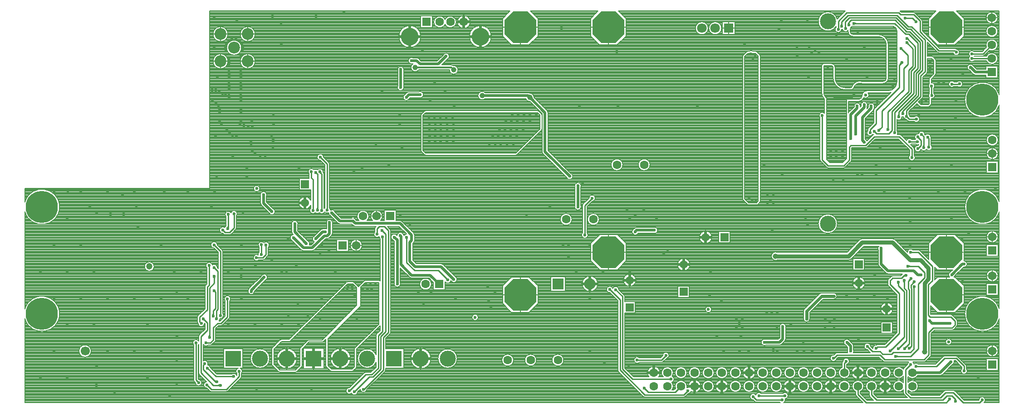
<source format=gbl>
G04*
G04 #@! TF.GenerationSoftware,Altium Limited,Altium Designer,18.1.9 (240)*
G04*
G04 Layer_Physical_Order=2*
G04 Layer_Color=16711680*
%FSLAX24Y24*%
%MOIN*%
G70*
G01*
G75*
%ADD10C,0.0098*%
%ADD12C,0.0079*%
%ADD16C,0.0236*%
%ADD18C,0.0197*%
%ADD100C,0.0669*%
%ADD108C,0.0866*%
%ADD111C,0.0709*%
%ADD116C,0.0315*%
%ADD138C,0.0138*%
%ADD155C,0.0630*%
%ADD156C,0.1181*%
%ADD157C,0.1299*%
%ADD158R,0.0630X0.0630*%
%ADD159R,0.0630X0.0630*%
%ADD160R,0.1181X0.1181*%
%ADD161C,0.0600*%
%ADD162R,0.0600X0.0600*%
%ADD163R,0.0600X0.0600*%
%ADD164R,0.0709X0.0709*%
%ADD165C,0.0827*%
%ADD166R,0.0827X0.0827*%
%ADD167C,0.0472*%
%ADD168P,0.2557X8X292.5*%
%ADD169C,0.2362*%
%ADD170C,0.0236*%
%ADD171C,0.0394*%
G36*
X14359Y1486D02*
X14371Y1487D01*
X14382Y1488D01*
X14393Y1489D01*
X14404Y1492D01*
X14413Y1495D01*
X14422Y1498D01*
X14431Y1503D01*
X14439Y1508D01*
X14446Y1513D01*
X14453Y1520D01*
Y1354D01*
X14446Y1361D01*
X14439Y1366D01*
X14431Y1371D01*
X14422Y1376D01*
X14413Y1379D01*
X14404Y1382D01*
X14393Y1385D01*
X14382Y1386D01*
X14371Y1387D01*
X14359Y1388D01*
Y1486D01*
D02*
G37*
G36*
X14119Y1816D02*
X14128Y1808D01*
X14137Y1801D01*
X14145Y1795D01*
X14154Y1791D01*
X14162Y1788D01*
X14169Y1786D01*
X14177Y1786D01*
X14184Y1787D01*
X14191Y1789D01*
X14198Y1792D01*
X14158Y1637D01*
X14156Y1639D01*
X14153Y1642D01*
X14062Y1735D01*
X14119Y1816D01*
D02*
G37*
G36*
X13770Y5129D02*
X13771Y5117D01*
X13772Y5106D01*
X13773Y5095D01*
X13776Y5085D01*
X13779Y5075D01*
X13782Y5066D01*
X13787Y5058D01*
X13792Y5050D01*
X13797Y5042D01*
X13804Y5035D01*
X13638D01*
X13645Y5042D01*
X13651Y5050D01*
X13656Y5058D01*
X13660Y5066D01*
X13664Y5075D01*
X13667Y5085D01*
X13669Y5095D01*
X13671Y5106D01*
X13672Y5117D01*
X13672Y5129D01*
X13770D01*
D02*
G37*
G36*
X13339Y6158D02*
X13331Y6166D01*
X13322Y6174D01*
X13313Y6180D01*
X13304Y6186D01*
X13295Y6190D01*
X13286Y6194D01*
X13277Y6197D01*
X13268Y6199D01*
X13259Y6200D01*
X13249Y6201D01*
X13366Y6318D01*
X13366Y6308D01*
X13368Y6299D01*
X13370Y6290D01*
X13373Y6281D01*
X13377Y6272D01*
X13381Y6263D01*
X13387Y6254D01*
X13393Y6245D01*
X13401Y6236D01*
X13409Y6228D01*
X13339Y6158D01*
D02*
G37*
G36*
X14291Y6497D02*
X14292Y6485D01*
X14293Y6474D01*
X14294Y6463D01*
X14297Y6453D01*
X14300Y6443D01*
X14303Y6434D01*
X14308Y6425D01*
X14313Y6417D01*
X14318Y6410D01*
X14325Y6403D01*
X14159D01*
X14166Y6410D01*
X14172Y6417D01*
X14177Y6425D01*
X14181Y6434D01*
X14185Y6443D01*
X14188Y6453D01*
X14190Y6463D01*
X14192Y6474D01*
X14193Y6485D01*
X14193Y6497D01*
X14291D01*
D02*
G37*
G36*
X14035Y6704D02*
X14036Y6692D01*
X14037Y6681D01*
X14038Y6670D01*
X14041Y6659D01*
X14044Y6650D01*
X14047Y6641D01*
X14052Y6632D01*
X14057Y6624D01*
X14063Y6617D01*
X14069Y6610D01*
X13904D01*
X13910Y6617D01*
X13916Y6624D01*
X13921Y6632D01*
X13925Y6641D01*
X13929Y6650D01*
X13932Y6659D01*
X13934Y6670D01*
X13936Y6681D01*
X13937Y6692D01*
X13937Y6704D01*
X14035D01*
D02*
G37*
G36*
X14026Y9271D02*
X14025Y9283D01*
X14024Y9294D01*
X14023Y9305D01*
X14020Y9315D01*
X14017Y9325D01*
X14014Y9334D01*
X14009Y9342D01*
X14004Y9350D01*
X13998Y9358D01*
X13992Y9364D01*
X14157D01*
X14151Y9358D01*
X14145Y9350D01*
X14140Y9342D01*
X14136Y9334D01*
X14132Y9325D01*
X14129Y9315D01*
X14127Y9305D01*
X14125Y9294D01*
X14124Y9283D01*
X14124Y9271D01*
X14026D01*
D02*
G37*
G36*
X15138Y13102D02*
X15138Y13090D01*
X15141Y13057D01*
X15142Y13047D01*
X15146Y13028D01*
X15149Y13020D01*
X15152Y13012D01*
X15155Y13005D01*
X14999Y13060D01*
X15007Y13064D01*
X15014Y13069D01*
X15020Y13075D01*
X15025Y13082D01*
X15029Y13090D01*
X15033Y13098D01*
X15036Y13108D01*
X15038Y13118D01*
X15039Y13129D01*
X15039Y13141D01*
X15138Y13102D01*
D02*
G37*
G36*
X21693Y14489D02*
X21693Y14477D01*
X21694Y14466D01*
X21696Y14455D01*
X21698Y14445D01*
X21701Y14435D01*
X21705Y14426D01*
X21709Y14418D01*
X21714Y14410D01*
X21720Y14402D01*
X21726Y14395D01*
X21561D01*
X21567Y14402D01*
X21573Y14410D01*
X21578Y14418D01*
X21582Y14426D01*
X21586Y14435D01*
X21589Y14445D01*
X21591Y14455D01*
X21593Y14466D01*
X21594Y14477D01*
X21594Y14489D01*
X21693D01*
D02*
G37*
G36*
X21608Y16946D02*
X21599Y16955D01*
X21581Y16970D01*
X21573Y16976D01*
X21565Y16981D01*
X21558Y16985D01*
X21551Y16988D01*
X21545Y16990D01*
X21538Y16990D01*
X21533Y16990D01*
X21634Y17091D01*
X21634Y17086D01*
X21634Y17079D01*
X21636Y17073D01*
X21639Y17066D01*
X21643Y17059D01*
X21648Y17051D01*
X21654Y17043D01*
X21661Y17034D01*
X21678Y17016D01*
X21608Y16946D01*
D02*
G37*
G36*
X21889Y16978D02*
X21880Y16987D01*
X21863Y17001D01*
X21854Y17008D01*
X21837Y17018D01*
X21829Y17023D01*
X21820Y17026D01*
X21812Y17029D01*
X21804Y17032D01*
X21946Y17116D01*
X21944Y17107D01*
X21943Y17098D01*
X21944Y17090D01*
X21945Y17081D01*
X21948Y17072D01*
X21952Y17063D01*
X21957Y17055D01*
X21963Y17046D01*
X21970Y17037D01*
X21978Y17028D01*
X21889Y16978D01*
D02*
G37*
G36*
X26489Y12664D02*
X26480Y12672D01*
X26471Y12680D01*
X26463Y12686D01*
X26454Y12692D01*
X26445Y12696D01*
X26436Y12700D01*
X26427Y12703D01*
X26417Y12705D01*
X26408Y12706D01*
X26399Y12707D01*
X26516Y12824D01*
X26516Y12814D01*
X26517Y12805D01*
X26519Y12796D01*
X26522Y12787D01*
X26526Y12778D01*
X26531Y12769D01*
X26536Y12760D01*
X26543Y12751D01*
X26550Y12742D01*
X26558Y12734D01*
X26489Y12664D01*
D02*
G37*
G36*
X28159Y12164D02*
X28159Y12176D01*
X28158Y12188D01*
X28156Y12198D01*
X28154Y12209D01*
X28151Y12218D01*
X28147Y12227D01*
X28143Y12236D01*
X28138Y12244D01*
X28132Y12251D01*
X28126Y12258D01*
X28291D01*
X28285Y12251D01*
X28279Y12244D01*
X28274Y12236D01*
X28270Y12227D01*
X28266Y12218D01*
X28263Y12209D01*
X28261Y12198D01*
X28259Y12188D01*
X28258Y12176D01*
X28258Y12164D01*
X28159D01*
D02*
G37*
G36*
X31129Y9344D02*
X31138Y9336D01*
X31147Y9328D01*
X31155Y9322D01*
X31164Y9316D01*
X31173Y9312D01*
X31182Y9308D01*
X31192Y9305D01*
X31201Y9303D01*
X31210Y9302D01*
X31219Y9301D01*
X31102Y9184D01*
X31102Y9194D01*
X31101Y9203D01*
X31099Y9212D01*
X31096Y9221D01*
X31092Y9230D01*
X31087Y9239D01*
X31082Y9248D01*
X31075Y9257D01*
X31068Y9266D01*
X31060Y9274D01*
X31129Y9344D01*
D02*
G37*
G36*
X45743Y1050D02*
X45734Y1058D01*
X45725Y1065D01*
X45717Y1072D01*
X45708Y1077D01*
X45699Y1082D01*
X45690Y1086D01*
X45681Y1089D01*
X45671Y1091D01*
X45662Y1092D01*
X45653Y1093D01*
X45770Y1209D01*
X45770Y1200D01*
X45771Y1191D01*
X45773Y1182D01*
X45776Y1173D01*
X45780Y1164D01*
X45785Y1155D01*
X45790Y1146D01*
X45797Y1137D01*
X45804Y1128D01*
X45812Y1119D01*
X45743Y1050D01*
D02*
G37*
G36*
X47440Y1929D02*
X47452Y1929D01*
X47463Y1930D01*
X47474Y1932D01*
X47484Y1934D01*
X47494Y1937D01*
X47503Y1941D01*
X47512Y1946D01*
X47520Y1951D01*
X47527Y1956D01*
X47534Y1963D01*
Y1797D01*
X47527Y1804D01*
X47520Y1809D01*
X47512Y1814D01*
X47503Y1819D01*
X47494Y1822D01*
X47484Y1825D01*
X47474Y1828D01*
X47463Y1829D01*
X47452Y1830D01*
X47440Y1831D01*
Y1929D01*
D02*
G37*
G36*
X60210Y28044D02*
X60210Y28032D01*
X60211Y28020D01*
X60213Y28010D01*
X60215Y27999D01*
X60218Y27990D01*
X60222Y27981D01*
X60226Y27972D01*
X60231Y27964D01*
X60237Y27957D01*
X60243Y27950D01*
X60078D01*
X60084Y27957D01*
X60090Y27964D01*
X60095Y27972D01*
X60099Y27981D01*
X60103Y27990D01*
X60106Y27999D01*
X60108Y28010D01*
X60110Y28020D01*
X60111Y28032D01*
X60111Y28044D01*
X60210D01*
D02*
G37*
G36*
X62650Y19967D02*
X62642Y19975D01*
X62633Y19983D01*
X62624Y19989D01*
X62615Y19995D01*
X62606Y19999D01*
X62597Y20003D01*
X62588Y20006D01*
X62579Y20008D01*
X62570Y20010D01*
X62560Y20010D01*
X62677Y20127D01*
X62677Y20117D01*
X62679Y20108D01*
X62681Y20099D01*
X62684Y20090D01*
X62688Y20081D01*
X62692Y20072D01*
X62698Y20063D01*
X62704Y20054D01*
X62712Y20045D01*
X62720Y20037D01*
X62650Y19967D01*
D02*
G37*
G36*
X63048Y20288D02*
X63040Y20279D01*
X63032Y20270D01*
X63026Y20262D01*
X63020Y20253D01*
X63015Y20244D01*
X63011Y20235D01*
X63007Y20226D01*
X63005Y20217D01*
X63003Y20208D01*
X63002Y20198D01*
X62894Y20324D01*
X62904Y20324D01*
X62913Y20325D01*
X62922Y20326D01*
X62931Y20329D01*
X62940Y20332D01*
X62949Y20336D01*
X62958Y20342D01*
X62967Y20348D01*
X62976Y20355D01*
X62984Y20364D01*
X63048Y20288D01*
D02*
G37*
G36*
X60482Y27879D02*
X60483Y27867D01*
X60484Y27856D01*
X60486Y27845D01*
X60488Y27835D01*
X60491Y27826D01*
X60495Y27817D01*
X60500Y27809D01*
X60505Y27801D01*
X60511Y27794D01*
X60518Y27788D01*
X60353Y27774D01*
X60359Y27781D01*
X60364Y27789D01*
X60369Y27797D01*
X60373Y27806D01*
X60376Y27816D01*
X60379Y27825D01*
X60381Y27836D01*
X60383Y27847D01*
X60384Y27858D01*
X60384Y27870D01*
X60482Y27879D01*
D02*
G37*
G36*
X60728Y28131D02*
X60729Y28119D01*
X60730Y28108D01*
X60731Y28097D01*
X60734Y28087D01*
X60737Y28077D01*
X60740Y28068D01*
X60745Y28059D01*
X60750Y28051D01*
X60755Y28044D01*
X60762Y28037D01*
X60596D01*
X60603Y28044D01*
X60609Y28051D01*
X60614Y28059D01*
X60618Y28068D01*
X60622Y28077D01*
X60625Y28087D01*
X60627Y28097D01*
X60629Y28108D01*
X60630Y28119D01*
X60630Y28131D01*
X60728D01*
D02*
G37*
G36*
X61222Y28022D02*
X61210Y28021D01*
X61198Y28020D01*
X61187Y28019D01*
X61177Y28016D01*
X61168Y28013D01*
X61158Y28010D01*
X61150Y28005D01*
X61142Y28000D01*
X61135Y27995D01*
X61128Y27988D01*
Y28154D01*
X61135Y28147D01*
X61142Y28142D01*
X61150Y28136D01*
X61158Y28132D01*
X61168Y28128D01*
X61177Y28125D01*
X61187Y28123D01*
X61198Y28121D01*
X61210Y28120D01*
X61222Y28120D01*
Y28022D01*
D02*
G37*
G36*
X64292Y3524D02*
X64280Y3523D01*
X64269Y3522D01*
X64258Y3521D01*
X64248Y3518D01*
X64238Y3515D01*
X64229Y3512D01*
X64221Y3507D01*
X64213Y3502D01*
X64205Y3497D01*
X64199Y3490D01*
Y3656D01*
X64205Y3649D01*
X64213Y3643D01*
X64221Y3638D01*
X64229Y3634D01*
X64238Y3630D01*
X64248Y3627D01*
X64258Y3625D01*
X64269Y3623D01*
X64280Y3622D01*
X64292Y3622D01*
Y3524D01*
D02*
G37*
G36*
X63891Y4068D02*
X63883Y4059D01*
X63876Y4050D01*
X63869Y4041D01*
X63864Y4032D01*
X63859Y4024D01*
X63855Y4014D01*
X63852Y4005D01*
X63850Y3996D01*
X63849Y3987D01*
X63848Y3978D01*
X63731Y4094D01*
X63741Y4095D01*
X63750Y4096D01*
X63759Y4098D01*
X63768Y4101D01*
X63777Y4105D01*
X63786Y4110D01*
X63795Y4115D01*
X63804Y4122D01*
X63813Y4129D01*
X63822Y4137D01*
X63891Y4068D01*
D02*
G37*
G36*
X64501Y4205D02*
X64493Y4197D01*
X64486Y4188D01*
X64479Y4179D01*
X64474Y4170D01*
X64469Y4161D01*
X64465Y4152D01*
X64462Y4143D01*
X64460Y4134D01*
X64459Y4125D01*
X64459Y4115D01*
X64342Y4232D01*
X64351Y4233D01*
X64360Y4234D01*
X64370Y4236D01*
X64379Y4239D01*
X64388Y4243D01*
X64397Y4247D01*
X64406Y4253D01*
X64414Y4259D01*
X64423Y4267D01*
X64432Y4275D01*
X64501Y4205D01*
D02*
G37*
G36*
X65299Y4245D02*
X65290Y4236D01*
X65283Y4227D01*
X65277Y4219D01*
X65271Y4210D01*
X65266Y4201D01*
X65263Y4192D01*
X65260Y4183D01*
X65257Y4173D01*
X65256Y4164D01*
X65256Y4155D01*
X65139Y4272D01*
X65148Y4272D01*
X65158Y4273D01*
X65167Y4275D01*
X65176Y4278D01*
X65185Y4282D01*
X65194Y4287D01*
X65203Y4292D01*
X65212Y4299D01*
X65220Y4306D01*
X65229Y4314D01*
X65299Y4245D01*
D02*
G37*
G36*
X64945Y4239D02*
X64937Y4230D01*
X64929Y4221D01*
X64923Y4213D01*
X64918Y4204D01*
X64914Y4195D01*
X64910Y4186D01*
X64908Y4177D01*
X64907Y4168D01*
X64907Y4158D01*
X64907Y4149D01*
X64777Y4251D01*
X64786Y4253D01*
X64795Y4255D01*
X64804Y4258D01*
X64813Y4261D01*
X64822Y4266D01*
X64831Y4271D01*
X64840Y4277D01*
X64849Y4284D01*
X64857Y4291D01*
X64866Y4299D01*
X64945Y4239D01*
D02*
G37*
G36*
X68099Y295D02*
X68090Y295D01*
X68081Y294D01*
X68071Y292D01*
X68062Y289D01*
X68053Y285D01*
X68044Y280D01*
X68035Y275D01*
X68027Y268D01*
X68018Y261D01*
X68009Y253D01*
X67940Y322D01*
X67948Y331D01*
X67955Y340D01*
X67962Y348D01*
X67967Y357D01*
X67972Y366D01*
X67976Y375D01*
X67979Y384D01*
X67981Y394D01*
X67982Y403D01*
X67982Y412D01*
X68099Y295D01*
D02*
G37*
G36*
X64282Y8857D02*
X64281Y8869D01*
X64280Y8881D01*
X64278Y8891D01*
X64276Y8902D01*
X64273Y8911D01*
X64269Y8920D01*
X64265Y8929D01*
X64260Y8937D01*
X64254Y8944D01*
X64248Y8951D01*
X64413D01*
X64407Y8944D01*
X64401Y8937D01*
X64396Y8929D01*
X64392Y8920D01*
X64388Y8911D01*
X64385Y8902D01*
X64383Y8891D01*
X64381Y8881D01*
X64380Y8869D01*
X64380Y8857D01*
X64282D01*
D02*
G37*
G36*
X64705Y8985D02*
X64704Y8997D01*
X64703Y9008D01*
X64702Y9019D01*
X64699Y9029D01*
X64696Y9039D01*
X64693Y9048D01*
X64688Y9057D01*
X64683Y9065D01*
X64678Y9072D01*
X64671Y9079D01*
X64837D01*
X64830Y9072D01*
X64825Y9065D01*
X64820Y9057D01*
X64815Y9048D01*
X64812Y9039D01*
X64809Y9029D01*
X64806Y9019D01*
X64804Y9008D01*
X64803Y8997D01*
X64803Y8985D01*
X64705D01*
D02*
G37*
G36*
X65340Y8961D02*
X65348Y8970D01*
X65355Y8979D01*
X65362Y8987D01*
X65367Y8996D01*
X65371Y9005D01*
X65374Y9014D01*
X65376Y9023D01*
X65377Y9032D01*
X65377Y9041D01*
X65376Y9050D01*
X65510Y8954D01*
X65501Y8952D01*
X65492Y8950D01*
X65483Y8946D01*
X65474Y8943D01*
X65466Y8938D01*
X65457Y8933D01*
X65448Y8927D01*
X65439Y8920D01*
X65422Y8904D01*
X65340Y8961D01*
D02*
G37*
G36*
X65085Y9190D02*
X65093Y9199D01*
X65101Y9208D01*
X65107Y9217D01*
X65113Y9225D01*
X65118Y9234D01*
X65121Y9243D01*
X65124Y9253D01*
X65126Y9262D01*
X65128Y9271D01*
X65128Y9280D01*
X65245Y9163D01*
X65236Y9163D01*
X65226Y9162D01*
X65217Y9160D01*
X65208Y9157D01*
X65199Y9153D01*
X65190Y9148D01*
X65181Y9143D01*
X65172Y9136D01*
X65164Y9129D01*
X65155Y9121D01*
X65085Y9190D01*
D02*
G37*
G36*
X65208Y10148D02*
X65196Y10147D01*
X65184Y10146D01*
X65174Y10145D01*
X65163Y10142D01*
X65154Y10139D01*
X65145Y10136D01*
X65136Y10131D01*
X65128Y10126D01*
X65121Y10121D01*
X65114Y10114D01*
Y10280D01*
X65121Y10273D01*
X65128Y10267D01*
X65136Y10262D01*
X65145Y10258D01*
X65154Y10254D01*
X65163Y10251D01*
X65174Y10249D01*
X65184Y10247D01*
X65196Y10246D01*
X65208Y10246D01*
Y10148D01*
D02*
G37*
G36*
X63622Y20422D02*
X63622Y20410D01*
X63623Y20399D01*
X63625Y20388D01*
X63627Y20377D01*
X63630Y20368D01*
X63633Y20358D01*
X63637Y20350D01*
X63642Y20341D01*
X63647Y20334D01*
X63653Y20327D01*
X63488Y20336D01*
X63495Y20342D01*
X63501Y20350D01*
X63506Y20357D01*
X63511Y20366D01*
X63515Y20374D01*
X63518Y20384D01*
X63520Y20394D01*
X63522Y20405D01*
X63523Y20416D01*
X63524Y20428D01*
X63622Y20422D01*
D02*
G37*
G36*
X65842Y19549D02*
X65833Y19557D01*
X65816Y19571D01*
X65807Y19577D01*
X65798Y19582D01*
X65789Y19587D01*
X65781Y19591D01*
X65772Y19594D01*
X65763Y19596D01*
X65753Y19597D01*
X65885Y19698D01*
X65884Y19689D01*
X65884Y19680D01*
X65885Y19671D01*
X65887Y19661D01*
X65891Y19653D01*
X65895Y19644D01*
X65900Y19635D01*
X65906Y19626D01*
X65914Y19617D01*
X65922Y19608D01*
X65842Y19549D01*
D02*
G37*
G36*
X66240Y19105D02*
X66240Y19093D01*
X66241Y19082D01*
X66243Y19071D01*
X66246Y19061D01*
X66249Y19051D01*
X66252Y19042D01*
X66257Y19034D01*
X66262Y19026D01*
X66267Y19018D01*
X66274Y19012D01*
X66108D01*
X66115Y19018D01*
X66120Y19026D01*
X66125Y19034D01*
X66130Y19042D01*
X66133Y19051D01*
X66136Y19061D01*
X66139Y19071D01*
X66140Y19082D01*
X66141Y19093D01*
X66142Y19105D01*
X66240D01*
D02*
G37*
G36*
X64400Y21359D02*
X64400Y21347D01*
X64401Y21336D01*
X64403Y21325D01*
X64405Y21315D01*
X64408Y21305D01*
X64412Y21296D01*
X64416Y21288D01*
X64421Y21280D01*
X64427Y21272D01*
X64433Y21265D01*
X64268D01*
X64274Y21272D01*
X64280Y21280D01*
X64285Y21288D01*
X64289Y21296D01*
X64293Y21305D01*
X64296Y21315D01*
X64298Y21325D01*
X64300Y21336D01*
X64301Y21347D01*
X64301Y21359D01*
X64400D01*
D02*
G37*
G36*
X64695Y21605D02*
X64695Y21593D01*
X64696Y21582D01*
X64698Y21571D01*
X64700Y21561D01*
X64703Y21551D01*
X64707Y21542D01*
X64711Y21534D01*
X64716Y21526D01*
X64722Y21518D01*
X64728Y21512D01*
X64563D01*
X64569Y21518D01*
X64575Y21526D01*
X64580Y21534D01*
X64584Y21542D01*
X64588Y21551D01*
X64591Y21561D01*
X64593Y21571D01*
X64595Y21582D01*
X64596Y21593D01*
X64596Y21605D01*
X64695D01*
D02*
G37*
G36*
X64416Y25114D02*
X64424Y25123D01*
X64431Y25132D01*
X64438Y25141D01*
X64444Y25150D01*
X64448Y25159D01*
X64452Y25168D01*
X64455Y25177D01*
X64457Y25186D01*
X64458Y25195D01*
X64459Y25205D01*
X64576Y25088D01*
X64566Y25087D01*
X64557Y25086D01*
X64548Y25084D01*
X64539Y25081D01*
X64530Y25077D01*
X64521Y25072D01*
X64512Y25067D01*
X64503Y25060D01*
X64494Y25053D01*
X64486Y25045D01*
X64416Y25114D01*
D02*
G37*
G36*
X64609Y26079D02*
X64600Y26088D01*
X64592Y26095D01*
X64583Y26101D01*
X64574Y26107D01*
X64565Y26112D01*
X64556Y26115D01*
X64547Y26118D01*
X64537Y26120D01*
X64528Y26122D01*
X64519Y26122D01*
X64636Y26239D01*
X64636Y26230D01*
X64637Y26220D01*
X64639Y26211D01*
X64642Y26202D01*
X64646Y26193D01*
X64651Y26184D01*
X64657Y26175D01*
X64663Y26166D01*
X64670Y26158D01*
X64679Y26149D01*
X64609Y26079D01*
D02*
G37*
G36*
X65045Y26483D02*
X65037Y26491D01*
X65028Y26498D01*
X65019Y26505D01*
X65010Y26510D01*
X65001Y26515D01*
X64992Y26519D01*
X64983Y26522D01*
X64974Y26524D01*
X64964Y26525D01*
X64955Y26526D01*
X65072Y26643D01*
X65072Y26633D01*
X65074Y26624D01*
X65076Y26615D01*
X65079Y26606D01*
X65083Y26597D01*
X65087Y26588D01*
X65093Y26579D01*
X65099Y26570D01*
X65107Y26561D01*
X65115Y26552D01*
X65045Y26483D01*
D02*
G37*
G36*
X65063Y26814D02*
X65054Y26822D01*
X65045Y26829D01*
X65036Y26835D01*
X65027Y26840D01*
X65019Y26844D01*
X65010Y26846D01*
X65001Y26848D01*
X64992Y26848D01*
X64983Y26848D01*
X64975Y26846D01*
X65059Y26988D01*
X65061Y26980D01*
X65064Y26971D01*
X65068Y26963D01*
X65072Y26954D01*
X65077Y26946D01*
X65083Y26937D01*
X65096Y26920D01*
X65104Y26912D01*
X65112Y26903D01*
X65063Y26814D01*
D02*
G37*
G36*
X65011Y28396D02*
X64999Y28395D01*
X64988Y28394D01*
X64977Y28393D01*
X64967Y28390D01*
X64957Y28387D01*
X64948Y28384D01*
X64939Y28379D01*
X64931Y28374D01*
X64924Y28369D01*
X64917Y28362D01*
Y28528D01*
X64924Y28521D01*
X64931Y28516D01*
X64939Y28510D01*
X64948Y28506D01*
X64957Y28502D01*
X64967Y28499D01*
X64977Y28497D01*
X64988Y28495D01*
X64999Y28494D01*
X65011Y28494D01*
Y28396D01*
D02*
G37*
G36*
X65549Y28340D02*
X65557Y28332D01*
X65566Y28324D01*
X65575Y28318D01*
X65584Y28312D01*
X65593Y28308D01*
X65602Y28304D01*
X65611Y28301D01*
X65620Y28299D01*
X65629Y28298D01*
X65639Y28297D01*
X65522Y28180D01*
X65521Y28190D01*
X65520Y28199D01*
X65518Y28208D01*
X65515Y28217D01*
X65511Y28226D01*
X65507Y28235D01*
X65501Y28244D01*
X65494Y28253D01*
X65487Y28262D01*
X65479Y28270D01*
X65549Y28340D01*
D02*
G37*
D10*
X61913Y19085D02*
X62563Y19734D01*
X60840Y19085D02*
X61913D01*
X60718Y18012D02*
Y18963D01*
X60315Y17608D02*
X60718Y18012D01*
X59163Y17608D02*
X60315D01*
X58740Y18032D02*
X59163Y17608D01*
X58740Y18032D02*
Y21299D01*
X59560Y3425D02*
X59587D01*
X59833Y3671D01*
X62978D01*
X63332Y3317D01*
X66211D01*
X66575Y3681D01*
Y5325D01*
X66909Y5659D01*
X68268D01*
X68484Y5876D01*
Y6171D01*
X68179Y6476D02*
X68484Y6171D01*
X66654Y6476D02*
X68179D01*
X66535Y6594D02*
X66654Y6476D01*
X66535Y6594D02*
Y8848D01*
X66824Y9137D01*
Y10194D01*
X65778Y11240D02*
X66824Y10194D01*
X65236Y11240D02*
X65778D01*
X65325Y18199D02*
Y18819D01*
X65069Y9104D02*
X65246Y9281D01*
X65069Y8520D02*
Y9104D01*
X65148Y19370D02*
X65742D01*
X64409Y19734D02*
X65325Y18819D01*
X62563Y19734D02*
X64409D01*
X60718Y18963D02*
X60840Y19085D01*
X68586Y3415D02*
X69157Y2844D01*
Y2490D02*
Y2844D01*
X67717Y3415D02*
X68586D01*
X67126Y2825D02*
X67717Y3415D01*
X65621Y2825D02*
X67126D01*
X70295Y167D02*
X70482Y354D01*
X69094Y167D02*
X70295D01*
X68366Y896D02*
X69094Y167D01*
X67805Y896D02*
X68366D01*
X67431Y522D02*
X67805Y896D01*
X65217Y522D02*
X67431D01*
X64872Y866D02*
X65217Y522D01*
X64872Y866D02*
Y2608D01*
X65236Y2972D01*
X62429Y3917D02*
X62982D01*
X62047Y4299D02*
X62429Y3917D01*
X65217Y3573D02*
X65787Y4143D01*
X64114Y3573D02*
X65217D01*
X65787Y4143D02*
Y8907D01*
X66253Y9373D01*
Y9741D01*
X65797Y10197D02*
X66253Y9741D01*
X65030Y10197D02*
X65797D01*
X68524Y256D02*
Y404D01*
X68268Y659D02*
X68524Y404D01*
X67904Y659D02*
X68268D01*
X67589Y344D02*
X67904Y659D01*
X62736Y344D02*
X67589D01*
X62357Y724D02*
X62736Y344D01*
X62357Y724D02*
Y1362D01*
X67854Y167D02*
X68100Y413D01*
X61959Y167D02*
X67854D01*
X61357Y769D02*
X61959Y167D01*
X61357Y769D02*
Y1362D01*
X41289Y14665D02*
X41831Y15207D01*
X41289Y12500D02*
Y14665D01*
X43563Y8474D02*
X44055Y7982D01*
Y2632D02*
Y7982D01*
Y2632D02*
X44808Y1880D01*
X47618D01*
X48543Y728D02*
X48858Y1043D01*
X45709Y728D02*
X48543D01*
X43878Y2559D02*
X45709Y728D01*
X43878Y2559D02*
Y7726D01*
X43120Y8484D02*
X43878Y7726D01*
X26024Y12549D02*
Y12963D01*
X26181Y13120D01*
X26555D01*
X26850Y12825D01*
Y5326D02*
Y12825D01*
X26476Y4952D02*
X26850Y5326D01*
X26476Y2560D02*
Y4952D01*
X25058Y1142D02*
X26476Y2560D01*
X25030Y1142D02*
X25058D01*
X24360Y945D02*
X25463Y2047D01*
X25713D01*
X45652Y1211D02*
X45947Y915D01*
X47910D01*
X48357Y1362D01*
X26398Y12825D02*
X26673Y12549D01*
Y5399D02*
Y12549D01*
X26299Y5025D02*
X26673Y5399D01*
X26299Y2633D02*
Y5025D01*
X25713Y2047D02*
X26299Y2633D01*
X26427Y5404D02*
Y12368D01*
X26122Y5098D02*
X26427Y5404D01*
X26122Y2707D02*
Y5098D01*
X25640Y2224D02*
X26122Y2707D01*
X25187Y2224D02*
X25640D01*
X23986Y1024D02*
X25187Y2224D01*
X15896Y2077D02*
Y2470D01*
X47246Y3615D02*
Y3642D01*
X46919Y3287D02*
X47246Y3615D01*
X45138Y3287D02*
X46919D01*
X14961Y1142D02*
X15896Y2077D01*
X13846Y1142D02*
X14961D01*
X13524Y1464D02*
X13846Y1142D01*
X12726Y1811D02*
X12913Y1624D01*
X12726Y1811D02*
Y4567D01*
X13465D02*
X13789D01*
X14006Y4783D01*
Y5699D01*
X14311Y6004D01*
X14572D01*
X15039Y6471D01*
X12992Y6102D02*
X13110Y5984D01*
X12992Y6102D02*
Y6447D01*
X13544Y6999D01*
Y8676D01*
X13691Y8823D01*
Y10246D01*
X14695Y12854D02*
X14862Y12687D01*
X15197D01*
X15522Y13012D01*
Y14065D01*
X13248Y6319D02*
X13544Y6023D01*
Y5493D02*
Y6023D01*
X13091Y5039D02*
X13544Y5493D01*
X13091Y2352D02*
Y5039D01*
Y2352D02*
X14006Y1437D01*
X14537D01*
X54085Y669D02*
X55994D01*
X54075D02*
X54085D01*
X14173Y1693D02*
X14262D01*
X13268Y2598D02*
X14173Y1693D01*
X13268Y2598D02*
Y2933D01*
X13366Y3031D01*
X53661Y591D02*
X53898Y354D01*
X55778D01*
X13544Y2697D02*
X13573D01*
X14193Y2077D01*
X15502D01*
X14075Y8957D02*
Y9449D01*
X13721Y8603D02*
X14075Y8957D01*
X13721Y4951D02*
Y8603D01*
X14055Y8396D02*
X14163Y8287D01*
Y7091D02*
Y8287D01*
X13986Y6914D02*
X14163Y7091D01*
X13986Y6526D02*
Y6914D01*
X14055Y10098D02*
X14341Y9813D01*
Y7018D02*
Y9813D01*
X14242Y6919D02*
X14341Y7018D01*
X14242Y6319D02*
Y6919D01*
X14055Y11772D02*
X14518Y11309D01*
Y6575D02*
Y11309D01*
X30522Y9882D02*
X31220Y9183D01*
X28799Y9882D02*
X30522D01*
X28209Y10472D02*
X28799Y9882D01*
X28209Y10472D02*
Y12343D01*
X15039Y6471D02*
Y7795D01*
X17175Y10827D02*
X17631D01*
X17875Y11070D01*
Y11753D01*
X17530Y11073D02*
Y11782D01*
X64926Y21240D02*
X65142Y21024D01*
X65650D01*
X63632Y19961D02*
X63873Y20201D01*
X62559Y20128D02*
X62726Y19961D01*
X63632D01*
X63573Y20240D02*
Y21547D01*
X64050Y21523D02*
X65443Y22916D01*
X64050Y20024D02*
Y21523D01*
X64045Y20020D02*
X64050Y20024D01*
X63873Y20201D02*
Y21596D01*
X63566Y20247D02*
X63573Y20240D01*
Y20239D02*
Y20240D01*
X21201Y16693D02*
Y17165D01*
Y16693D02*
X21313Y16581D01*
X21517Y17107D02*
X21644Y16980D01*
Y14311D02*
Y16980D01*
X21811Y17126D02*
X21969Y16968D01*
Y14301D02*
Y16968D01*
X21860Y18228D02*
X22356Y17733D01*
Y14341D02*
Y17733D01*
X15089Y12963D02*
Y14016D01*
X64754Y8585D02*
Y9163D01*
X64331Y8757D02*
X64764Y8324D01*
X64331Y8757D02*
Y9035D01*
X63719Y8868D02*
Y9135D01*
X64409Y5266D02*
Y8178D01*
X64764Y5010D02*
Y8324D01*
X64941Y4715D02*
Y8398D01*
X65118Y4482D02*
Y8471D01*
X65246Y8594D02*
Y8798D01*
X65295Y4311D02*
Y8544D01*
X63719Y8868D02*
X64409Y8178D01*
X64754Y8585D02*
X64941Y8398D01*
X65069Y8520D02*
X65118Y8471D01*
X65246Y8594D02*
X65295Y8544D01*
X63399Y4255D02*
X64409Y5266D01*
X63730Y3976D02*
X64764Y5010D01*
X65246Y8798D02*
X65492Y9044D01*
X64341Y4114D02*
X64941Y4715D01*
X65492Y9044D02*
Y9071D01*
X64790Y4154D02*
X65118Y4482D01*
X65138Y4154D02*
X65295Y4311D01*
X62789Y4255D02*
X63399D01*
X63970Y3868D02*
X65217D01*
X63832Y3730D02*
X63970Y3868D01*
X63169Y3730D02*
X63832D01*
X64790Y4134D02*
Y4154D01*
X65472Y8676D02*
X65492Y8696D01*
X65472Y4124D02*
Y8676D01*
X70553Y25837D02*
X71201Y26484D01*
X69734Y25837D02*
X70553D01*
X68455Y26073D02*
X68583Y25945D01*
X67301Y26073D02*
X68455D01*
X65915Y27459D02*
X67301Y26073D01*
X66476Y19705D02*
X66575Y19606D01*
Y18947D02*
Y19606D01*
X66191Y18927D02*
Y19748D01*
X66037Y19903D02*
X66191Y19748D01*
X64079Y28317D02*
X64926Y27470D01*
X60846Y28317D02*
X64079D01*
X60679Y28150D02*
X60846Y28317D01*
X60728Y28494D02*
X64153D01*
X60640Y28671D02*
X64226D01*
X60522Y28848D02*
X64350D01*
X60433Y28199D02*
X60728Y28494D01*
X64153D02*
X64999Y27648D01*
X60160Y28192D02*
X60640Y28671D01*
X64226D02*
X65073Y27825D01*
X59914Y28241D02*
X60522Y28848D01*
X64350D02*
X64488Y28711D01*
X69729Y25484D02*
X71201D01*
X69728Y25484D02*
X69729Y25484D01*
X65915Y27459D02*
Y28252D01*
X65456Y28711D02*
X65915Y28252D01*
X64488Y28711D02*
X65456D01*
X59914Y27639D02*
Y28241D01*
X62047Y4299D02*
X62047Y4299D01*
X62982Y3917D02*
X63169Y3730D01*
X65217Y3868D02*
X65472Y4124D01*
X65758Y18848D02*
X65987Y19078D01*
Y19473D01*
X65768Y19693D02*
X65987Y19473D01*
X65768Y19693D02*
Y19715D01*
X64926Y21240D02*
Y21647D01*
X65974Y22696D01*
Y24213D01*
X66280Y24518D01*
X65374Y28445D02*
X65640Y28179D01*
X64833Y28445D02*
X65374D01*
X66280Y24518D02*
Y26844D01*
X65299Y27825D02*
X66280Y26844D01*
X65073Y27825D02*
X65299D01*
X60160Y27866D02*
Y28192D01*
X65741Y19371D02*
X65742Y19370D01*
X65778D01*
X60357Y2362D02*
Y3074D01*
X60492Y3209D01*
X62680Y4164D02*
X62697D01*
X62789Y4255D01*
X63719Y9135D02*
X63894Y9311D01*
X64547D01*
X64764Y9528D01*
X64902D01*
X64646Y21427D02*
Y21618D01*
X65797Y22769D01*
Y24324D01*
X66102Y24629D01*
Y26771D01*
X65226Y27648D02*
X66102Y26771D01*
X64999Y27648D02*
X65226D01*
X60433Y27707D02*
Y28199D01*
Y27707D02*
X60443Y27697D01*
X64350Y21181D02*
Y21573D01*
X65620Y22843D01*
Y24398D01*
X65925Y24703D01*
Y26697D01*
X65152Y27470D02*
X65925Y26697D01*
X64926Y27470D02*
X65152D01*
X60679Y27953D02*
Y28150D01*
X65443Y22916D02*
Y24471D01*
X65748Y24776D01*
Y26624D01*
X65079Y27293D02*
X65748Y26624D01*
X64852Y27293D02*
X65079D01*
X64075Y28071D02*
X64852Y27293D01*
X61043Y28071D02*
X64075D01*
X62687Y20699D02*
Y21663D01*
X63140Y20449D02*
Y21615D01*
X63873Y21596D02*
X65266Y22989D01*
Y24544D01*
X65571Y24850D01*
Y26375D01*
X64986Y26960D02*
X65571Y26375D01*
X64944Y26960D02*
X64986D01*
X63573Y21547D02*
X65089Y23063D01*
Y24618D01*
X65394Y24923D01*
Y26204D01*
X64954Y26644D02*
X65394Y26204D01*
X62884Y20207D02*
X62897D01*
X63140Y20449D01*
Y21615D02*
X64734Y23210D01*
Y24765D01*
X65030Y25060D01*
Y25728D01*
X64518Y26240D02*
X65030Y25728D01*
X62244Y20256D02*
X62687Y20699D01*
X62244Y20020D02*
Y20256D01*
X62687Y21663D02*
X64380Y23356D01*
Y25009D01*
X64577Y25206D01*
X66772Y22756D02*
Y23474D01*
Y22756D02*
X66782Y22766D01*
X68801Y23602D02*
X68812Y23613D01*
X68258Y23602D02*
X68801D01*
X21811Y17126D02*
X21832Y17147D01*
X21313Y14301D02*
Y16581D01*
D12*
X71634Y28484D02*
G03*
X71634Y28484I-433J0D01*
G01*
Y27484D02*
G03*
X71634Y27484I-433J0D01*
G01*
Y26484D02*
G03*
X70800Y26320I-433J0D01*
G01*
X71037Y26083D02*
G03*
X71634Y26484I164J401D01*
G01*
X71741Y22826D02*
G03*
X71741Y22064I-1242J-381D01*
G01*
X71634Y25484D02*
G03*
X70801Y25652I-433J0D01*
G01*
X70553Y25669D02*
G03*
X70671Y25718I0J167D01*
G01*
X70801Y25317D02*
G03*
X71634Y25484I399J167D01*
G01*
X70553Y25669D02*
G03*
X70671Y25718I0J167D01*
G01*
X69901Y26004D02*
G03*
X69574Y25663I-167J-167D01*
G01*
D02*
G03*
X69895Y25317I154J-179D01*
G01*
X69838Y24946D02*
G03*
X69555Y24617I-212J-104D01*
G01*
X69841Y24331D02*
G03*
X69994Y24268I153J153D01*
G01*
X69841Y24331D02*
G03*
X69994Y24268I153J153D01*
G01*
X69049Y23613D02*
G03*
X68635Y23770I-236J0D01*
G01*
X68657Y23435D02*
G03*
X69049Y23613I155J178D01*
G01*
X68573Y26191D02*
G03*
X68455Y26240I-118J-118D01*
G01*
X68573Y26191D02*
G03*
X68455Y26240I-118J-118D01*
G01*
X68819Y25945D02*
G03*
X68583Y26181I-236J0D01*
G01*
X68350Y25906D02*
G03*
X68819Y25945I233J39D01*
G01*
X67183Y25955D02*
G03*
X67301Y25906I118J118D01*
G01*
X67183Y25955D02*
G03*
X67301Y25906I118J118D01*
G01*
X66083Y28252D02*
G03*
X66034Y28370I-167J0D01*
G01*
X66083Y28252D02*
G03*
X66034Y28370I-167J0D01*
G01*
X66883Y25613D02*
G03*
X66772Y25659I-111J-111D01*
G01*
X66883Y25613D02*
G03*
X66772Y25659I-112J-111D01*
G01*
X67031Y24249D02*
G03*
X67077Y24360I-111J111D01*
G01*
X67030Y24249D02*
G03*
X67077Y24360I-111J112D01*
G01*
Y25354D02*
G03*
X67030Y25466I-157J0D01*
G01*
X67077Y25354D02*
G03*
X67031Y25466I-157J0D01*
G01*
X68425Y23770D02*
G03*
X68425Y23435I-167J-167D01*
G01*
X67008Y23474D02*
G03*
X66752Y23710I-236J0D01*
G01*
X66939Y23308D02*
G03*
X67008Y23474I-167J167D01*
G01*
X67018Y22766D02*
G03*
X66939Y22942I-236J0D01*
G01*
X66752Y22531D02*
G03*
X67018Y22766I30J234D01*
G01*
X66706Y22054D02*
G03*
X66752Y22165I-111J111D01*
G01*
X66706Y22054D02*
G03*
X66752Y22165I-111J112D01*
G01*
X66516Y21929D02*
G03*
X66627Y21975I0J157D01*
G01*
X66516Y21929D02*
G03*
X66627Y21975I0J157D01*
G01*
X65893Y21975D02*
G03*
X66004Y21929I111J111D01*
G01*
X65892Y21975D02*
G03*
X66004Y21929I112J111D01*
G01*
X71662Y18490D02*
G03*
X71662Y18490I-433J0D01*
G01*
Y19490D02*
G03*
X71662Y19490I-433J0D01*
G01*
X66811Y18947D02*
G03*
X66742Y19114I-236J0D01*
G01*
X71741Y14952D02*
G03*
X71741Y14190I-1242J-381D01*
G01*
X71662Y12362D02*
G03*
X71662Y12362I-433J0D01*
G01*
X69390Y10354D02*
G03*
X69142Y10590I-236J0D01*
G01*
X69112Y10122D02*
G03*
X69390Y10354I42J233D01*
G01*
X65886Y21024D02*
G03*
X65483Y21191I-236J0D01*
G01*
X66713Y19705D02*
G03*
X66307Y19869I-236J0D01*
G01*
X66273Y19903D02*
G03*
X65805Y19948I-236J-0D01*
G01*
X65483Y20856D02*
G03*
X65886Y21024I167J167D01*
G01*
X65805Y19948D02*
G03*
X65593Y19555I-37J-233D01*
G01*
X66742Y19606D02*
G03*
X66713Y19701I-167J0D01*
G01*
X66742Y19606D02*
G03*
X66713Y19701I-167J0D01*
G01*
X65576Y19203D02*
G03*
X65820Y19148I166J168D01*
G01*
X66390Y18800D02*
G03*
X66811Y18947I185J147D01*
G01*
X65990Y18803D02*
G03*
X66390Y18800I201J124D01*
G01*
X65757Y19085D02*
G03*
X65990Y18803I0J-236D01*
G01*
X65896Y11358D02*
G03*
X65778Y11407I-118J-118D01*
G01*
X65896Y11358D02*
G03*
X65778Y11407I-118J-118D01*
G01*
X65575Y28829D02*
G03*
X65456Y28878I-118J-118D01*
G01*
X65575Y28829D02*
G03*
X65456Y28878I-118J-118D01*
G01*
X63435Y26506D02*
G03*
X62835Y27106I-600J0D01*
G01*
X63573Y22963D02*
G03*
X63776Y22989I0J797D01*
G01*
X63189Y23799D02*
G03*
X63435Y24045I0J246D01*
G01*
X62165Y22807D02*
G03*
X62107Y22963I-236J0D01*
G01*
X61796Y22612D02*
G03*
X62165Y22807I133J195D01*
G01*
X61700Y23799D02*
G03*
X60911Y23416I-194J-605D01*
G01*
X60150Y27630D02*
G03*
X60215Y27636I10J236D01*
G01*
X60215Y27636D02*
G03*
X60640Y27566I228J61D01*
G01*
X59830Y28394D02*
G03*
X59747Y27847I-687J-175D01*
G01*
X59830Y28394D02*
G03*
X59747Y27847I-687J-175D01*
G01*
Y27806D02*
G03*
X60150Y27630I167J-167D01*
G01*
X60640Y27461D02*
G03*
X60994Y27106I354J0D01*
G01*
X60825Y23334D02*
G03*
X60903Y23389I12J66D01*
G01*
X58848Y25118D02*
G03*
X58691Y24961I0J-157D01*
G01*
X59685Y24843D02*
G03*
X59409Y25118I-276J0D01*
G01*
X58848D02*
G03*
X58691Y24961I0J-157D01*
G01*
X59685Y24075D02*
G03*
X60423Y23337I738J0D01*
G01*
X58691Y22982D02*
G03*
X58898Y22503I659J0D01*
G01*
X62549Y21894D02*
G03*
X62569Y21988I-217J94D01*
G01*
X62569Y21782D02*
G03*
X62520Y21663I118J-118D01*
G01*
X62569Y21988D02*
G03*
X62114Y21899I-236J0D01*
G01*
X62486Y21658D02*
G03*
X62549Y21811I-153J153D01*
G01*
X62485Y21658D02*
G03*
X62549Y21811I-153J153D01*
G01*
X62569Y21782D02*
G03*
X62520Y21663I118J-118D01*
G01*
X65162Y21241D02*
G03*
X65093Y21407I-236J-0D01*
G01*
X64586Y21199D02*
G03*
X64694Y21196I60J229D01*
G01*
D02*
G03*
X64925Y21004I232J44D01*
G01*
X64217Y20986D02*
G03*
X64587Y21181I133J195D01*
G01*
X62037Y21992D02*
G03*
X62057Y22087I-217J94D01*
G01*
D02*
G03*
X61604Y21992I-236J0D01*
G01*
X61535Y21920D02*
G03*
X61545Y21988I-226J68D01*
G01*
X61388Y22323D02*
G03*
X61796Y22612I0J433D01*
G01*
X61545Y21988D02*
G03*
X61083Y21920I-236J0D01*
G01*
X62010Y21795D02*
G03*
X62037Y21900I-190J105D01*
G01*
X62010Y21795D02*
G03*
X62037Y21900I-190J105D01*
G01*
X58898Y21475D02*
G03*
X58573Y21132I-157J-176D01*
G01*
X51344Y27717D02*
G03*
X51344Y27717I-472J0D01*
G01*
X50360D02*
G03*
X50360Y27717I-472J0D01*
G01*
X54193Y25659D02*
G03*
X54147Y25771I-157J0D01*
G01*
X54193Y25659D02*
G03*
X54147Y25771I-157J0D01*
G01*
X53942Y25975D02*
G03*
X53839Y26014I-104J-119D01*
G01*
X54035Y25882D02*
G03*
X53942Y25975I-207J-115D01*
G01*
X53660Y26014D02*
G03*
X53348Y26014I-156J-177D01*
G01*
X53942Y25975D02*
G03*
X53839Y26014I-104J-119D01*
G01*
X53268D02*
G03*
X53156Y25968I0J-157D01*
G01*
X53268Y26014D02*
G03*
X53156Y25967I0J-157D01*
G01*
X52930Y25741D02*
G03*
X52884Y25630I111J-112D01*
G01*
X52930Y25741D02*
G03*
X52884Y25630I111J-111D01*
G01*
X65024Y20905D02*
G03*
X65142Y20856I118J118D01*
G01*
X65024Y20905D02*
G03*
X65142Y20856I118J118D01*
G01*
X65314Y19537D02*
G03*
X64927Y19454I-167J-167D01*
G01*
X64282Y20020D02*
G03*
X64217Y20182I-236J0D01*
G01*
X64250Y19902D02*
G03*
X64282Y20020I-205J118D01*
G01*
X64528Y19853D02*
G03*
X64409Y19902I-118J-118D01*
G01*
X64528Y19853D02*
G03*
X64409Y19902I-118J-118D01*
G01*
X65231Y19149D02*
G03*
X65314Y19203I-84J221D01*
G01*
X65492Y18819D02*
G03*
X65443Y18937I-167J0D01*
G01*
X65492Y18819D02*
G03*
X65443Y18937I-167J0D01*
G01*
X62126Y20374D02*
G03*
X62077Y20256I118J-118D01*
G01*
X62126Y20374D02*
G03*
X62077Y20256I118J-118D01*
G01*
X62456Y19915D02*
G03*
X62518Y19895I103J213D01*
G01*
D02*
G03*
X62444Y19853I45J-161D01*
G01*
X62518Y19895D02*
G03*
X62444Y19853I45J-161D01*
G01*
X62077Y20186D02*
G03*
X62456Y19915I167J-167D01*
G01*
X61913Y18917D02*
G03*
X62031Y18966I0J167D01*
G01*
X61913Y18917D02*
G03*
X62031Y18966I0J167D01*
G01*
X62024Y19433D02*
G03*
X61900Y19550I-213J-102D01*
G01*
X65157Y18365D02*
G03*
X65561Y18199I167J-167D01*
G01*
D02*
G03*
X65492Y18365I-236J0D01*
G01*
X64093Y12144D02*
G03*
X63898Y12224I-195J-195D01*
G01*
X64093Y12144D02*
G03*
X63898Y12224I-195J-195D01*
G01*
X62885Y11673D02*
G03*
X62844Y11421I176J-157D01*
G01*
X65403Y11407D02*
G03*
X65000Y11236I-167J-167D01*
G01*
X62844Y10364D02*
G03*
X62908Y10211I217J0D01*
G01*
X62844Y10364D02*
G03*
X62908Y10211I217J0D01*
G01*
X60837Y17894D02*
G03*
X60886Y18012I-118J118D01*
G01*
X60837Y17894D02*
G03*
X60886Y18012I-118J118D01*
G01*
X60315Y17441D02*
G03*
X60433Y17490I0J167D01*
G01*
X61673Y12224D02*
G03*
X61478Y12144I0J-276D01*
G01*
X61673Y12224D02*
G03*
X61478Y12144I0J-276D01*
G01*
X60315Y17441D02*
G03*
X60433Y17490I0J167D01*
G01*
X58573Y18032D02*
G03*
X58622Y17913I167J0D01*
G01*
X58573Y18032D02*
G03*
X58622Y17913I167J0D01*
G01*
X59852Y13327D02*
G03*
X59852Y13327I-709J0D01*
G01*
D02*
G03*
X59852Y13327I-709J0D01*
G01*
X59045Y17490D02*
G03*
X59163Y17441I118J118D01*
G01*
X59045Y17490D02*
G03*
X59163Y17441I118J118D01*
G01*
X60659Y10659D02*
G03*
X60854Y10740I0J276D01*
G01*
X60659Y10659D02*
G03*
X60854Y10740I0J276D01*
G01*
X55458Y11211D02*
G03*
X55458Y10659I-152J-276D01*
G01*
X46085Y17667D02*
G03*
X46085Y17667I-433J0D01*
G01*
X54158Y14921D02*
G03*
X54193Y15020I-123J98D01*
G01*
X54158Y14921D02*
G03*
X54193Y15020I-123J99D01*
G01*
X52884Y15167D02*
G03*
X52930Y15056I157J0D01*
G01*
X53917Y14715D02*
G03*
X54040Y14774I0J157D01*
G01*
X53917Y14715D02*
G03*
X54040Y14774I0J157D01*
G01*
X53225Y14761D02*
G03*
X53337Y14715I112J111D01*
G01*
X53225Y14761D02*
G03*
X53337Y14715I111J111D01*
G01*
X52884Y15167D02*
G03*
X52930Y15056I157J0D01*
G01*
X46644Y12844D02*
G03*
X46313Y13061I-236J0D01*
G01*
X45108D02*
G03*
X44955Y12998I0J-217D01*
G01*
X45108Y13061D02*
G03*
X44955Y12997I0J-217D01*
G01*
X50625Y12333D02*
G03*
X50625Y12333I-457J0D01*
G01*
X46313Y12628D02*
G03*
X46644Y12844I94J217D01*
G01*
X44914Y12956D02*
G03*
X45210Y12628I86J-220D01*
G01*
X71662Y9494D02*
G03*
X71662Y9494I-433J0D01*
G01*
X68165Y9787D02*
G03*
X68085Y9400I86J-220D01*
G01*
X68418D02*
G03*
X68471Y9481I-166J168D01*
G01*
X71741Y7078D02*
G03*
X71741Y6316I-1242J-381D01*
G01*
X71662Y3972D02*
G03*
X71662Y3972I-433J0D01*
G01*
X68297Y6595D02*
G03*
X68179Y6644I-118J-118D01*
G01*
X68297Y6595D02*
G03*
X68179Y6644I-118J-118D01*
G01*
X68652Y6171D02*
G03*
X68603Y6290I-167J0D01*
G01*
X68652Y6171D02*
G03*
X68603Y6290I-167J0D01*
G01*
Y5758D02*
G03*
X68652Y5876I-118J118D01*
G01*
X68603Y5758D02*
G03*
X68652Y5876I-118J118D01*
G01*
X68268Y5492D02*
G03*
X68386Y5541I0J167D01*
G01*
X68268Y5492D02*
G03*
X68386Y5541I0J167D01*
G01*
X68258Y4636D02*
G03*
X68258Y4636I-236J0D01*
G01*
X63894Y9478D02*
G03*
X63776Y9429I0J-167D01*
G01*
X63894Y9478D02*
G03*
X63776Y9429I0J-167D01*
G01*
X63419Y9700D02*
G03*
X63573Y9636I153J153D01*
G01*
X63420Y9699D02*
G03*
X63573Y9636I153J153D01*
G01*
X63048Y10071D02*
G03*
X63182Y9937I220J86D01*
G01*
X63600Y9254D02*
G03*
X63551Y9135I118J-118D01*
G01*
X63600Y9254D02*
G03*
X63551Y9135I118J-118D01*
G01*
X61875Y8961D02*
G03*
X61875Y8961I-457J0D01*
G01*
X63551Y8868D02*
G03*
X63600Y8750I167J0D01*
G01*
X63551Y8868D02*
G03*
X63600Y8750I167J0D01*
G01*
X63932Y7067D02*
G03*
X63932Y7067I-457J0D01*
G01*
X62789Y4423D02*
G03*
X62703Y4399I0J-167D01*
G01*
X62789Y4423D02*
G03*
X62703Y4399I0J-167D01*
G01*
X62703D02*
G03*
X62446Y4137I-22J-235D01*
G01*
X62283Y4299D02*
G03*
X62047Y4062I-236J-0D01*
G01*
X68704Y3534D02*
G03*
X68586Y3583I-118J-118D01*
G01*
X68704Y3534D02*
G03*
X68586Y3583I-118J-118D01*
G01*
X67717D02*
G03*
X67598Y3534I0J-167D01*
G01*
X67717Y3583D02*
G03*
X67598Y3534I0J-167D01*
G01*
X68435Y3169D02*
G03*
X68422Y3248I-236J0D01*
G01*
X66693Y3563D02*
G03*
X66742Y3681I-118J118D01*
G01*
X66693Y3563D02*
G03*
X66742Y3681I-118J118D01*
G01*
X66211Y3150D02*
G03*
X66329Y3199I0J167D01*
G01*
X69324Y2844D02*
G03*
X69275Y2963I-167J0D01*
G01*
X69324Y2844D02*
G03*
X69275Y2963I-167J0D01*
G01*
X68285Y2949D02*
G03*
X68435Y3169I-86J220D01*
G01*
X66211Y3150D02*
G03*
X66329Y3199I0J167D01*
G01*
X65470Y3006D02*
G03*
X65392Y3150I-234J-34D01*
G01*
X65788Y2992D02*
G03*
X65470Y3006I-167J-167D01*
G01*
X69393Y2490D02*
G03*
X69324Y2657I-236J0D01*
G01*
X68990D02*
G03*
X69393Y2490I167J-167D01*
G01*
X67392Y2146D02*
G03*
X67545Y2209I0J217D01*
G01*
X67392Y2146D02*
G03*
X67545Y2209I0J217D01*
G01*
X65790Y1362D02*
G03*
X65039Y1656I-433J0D01*
G01*
Y1068D02*
G03*
X65790Y1362I318J294D01*
G01*
X68484Y1014D02*
G03*
X68366Y1063I-118J-118D01*
G01*
X68484Y1014D02*
G03*
X68366Y1063I-118J-118D01*
G01*
X70718Y354D02*
G03*
X70246Y355I-236J0D01*
G01*
X70613Y157D02*
G03*
X70718Y354I-131J197D01*
G01*
X67805Y1063D02*
G03*
X67687Y1014I0J-167D01*
G01*
X67805Y1063D02*
G03*
X67687Y1014I0J-167D01*
G01*
X65080Y3150D02*
G03*
X65000Y2973I156J-177D01*
G01*
X63214Y3199D02*
G03*
X63332Y3150I118J118D01*
G01*
X63214Y3199D02*
G03*
X63332Y3150I118J118D01*
G01*
X64754Y2727D02*
G03*
X64705Y2620I118J-118D01*
G01*
X64754Y2727D02*
G03*
X64705Y2620I118J-118D01*
G01*
Y2620D02*
G03*
X64705Y2104I-348J-258D01*
G01*
X63790Y2362D02*
G03*
X63790Y2362I-433J0D01*
G01*
X65039Y2068D02*
G03*
X65732Y2146I318J294D01*
G01*
X62790Y2362D02*
G03*
X62790Y2362I-433J0D01*
G01*
X61830D02*
G03*
X61830Y2362I-472J0D01*
G01*
X64705Y1620D02*
G03*
X64705Y1104I-348J-258D01*
G01*
X63830Y1362D02*
G03*
X63830Y1362I-472J0D01*
G01*
X64705Y866D02*
G03*
X64754Y748I167J0D01*
G01*
X64705Y866D02*
G03*
X64754Y748I167J0D01*
G01*
X62524Y963D02*
G03*
X62790Y1362I-167J399D01*
G01*
D02*
G03*
X62190Y963I-433J0D01*
G01*
X61524D02*
G03*
X61790Y1362I-167J399D01*
G01*
D02*
G03*
X61190Y963I-433J0D01*
G01*
X62190Y724D02*
G03*
X62239Y605I167J0D01*
G01*
X62190Y724D02*
G03*
X62239Y605I167J0D01*
G01*
X61033Y4331D02*
G03*
X60970Y4484I-217J0D01*
G01*
X59577Y7766D02*
G03*
X59813Y8002I0J236D01*
G01*
X60771Y4683D02*
G03*
X60465Y4377I-220J-86D01*
G01*
X61033Y4331D02*
G03*
X60970Y4484I-217J0D01*
G01*
X61053Y3947D02*
G03*
X61033Y4041I-236J0D01*
G01*
X59813Y8002D02*
G03*
X59577Y8238I-236J0D01*
G01*
Y7766D02*
G03*
X59813Y8002I0J236D01*
G01*
X61027Y3839D02*
G03*
X61053Y3947I-210J108D01*
G01*
X60600Y4041D02*
G03*
X60607Y3839I217J-94D01*
G01*
X60728Y3209D02*
G03*
X60256Y3209I-236J0D01*
G01*
X60239Y3192D02*
G03*
X60190Y3074I118J-118D01*
G01*
X60239Y3192D02*
G03*
X60190Y3074I118J-118D01*
G01*
X60524Y2975D02*
G03*
X60728Y3209I-32J234D01*
G01*
X59833Y3839D02*
G03*
X59714Y3790I0J-167D01*
G01*
X59833Y3839D02*
G03*
X59714Y3790I0J-167D01*
G01*
X59813Y8002D02*
G03*
X59577Y8238I-236J0D01*
G01*
X58691D02*
G03*
X58524Y8169I0J-236D01*
G01*
X58691Y8238D02*
G03*
X58524Y8169I0J-236D01*
G01*
X57415Y7060D02*
G03*
X57346Y6893I167J-167D01*
G01*
X57415Y7060D02*
G03*
X57346Y6893I167J-167D01*
G01*
X50610Y7018D02*
G03*
X50610Y7018I-236J0D01*
G01*
X57346Y6329D02*
G03*
X57818Y6329I236J0D01*
G01*
X57346D02*
G03*
X57818Y6329I236J0D01*
G01*
X56043Y5673D02*
G03*
X56063Y5768I-217J94D01*
G01*
X55980Y4680D02*
G03*
X56043Y4833I-153J153D01*
G01*
X59585Y3660D02*
G03*
X59794Y3396I-25J-235D01*
G01*
X55980Y4679D02*
G03*
X56043Y4833I-153J153D01*
G01*
X56063Y5768D02*
G03*
X55610Y5673I-236J0D01*
G01*
X55594Y4383D02*
G03*
X55747Y4447I0J217D01*
G01*
X55594Y4383D02*
G03*
X55747Y4447I0J217D01*
G01*
X54583Y4816D02*
G03*
X54583Y4383I-94J-217D01*
G01*
X60790Y2362D02*
G03*
X60524Y2762I-433J0D01*
G01*
X60190D02*
G03*
X60790Y2362I167J-399D01*
G01*
X59790D02*
G03*
X59790Y2362I-433J0D01*
G01*
X57790D02*
G03*
X57790Y2362I-433J0D01*
G01*
X56790D02*
G03*
X56790Y2362I-433J0D01*
G01*
X58790D02*
G03*
X58790Y2362I-433J0D01*
G01*
X55790D02*
G03*
X55790Y2362I-433J0D01*
G01*
X54790D02*
G03*
X54790Y2362I-433J0D01*
G01*
X53830D02*
G03*
X53830Y2362I-472J0D01*
G01*
X52790D02*
G03*
X52790Y2362I-433J0D01*
G01*
X51790D02*
G03*
X51790Y2362I-433J0D01*
G01*
X50790D02*
G03*
X50790Y2362I-433J0D01*
G01*
X49011Y10317D02*
G03*
X49011Y10317I-457J0D01*
G01*
X44222Y7982D02*
G03*
X44173Y8101I-167J0D01*
G01*
X45044Y9169D02*
G03*
X45044Y9169I-457J0D01*
G01*
X44222Y7982D02*
G03*
X44173Y8101I-167J0D01*
G01*
X49790Y2362D02*
G03*
X49790Y2362I-433J0D01*
G01*
X48790D02*
G03*
X48790Y2362I-433J0D01*
G01*
X47790D02*
G03*
X47060Y2047I-433J0D01*
G01*
X47702Y2101D02*
G03*
X47790Y2362I-345J262D01*
G01*
X47276Y3408D02*
G03*
X47483Y3642I-30J234D01*
G01*
D02*
G03*
X47012Y3616I-236J0D01*
G01*
X46919Y3120D02*
G03*
X47038Y3169I0J167D01*
G01*
X46919Y3120D02*
G03*
X47038Y3169I0J167D01*
G01*
X45305Y3455D02*
G03*
X45305Y3120I-167J-167D01*
G01*
X46830Y2362D02*
G03*
X46005Y2047I-472J0D01*
G01*
X46709D02*
G03*
X46830Y2362I-352J315D01*
G01*
X60790Y1362D02*
G03*
X60790Y1362I-433J0D01*
G01*
X59830D02*
G03*
X59830Y1362I-472J0D01*
G01*
X58790D02*
G03*
X58790Y1362I-433J0D01*
G01*
X61190Y769D02*
G03*
X61239Y651I167J0D01*
G01*
X61190Y769D02*
G03*
X61239Y651I167J0D01*
G01*
X57790Y1362D02*
G03*
X57790Y1362I-433J0D01*
G01*
X56830D02*
G03*
X56830Y1362I-472J0D01*
G01*
X55790D02*
G03*
X55790Y1362I-433J0D01*
G01*
X54790D02*
G03*
X54790Y1362I-433J0D01*
G01*
X56230Y669D02*
G03*
X55827Y837I-236J0D01*
G01*
X56000Y433D02*
G03*
X56230Y669I-6J236D01*
G01*
X56014Y354D02*
G03*
X56000Y433I-236J0D01*
G01*
X55908Y157D02*
G03*
X56014Y354I-131J197D01*
G01*
X55611Y187D02*
G03*
X55647Y157I167J167D01*
G01*
X54251Y837D02*
G03*
X53855Y726I-167J-167D01*
G01*
X47854Y1880D02*
G03*
X47702Y2101I-236J0D01*
G01*
X47679Y1652D02*
G03*
X47854Y1880I-61J228D01*
G01*
X53790Y1362D02*
G03*
X53790Y1362I-433J0D01*
G01*
X52790D02*
G03*
X52790Y1362I-433J0D01*
G01*
X51830D02*
G03*
X51830Y1362I-472J0D01*
G01*
X53779Y236D02*
G03*
X53898Y187I118J118D01*
G01*
X53855Y726D02*
G03*
X53661Y354I-194J-135D01*
G01*
X53779Y236D02*
G03*
X53898Y187I118J118D01*
G01*
X50790Y1362D02*
G03*
X50790Y1362I-433J0D01*
G01*
X49830D02*
G03*
X48892Y1277I-472J0D01*
G01*
X49085Y976D02*
G03*
X49830Y1362I272J386D01*
G01*
X47790D02*
G03*
X47679Y1652I-433J0D01*
G01*
X48790Y1362D02*
G03*
X47956Y1198I-433J0D01*
G01*
X48779Y1266D02*
G03*
X48790Y1362I-422J96D01*
G01*
X47688Y1083D02*
G03*
X47790Y1362I-331J280D01*
G01*
X48892Y1277D02*
G03*
X48779Y1266I-34J-234D01*
G01*
X48859Y807D02*
G03*
X49085Y976I-0J236D01*
G01*
X48543Y561D02*
G03*
X48662Y610I0J167D01*
G01*
X48543Y561D02*
G03*
X48662Y610I0J167D01*
G01*
X45590D02*
G03*
X45709Y561I118J118D01*
G01*
X45590Y610D02*
G03*
X45709Y561I118J118D01*
G01*
X32874Y28179D02*
G03*
X32874Y28179I-472J0D01*
G01*
X37226Y22942D02*
G03*
X37116Y22972I-110J-187D01*
G01*
X37226Y22942D02*
G03*
X37116Y22972I-110J-187D01*
G01*
X34429Y27106D02*
G03*
X34429Y27106I-807J0D01*
G01*
X33979Y22972D02*
G03*
X33979Y22539I-229J-217D01*
G01*
X38583Y21506D02*
G03*
X38519Y21659I-217J0D01*
G01*
X38583Y21506D02*
G03*
X38519Y21659I-217J0D01*
G01*
X38150Y21319D02*
G03*
X38103Y21430I-157J0D01*
G01*
X38150Y21319D02*
G03*
X38103Y21430I-157J0D01*
G01*
X37559Y22628D02*
G03*
X37226Y22942I-315J0D01*
G01*
X36942Y22539D02*
G03*
X37253Y22313I302J89D01*
G01*
X37936Y21598D02*
G03*
X37825Y21644I-111J-111D01*
G01*
X37936Y21597D02*
G03*
X37825Y21644I-112J-111D01*
G01*
X31024Y27999D02*
G03*
X31850Y28179I394J180D01*
G01*
D02*
G03*
X31024Y28360I-433J0D01*
G01*
X31024D02*
G03*
X31024Y27999I-394J-180D01*
G01*
X31189Y25430D02*
G03*
X31339Y25650I-86J220D01*
G01*
D02*
G03*
X30882Y25736I-236J0D01*
G01*
X29242Y27106D02*
G03*
X29242Y27106I-807J0D01*
G01*
X31609Y24965D02*
G03*
X31476Y25020I-132J-132D01*
G01*
X31978Y24646D02*
G03*
X31616Y24957I-315J0D01*
G01*
X31609Y24965D02*
G03*
X31476Y25020I-132J-132D01*
G01*
X31348Y24646D02*
G03*
X31978Y24646I315J-0D01*
G01*
X29439Y22825D02*
G03*
X29108Y23041I-236J0D01*
G01*
Y22608D02*
G03*
X29439Y22825I94J217D01*
G01*
X29596Y21644D02*
G03*
X29482Y21595I0J-157D01*
G01*
X29596Y21644D02*
G03*
X29482Y21595I0J-157D01*
G01*
X29295Y21398D02*
G03*
X29252Y21289I114J-109D01*
G01*
X29295Y21398D02*
G03*
X29252Y21289I114J-108D01*
G01*
X44085Y17667D02*
G03*
X44085Y17667I-433J0D01*
G01*
X40413Y16811D02*
G03*
X40264Y17031I-236J0D01*
G01*
X39957Y16725D02*
G03*
X40413Y16811I220J86D01*
G01*
X41024Y16132D02*
G03*
X40571Y16037I-236J0D01*
G01*
X41004D02*
G03*
X41024Y16132I-217J94D01*
G01*
X42067Y15207D02*
G03*
X41594Y15207I-236J0D01*
G01*
X41831Y14970D02*
G03*
X42067Y15207I-0J236D01*
G01*
X42352Y13652D02*
G03*
X42352Y13652I-433J0D01*
G01*
X41171Y14784D02*
G03*
X41122Y14665I118J-118D01*
G01*
X41171Y14784D02*
G03*
X41122Y14665I118J-118D01*
G01*
X41024Y14557D02*
G03*
X41004Y14651I-236J0D01*
G01*
X40571D02*
G03*
X41024Y14557I217J-94D01*
G01*
X40352Y13652D02*
G03*
X40352Y13652I-433J0D01*
G01*
X41526Y12500D02*
G03*
X41457Y12667I-236J0D01*
G01*
X41122D02*
G03*
X41526Y12500I167J-167D01*
G01*
X38103Y20194D02*
G03*
X38150Y20305I-111J111D01*
G01*
X38103Y20194D02*
G03*
X38150Y20305I-111J112D01*
G01*
X38150Y18622D02*
G03*
X38213Y18469I217J0D01*
G01*
X38150Y18622D02*
G03*
X38213Y18469I217J0D01*
G01*
X29252Y18726D02*
G03*
X29298Y18614I157J0D01*
G01*
X29252Y18726D02*
G03*
X29298Y18614I157J0D01*
G01*
X36220Y18376D02*
G03*
X36332Y18422I0J157D01*
G01*
X36220Y18376D02*
G03*
X36332Y18422I0J157D01*
G01*
X29490D02*
G03*
X29602Y18376I112J111D01*
G01*
X29490Y18422D02*
G03*
X29602Y18376I111J111D01*
G01*
X29090Y25478D02*
G03*
X28937Y25541I-153J-153D01*
G01*
X28657D02*
G03*
X28657Y25108I-94J-217D01*
G01*
X29090Y25478D02*
G03*
X28937Y25541I-153J-153D01*
G01*
X28676Y25108D02*
G03*
X29082Y24646I152J-276D01*
G01*
X28366Y23041D02*
G03*
X28213Y22978I0J-217D01*
G01*
X28366Y23041D02*
G03*
X28213Y22978I0J-217D01*
G01*
X27992Y23356D02*
G03*
X27982Y23424I-236J0D01*
G01*
X28002Y24685D02*
G03*
X27549Y24591I-236J0D01*
G01*
X27982D02*
G03*
X28002Y24685I-217J94D01*
G01*
X27549Y23471D02*
G03*
X27992Y23356I207J-114D01*
G01*
X17076Y27283D02*
G03*
X17076Y27283I-551J0D01*
G01*
Y25283D02*
G03*
X17076Y25283I-551J0D01*
G01*
X28093Y22858D02*
G03*
X28399Y22551I86J-220D01*
G01*
X22523Y17733D02*
G03*
X22474Y17851I-167J0D01*
G01*
X22523Y17733D02*
G03*
X22474Y17851I-167J0D01*
G01*
X22068Y17147D02*
G03*
X21653Y17300I-236J0D01*
G01*
X22096Y18229D02*
G03*
X21860Y17992I-236J-0D01*
G01*
X22065Y17111D02*
G03*
X22068Y17147I-234J35D01*
G01*
X21653Y17300D02*
G03*
X21390Y17307I-136J-193D01*
G01*
X22136Y16968D02*
G03*
X22087Y17087I-167J0D01*
G01*
X22136Y16968D02*
G03*
X22087Y17087I-167J0D01*
G01*
X21033Y16693D02*
G03*
X21037Y16658I167J0D01*
G01*
X21390Y17307D02*
G03*
X21033Y16999I-189J-141D01*
G01*
Y16693D02*
G03*
X21037Y16658I167J0D01*
G01*
X17421Y15915D02*
G03*
X17421Y15915I-236J0D01*
G01*
X21146Y15050D02*
G03*
X21146Y14675I-417J-187D01*
G01*
X17923Y15472D02*
G03*
X17470Y15378I-236J0D01*
G01*
X17904D02*
G03*
X17923Y15472I-217J94D01*
G01*
X16076Y26283D02*
G03*
X16076Y26283I-551J0D01*
G01*
X15076Y27283D02*
G03*
X15076Y27283I-551J0D01*
G01*
Y25283D02*
G03*
X15076Y25283I-551J0D01*
G01*
X2704Y14571D02*
G03*
X157Y14936I-1299J0D01*
G01*
X26427Y13878D02*
G03*
X25697Y13563I-433J0D01*
G01*
X25427Y13878D02*
G03*
X24697Y13563I-433J0D01*
G01*
X27870Y13500D02*
G03*
X27717Y13563I-153J-153D01*
G01*
X27870Y13499D02*
G03*
X27717Y13563I-153J-153D01*
G01*
X26291D02*
G03*
X26427Y13878I-297J315D01*
G01*
X25291Y13563D02*
G03*
X25427Y13878I-297J315D01*
G01*
X22927Y14210D02*
G03*
X22592Y14330I-220J-86D01*
G01*
X22592Y14341D02*
G03*
X22523Y14507I-236J0D01*
G01*
X22176Y14188D02*
G03*
X22471Y14134I180J153D01*
G01*
D02*
G03*
X22620Y13904I236J-10D01*
G01*
X22189Y14507D02*
G03*
X22149Y14454I167J-167D01*
G01*
X21801Y14135D02*
G03*
X22176Y14188I168J166D01*
G01*
X24472Y13610D02*
G03*
X24158Y13740I-220J-86D01*
G01*
X23154Y13371D02*
G03*
X23307Y13307I153J153D01*
G01*
X22766Y13415D02*
G03*
X22313Y13321I-236J0D01*
G01*
X22746D02*
G03*
X22766Y13415I-217J94D01*
G01*
X23154Y13371D02*
G03*
X23307Y13307I153J153D01*
G01*
X28780Y12500D02*
G03*
X28716Y12653I-217J0D01*
G01*
X28780Y12500D02*
G03*
X28716Y12653I-217J0D01*
G01*
X28180Y12577D02*
G03*
X28004Y12460I29J-234D01*
G01*
X27956Y12546D02*
G03*
X27500Y12457I-220J-86D01*
G01*
X27500D02*
G03*
X27207Y12123I-207J-114D01*
G01*
X27018Y12825D02*
G03*
X26969Y12943I-167J0D01*
G01*
X27018Y12825D02*
G03*
X26969Y12943I-167J0D01*
G01*
X28004Y12460D02*
G03*
X27956Y12546I-208J-58D01*
G01*
X28004Y12460D02*
G03*
X27956Y12546I-208J-58D01*
G01*
X26191Y12383D02*
G03*
X26260Y12202I236J-15D01*
G01*
X24276Y13194D02*
G03*
X24429Y13130I153J153D01*
G01*
X24276Y13193D02*
G03*
X24429Y13130I153J153D01*
G01*
X25905Y13081D02*
G03*
X25856Y12963I118J-118D01*
G01*
X25905Y13081D02*
G03*
X25856Y12963I118J-118D01*
G01*
Y12716D02*
G03*
X26191Y12383I167J-167D01*
G01*
X22313Y12959D02*
G03*
X22140Y12953I-79J-223D01*
G01*
X22038D02*
G03*
X21885Y12889I0J-217D01*
G01*
X22038Y12953D02*
G03*
X21885Y12889I0J-217D01*
G01*
X22683Y12455D02*
G03*
X22746Y12608I-153J153D01*
G01*
X22682Y12455D02*
G03*
X22746Y12608I-153J153D01*
G01*
X22362Y12224D02*
G03*
X22516Y12288I0J217D01*
G01*
X22362Y12224D02*
G03*
X22515Y12288I0J217D01*
G01*
X21146Y14468D02*
G03*
X21483Y14138I167J-167D01*
G01*
X18542Y14221D02*
G03*
X18392Y14441I-236J0D01*
G01*
X21483Y14138D02*
G03*
X21801Y14135I160J173D01*
G01*
X18086Y14135D02*
G03*
X18542Y14221I220J86D01*
G01*
X17470Y14840D02*
G03*
X17534Y14686I217J0D01*
G01*
X17470Y14840D02*
G03*
X17534Y14687I217J0D01*
G01*
X15758Y14065D02*
G03*
X15295Y14131I-236J0D01*
G01*
X15295D02*
G03*
X14921Y13849I-206J-115D01*
G01*
X15689Y13898D02*
G03*
X15758Y14065I-167J167D01*
G01*
X20198Y13243D02*
G03*
X20218Y13337I-217J94D01*
G01*
D02*
G03*
X19765Y13243I-236J0D01*
G01*
X21430Y12434D02*
G03*
X21415Y12001I86J-220D01*
G01*
X19765Y12716D02*
G03*
X19829Y12562I217J0D01*
G01*
X19765Y12716D02*
G03*
X19828Y12562I217J0D01*
G01*
X19862Y12529D02*
G03*
X19796Y12073I20J-235D01*
G01*
X14920Y13151D02*
G03*
X14832Y13046I129J-198D01*
G01*
X15640Y12894D02*
G03*
X15689Y13012I-118J118D01*
G01*
X15640Y12894D02*
G03*
X15689Y13012I-118J118D01*
G01*
X157Y14206D02*
G03*
X2704Y14571I1247J365D01*
G01*
X14832Y13046D02*
G03*
X14694Y12618I-137J-192D01*
G01*
X15197Y12520D02*
G03*
X15315Y12569I0J167D01*
G01*
X15197Y12520D02*
G03*
X15315Y12569I0J167D01*
G01*
X14744D02*
G03*
X14862Y12520I118J118D01*
G01*
X14744Y12569D02*
G03*
X14862Y12520I118J118D01*
G01*
X30891Y10320D02*
G03*
X30738Y10384I-153J-153D01*
G01*
X30892Y10320D02*
G03*
X30738Y10384I-153J-153D01*
G01*
X28716Y11924D02*
G03*
X28780Y12077I-153J153D01*
G01*
X28716Y11923D02*
G03*
X28780Y12077I-153J153D01*
G01*
X31909Y9232D02*
G03*
X31760Y9452I-236J0D01*
G01*
X43799Y8475D02*
G03*
X43343Y8561I-236J-0D01*
G01*
X43343D02*
G03*
X43120Y8248I-223J-77D01*
G01*
X42244Y8907D02*
G03*
X42244Y8907I-571J0D01*
G01*
X31454Y9145D02*
G03*
X31909Y9232I220J87D01*
G01*
X31026Y9048D02*
G03*
X31454Y9145I194J135D01*
G01*
X30026Y8878D02*
G03*
X30026Y8878I-433J0D01*
G01*
X24931Y11732D02*
G03*
X24931Y11732I-433J0D01*
G01*
X28420Y9384D02*
G03*
X28573Y9321I153J153D01*
G01*
X28419Y9385D02*
G03*
X28573Y9321I153J153D01*
G01*
X27303Y8982D02*
G03*
X27756Y8888I217J-94D01*
G01*
D02*
G03*
X27736Y8982I-236J0D01*
G01*
X26260Y9119D02*
G03*
X26161Y9154I-98J-123D01*
G01*
X26260Y9119D02*
G03*
X26161Y9154I-98J-123D01*
G01*
X25157D02*
G03*
X25046Y9107I0J-157D01*
G01*
X25157Y9154D02*
G03*
X25046Y9107I0J-157D01*
G01*
X24363Y8999D02*
G03*
X24252Y9045I-111J-111D01*
G01*
X24711Y8773D02*
G03*
X24667Y8685I111J-111D01*
G01*
X24712Y8773D02*
G03*
X24667Y8685I111J-112D01*
G01*
D02*
G03*
X24639Y8724I-140J-73D01*
G01*
X24667Y8685D02*
G03*
X24639Y8724I-140J-73D01*
G01*
X24364Y8999D02*
G03*
X24252Y9045I-112J-111D01*
G01*
X23858D02*
G03*
X23747Y8999I0J-157D01*
G01*
X23858Y9045D02*
G03*
X23747Y8999I0J-157D01*
G01*
X33470Y6437D02*
G03*
X33470Y6437I-236J0D01*
G01*
X26969Y5207D02*
G03*
X27018Y5326I-118J118D01*
G01*
X39744Y3287D02*
G03*
X39744Y3287I-433J0D01*
G01*
X37744D02*
G03*
X37744Y3287I-433J0D01*
G01*
X36063D02*
G03*
X36063Y3287I-433J0D01*
G01*
X43711Y2559D02*
G03*
X43760Y2441I167J0D01*
G01*
X43711Y2559D02*
G03*
X43760Y2441I167J0D01*
G01*
X31919Y3406D02*
G03*
X31919Y3406I-709J0D01*
G01*
X29990D02*
G03*
X29990Y3406I-748J0D01*
G01*
X26969Y5207D02*
G03*
X27018Y5326I-118J118D01*
G01*
X26004Y5217D02*
G03*
X25955Y5098I118J-118D01*
G01*
X26004Y5217D02*
G03*
X25955Y5098I118J-118D01*
G01*
Y3689D02*
G03*
X25955Y3122I-650J-283D01*
G01*
X24481Y2694D02*
G03*
X24528Y2805I-111J111D01*
G01*
X24481Y2694D02*
G03*
X24528Y2805I-111J112D01*
G01*
X26595Y2442D02*
G03*
X26644Y2560I-118J118D01*
G01*
X26595Y2442D02*
G03*
X26644Y2560I-118J118D01*
G01*
X24193Y2470D02*
G03*
X24304Y2517I0J157D01*
G01*
X25187Y2392D02*
G03*
X25069Y2343I0J-167D01*
G01*
X25187Y2392D02*
G03*
X25069Y2343I0J-167D01*
G01*
X24193Y2470D02*
G03*
X24304Y2517I0J157D01*
G01*
X24793Y1141D02*
G03*
X25264Y1111I236J0D01*
G01*
X23986Y1260D02*
G03*
X24145Y848I0J-236D01*
G01*
Y848D02*
G03*
X24596Y944I216J97D01*
G01*
X21056Y11772D02*
G03*
X21073Y11860I-219J89D01*
G01*
D02*
G03*
X20923Y12080I-236J0D01*
G01*
X18111Y11753D02*
G03*
X17716Y11927I-236J0D01*
G01*
X18042Y11586D02*
G03*
X18111Y11753I-167J167D01*
G01*
X21275Y11339D02*
G03*
X21428Y11402I0J217D01*
G01*
X21275Y11339D02*
G03*
X21428Y11402I0J217D01*
G01*
X20467D02*
G03*
X20620Y11339I153J153D01*
G01*
X20467Y11402D02*
G03*
X20620Y11339I153J153D01*
G01*
X17993Y10952D02*
G03*
X18042Y11070I-118J118D01*
G01*
X17993Y10952D02*
G03*
X18042Y11070I-118J118D01*
G01*
X17716Y11927D02*
G03*
X17362Y11615I-186J-146D01*
G01*
X17631Y10659D02*
G03*
X17750Y10708I0J167D01*
G01*
X17362Y11240D02*
G03*
X17297Y11029I167J-167D01*
G01*
X17631Y10659D02*
G03*
X17750Y10708I0J167D01*
G01*
X17297Y11029D02*
G03*
X17342Y10659I-122J-202D01*
G01*
X14685Y11309D02*
G03*
X14636Y11427I-167J0D01*
G01*
X14685Y11309D02*
G03*
X14636Y11427I-167J0D01*
G01*
X17972Y9386D02*
G03*
X17516Y9473I-236J0D01*
G01*
X17823Y9166D02*
G03*
X17972Y9386I-86J220D01*
G01*
X16629Y8585D02*
G03*
X16565Y8432I153J-153D01*
G01*
X16628Y8585D02*
G03*
X16565Y8432I153J-153D01*
G01*
Y8431D02*
G03*
X17018Y8337I217J-94D01*
G01*
X15207Y7629D02*
G03*
X15276Y7795I-167J167D01*
G01*
D02*
G03*
X14872Y7629I-236J0D01*
G01*
X15158Y6353D02*
G03*
X15207Y6471I-118J118D01*
G01*
X15158Y6353D02*
G03*
X15207Y6471I-118J118D01*
G01*
X14754Y6575D02*
G03*
X14685Y6742I-236J0D01*
G01*
X14477Y6342D02*
G03*
X14754Y6575I41J233D01*
G01*
X14572Y5837D02*
G03*
X14690Y5886I0J167D01*
G01*
X14572Y5837D02*
G03*
X14690Y5886I0J167D01*
G01*
X14291Y11772D02*
G03*
X14055Y11535I-236J-0D01*
G01*
X14291Y10099D02*
G03*
X13922Y10294I-236J-0D01*
G01*
D02*
G03*
X13524Y10079I-231J-48D01*
G01*
X9654Y10177D02*
G03*
X9654Y10177I-354J0D01*
G01*
D02*
G03*
X9654Y10177I-354J0D01*
G01*
X13426Y8795D02*
G03*
X13377Y8676I118J-118D01*
G01*
X13426Y8795D02*
G03*
X13377Y8676I118J-118D01*
G01*
X14427Y6171D02*
G03*
X14478Y6319I-184J148D01*
G01*
X12874Y5984D02*
G03*
X13346Y5984I236J0D01*
G01*
X12874Y6565D02*
G03*
X12825Y6447I118J-118D01*
G01*
X12874Y6565D02*
G03*
X12825Y6447I118J-118D01*
G01*
X2704Y6697D02*
G03*
X157Y7062I-1299J0D01*
G01*
Y6332D02*
G03*
X2704Y6697I1247J365D01*
G01*
X12825Y6102D02*
G03*
X12874Y5984I167J0D01*
G01*
X12825Y6102D02*
G03*
X12874Y5984I167J0D01*
G01*
X21978Y4616D02*
G03*
X22090Y4662I0J157D01*
G01*
X21978Y4616D02*
G03*
X22090Y4662I0J157D01*
G01*
X19016Y4823D02*
G03*
X18904Y4777I0J-157D01*
G01*
X19016Y4823D02*
G03*
X18904Y4777I0J-157D01*
G01*
X18334Y4206D02*
G03*
X18287Y4094I111J-111D01*
G01*
X18334Y4206D02*
G03*
X18287Y4094I111J-112D01*
G01*
X22254Y2894D02*
G03*
X22300Y2782I157J0D01*
G01*
X22254Y2894D02*
G03*
X22300Y2782I157J0D01*
G01*
X20485Y2782D02*
G03*
X20531Y2894I-111J111D01*
G01*
X20485Y2782D02*
G03*
X20531Y2894I-111J112D01*
G01*
X22566Y2517D02*
G03*
X22677Y2470I112J111D01*
G01*
X22566Y2517D02*
G03*
X22677Y2470I111J111D01*
G01*
X20039Y2402D02*
G03*
X20151Y2448I0J157D01*
G01*
X20039Y2402D02*
G03*
X20151Y2448I0J157D01*
G01*
X18766Y2448D02*
G03*
X18878Y2402I112J111D01*
G01*
X18767Y2448D02*
G03*
X18878Y2402I111J111D01*
G01*
X18287Y2992D02*
G03*
X18334Y2881I157J0D01*
G01*
X18287Y2992D02*
G03*
X18334Y2881I157J0D01*
G01*
X18140Y3406D02*
G03*
X18140Y3406I-709J0D01*
G01*
X15828Y2697D02*
G03*
X15728Y2304I67J-226D01*
G01*
X16132Y2470D02*
G03*
X15963Y2697I-236J0D01*
G01*
X16063Y2304D02*
G03*
X16132Y2470I-167J167D01*
G01*
X16014Y1958D02*
G03*
X16063Y2077I-118J118D01*
G01*
X16014Y1958D02*
G03*
X16063Y2077I-118J118D01*
G01*
X15728Y2146D02*
G03*
X15335Y2244I-226J-69D01*
G01*
X14961Y974D02*
G03*
X15079Y1023I0J167D01*
G01*
X14961Y974D02*
G03*
X15079Y1023I0J167D01*
G01*
X12972Y5158D02*
G03*
X12923Y5039I118J-118D01*
G01*
X14124Y4665D02*
G03*
X14173Y4783I-118J118D01*
G01*
X14124Y4665D02*
G03*
X14173Y4783I-118J118D01*
G01*
X12972Y5158D02*
G03*
X12923Y5039I118J-118D01*
G01*
Y4697D02*
G03*
X12559Y4400I-197J-131D01*
G01*
X13789Y4400D02*
G03*
X13908Y4449I0J167D01*
G01*
X13789Y4400D02*
G03*
X13908Y4449I0J167D01*
G01*
X13258Y4453D02*
G03*
X13631Y4400I207J114D01*
G01*
X12894Y4400D02*
G03*
X12923Y4436I-167J167D01*
G01*
X5028Y3957D02*
G03*
X5028Y3957I-453J0D01*
G01*
D02*
G03*
X5028Y3957I-453J0D01*
G01*
X13602Y3031D02*
G03*
X13258Y3242I-236J0D01*
G01*
X13778Y2728D02*
G03*
X13579Y2931I-234J-31D01*
G01*
D02*
G03*
X13602Y3031I-214J101D01*
G01*
X13727Y1023D02*
G03*
X13846Y974I118J118D01*
G01*
X13727Y1023D02*
G03*
X13846Y974I118J118D01*
G01*
X13507Y1699D02*
G03*
X13523Y1228I17J-236D01*
G01*
X12923Y2352D02*
G03*
X12972Y2234I167J0D01*
G01*
X12923Y2352D02*
G03*
X12972Y2234I167J0D01*
G01*
X13150Y1624D02*
G03*
X12914Y1860I-236J0D01*
G01*
X12677Y1624D02*
G03*
X13150Y1624I236J0D01*
G01*
X12559Y1811D02*
G03*
X12608Y1693I167J0D01*
G01*
X12559Y1811D02*
G03*
X12608Y1693I167J0D01*
G01*
X20148Y3406D02*
G03*
X20148Y3406I-748J0D01*
G01*
X24085D02*
G03*
X24085Y3406I-748J0D01*
G01*
X66594Y22910D02*
G03*
X66594Y22621I187J-144D01*
G01*
Y23631D02*
G03*
X66594Y23318I177J-156D01*
G01*
X66417Y24423D02*
G03*
X66447Y24518I-138J95D01*
G01*
X66417Y24423D02*
G03*
X66447Y24518I-138J95D01*
G01*
X66093Y22578D02*
G03*
X66142Y22696I-118J118D01*
G01*
X66093Y22578D02*
G03*
X66142Y22696I-118J118D01*
G01*
X64213Y27549D02*
G03*
X63907Y27854I-305J0D01*
G01*
X63593Y26506D02*
G03*
X62835Y27264I-758J0D01*
G01*
X63573Y23120D02*
G03*
X64213Y23760I0J640D01*
G01*
X63189Y23642D02*
G03*
X63593Y24045I0J404D01*
G01*
X62028Y23120D02*
G03*
X61663Y22756I0J-364D01*
G01*
X61388Y22480D02*
G03*
X61663Y22756I0J276D01*
G01*
X60955Y27852D02*
G03*
X61138Y27854I89J219D01*
G01*
X60955Y27852D02*
G03*
X60873Y27817I30J-185D01*
G01*
X60827Y27769D02*
G03*
X60873Y27817I-148J184D01*
G01*
X60827Y27769D02*
G03*
X60797Y27667I157J-101D01*
G01*
Y27461D02*
G03*
X60994Y27264I197J0D01*
G01*
X59528Y24843D02*
G03*
X59409Y24961I-118J0D01*
G01*
X61673Y23642D02*
G03*
X61058Y23361I-167J-448D01*
G01*
X59528Y24075D02*
G03*
X60423Y23179I896J0D01*
G01*
X60797Y23179D02*
G03*
X61058Y23361I39J221D01*
G01*
X58848Y22982D02*
G03*
X59350Y22480I502J0D01*
G01*
X71634Y28474D02*
X71741D01*
X71628Y28553D02*
X71741D01*
X71625Y28396D02*
X71741D01*
X71570Y28711D02*
X71741D01*
X71608Y28632D02*
X71741D01*
X71584Y27687D02*
X71741D01*
X71530Y27766D02*
X71741D01*
X71616Y27608D02*
X71741D01*
X71600Y28317D02*
X71741D01*
X71557Y28238D02*
X71741D01*
X71508Y28789D02*
X71741D01*
X71401Y28868D02*
X71741D01*
X71487Y28159D02*
X71741D01*
X68607Y28980D02*
X71741D01*
X68641Y28947D02*
X71741D01*
X71358Y28081D02*
X71741D01*
X69152Y28002D02*
X71741D01*
X71441Y27844D02*
X71741D01*
X69152Y27923D02*
X71741D01*
X71619Y27372D02*
X71741D01*
X71589Y27293D02*
X71741D01*
X71595Y26663D02*
X71741D01*
X71631Y27529D02*
X71741D01*
X71633Y27451D02*
X71741D01*
X71630Y26427D02*
X71741D01*
X71612Y26348D02*
X71741D01*
X71577Y26270D02*
X71741D01*
X71622Y26585D02*
X71741D01*
X71633Y26506D02*
X71741D01*
X71272Y27057D02*
X71741D01*
X68995Y26978D02*
X71741D01*
X71324Y26900D02*
X71741D01*
X71540Y27214D02*
X71741D01*
X71458Y27136D02*
X71741D01*
X71519Y26191D02*
X71741D01*
X71422Y26112D02*
X71741D01*
X70987Y26033D02*
X71741D01*
X71473Y26821D02*
X71741D01*
X71549Y26742D02*
X71741D01*
X71201Y28484D02*
Y28878D01*
X70807Y28484D02*
X71201D01*
X71594D01*
X69152Y28238D02*
X70844D01*
X69152Y28159D02*
X70914D01*
X71201Y28091D02*
Y28484D01*
X69152Y27844D02*
X70960D01*
X69152Y27136D02*
Y28435D01*
Y27766D02*
X70872D01*
X68798Y28789D02*
X70893D01*
X68719Y28868D02*
X71000D01*
X68877Y28711D02*
X70832D01*
X68956Y28632D02*
X70794D01*
X69034Y28553D02*
X70773D01*
X69152Y28317D02*
X70801D01*
X69152Y28396D02*
X70777D01*
X69152Y28081D02*
X71044D01*
X68607Y28980D02*
X69152Y28435D01*
X69113Y28474D02*
X70768D01*
X69152Y27608D02*
X70786D01*
X69152Y27687D02*
X70818D01*
X69152Y27293D02*
X70812D01*
X69152Y27451D02*
X70769D01*
X69152Y27372D02*
X70783D01*
X69152Y27214D02*
X70862D01*
X69865Y26033D02*
X70513D01*
X69901Y26004D02*
X70484D01*
X69152Y27136D02*
X70944D01*
X69074Y27057D02*
X71130D01*
X68916Y26900D02*
X71078D01*
X69152Y27529D02*
X70770D01*
X68837Y26821D02*
X70928D01*
X68759Y26742D02*
X70853D01*
X68680Y26663D02*
X70806D01*
X68750Y26112D02*
X70592D01*
X68802Y26033D02*
X69604D01*
X71634Y25482D02*
X71741D01*
X71626Y25403D02*
X71741D01*
X71634Y24852D02*
X71741D01*
X71605Y25640D02*
X71741D01*
X71627Y25561D02*
X71741D01*
Y22826D02*
Y28980D01*
X71634Y24616D02*
X71741D01*
X71634Y24537D02*
X71741D01*
X71634Y24774D02*
X71741D01*
X71634Y24695D02*
X71741D01*
X71565Y25718D02*
X71741D01*
X71500Y25797D02*
X71741D01*
X71603Y25325D02*
X71741D01*
X70908Y25955D02*
X71741D01*
X71386Y25876D02*
X71741D01*
X71377Y25089D02*
X71741D01*
X69793Y25010D02*
X71741D01*
X69854Y24931D02*
X71741D01*
X71562Y25246D02*
X71741D01*
X71496Y25167D02*
X71741D01*
X71634Y24222D02*
X71741D01*
X71634Y24301D02*
X71741D01*
X71634Y24144D02*
X71741D01*
X71634Y24459D02*
X71741D01*
X71634Y24380D02*
X71741D01*
Y14952D02*
Y22064D01*
X71690Y22963D02*
X71741D01*
X71695Y21939D02*
X71741D01*
X71634Y24065D02*
X71741D01*
X71653Y23041D02*
X71741D01*
X71237Y23514D02*
X71741D01*
X70928Y23671D02*
X71741D01*
X71340Y23435D02*
X71741D01*
X68910Y23829D02*
X71741D01*
X69005Y23750D02*
X71741D01*
X71557Y23199D02*
X71741D01*
X71609Y23120D02*
X71741D01*
X71425Y23356D02*
X71741D01*
X71496Y23277D02*
X71741D01*
X70829Y25876D02*
X71016D01*
X70671Y25718D02*
X71037Y26083D01*
X70750Y25797D02*
X70901D01*
X70484Y26004D02*
X70800Y26320D01*
X70672Y25718D02*
X70836D01*
X69901Y25669D02*
X70553D01*
X68819Y25955D02*
X69530D01*
X68650Y25718D02*
X69530D01*
X68809Y25876D02*
X69501D01*
X68767Y25797D02*
X69501D01*
X69895Y25317D02*
X70801D01*
X69894Y25652D02*
X70801D01*
X69838Y24946D02*
X70084Y24701D01*
X70768Y24917D02*
X71634D01*
X69932Y24852D02*
X70768D01*
X70011Y24774D02*
X70768D01*
Y24701D02*
Y24917D01*
X70084Y24701D02*
X70768D01*
X71634Y24051D02*
Y24917D01*
X70768Y24051D02*
X71634D01*
X71108Y23592D02*
X71741D01*
X70768Y24051D02*
Y24268D01*
X69994D02*
X70768D01*
X69041Y23671D02*
X70070D01*
X69555Y24617D02*
X69841Y24331D01*
X69048Y23592D02*
X69890D01*
X69027Y23514D02*
X69760D01*
X68967Y23435D02*
X69658D01*
X67853Y27785D02*
X69113D01*
X67853Y26526D02*
Y27785D01*
X68601Y26585D02*
X70779D01*
X66948Y26663D02*
X67026D01*
X67026Y26585D02*
X67105D01*
X68522Y26506D02*
X70768D01*
X68503Y26486D02*
X69152Y27136D01*
X67184Y26427D02*
X70772D01*
X67105Y26506D02*
X67184D01*
X67204Y26486D02*
X68503D01*
X66554Y28435D02*
X67099Y28980D01*
X64453D02*
X67099D01*
X64489Y28947D02*
X67066D01*
X65513Y28868D02*
X66987D01*
X65614Y28789D02*
X66908D01*
X66593Y27785D02*
X67853D01*
X66083Y27528D02*
X67371Y26240D01*
X66554Y27136D02*
X67204Y26486D01*
X66869Y26742D02*
X66948D01*
X66447Y26691D02*
X67183Y25955D01*
X67341Y26270D02*
X70750D01*
X67263Y26348D02*
X70790D01*
X67371Y26240D02*
X68455D01*
X68573Y26191D02*
X70671D01*
X67301Y25906D02*
X68350D01*
X66447Y25955D02*
X67183D01*
X66447Y26033D02*
X67104D01*
X66447Y26191D02*
X66947D01*
X66447Y26112D02*
X67025D01*
X66848Y25640D02*
X69551D01*
X66447Y25718D02*
X68515D01*
X66935Y25561D02*
X69505D01*
X66447Y25876D02*
X68357D01*
X66447Y25797D02*
X68398D01*
X66083Y28002D02*
X66554D01*
X66083Y28081D02*
X66554D01*
X66083Y27923D02*
X66554D01*
X66083Y28238D02*
X66554D01*
X66083Y28159D02*
X66554D01*
X66083Y27687D02*
X66554D01*
X66083Y27766D02*
X66554D01*
X66083Y27608D02*
X66554D01*
Y27136D02*
Y28435D01*
X66083Y27528D02*
Y28252D01*
X65772Y28632D02*
X66751D01*
X65693Y28711D02*
X66829D01*
X65850Y28553D02*
X66672D01*
X65929Y28474D02*
X66593D01*
X66008Y28396D02*
X66554D01*
X66069Y28317D02*
X66554D01*
X66083Y27844D02*
X66554D01*
X65575Y28829D02*
X66034Y28370D01*
X66711Y26900D02*
X66790D01*
X66633Y26978D02*
X66712D01*
X66790Y26821D02*
X66869D01*
X66475Y27136D02*
X66554D01*
X66554Y27057D02*
X66633D01*
X66447Y26270D02*
X66868D01*
X66447Y26427D02*
X66711D01*
X66447Y26348D02*
X66789D01*
X66318Y27293D02*
X66554D01*
X66239Y27372D02*
X66554D01*
X66396Y27214D02*
X66554D01*
X66083Y27529D02*
X66554D01*
X66160Y27451D02*
X66554D01*
X66447Y26506D02*
X66632D01*
X66447Y25659D02*
X66772D01*
X66447D02*
Y26691D01*
Y26585D02*
X66553D01*
X67077Y25167D02*
X70906D01*
X67077Y25246D02*
X70839D01*
X67077Y25089D02*
X71025D01*
X67077Y25325D02*
X69553D01*
X67077Y25010D02*
X69459D01*
X67077Y24695D02*
X69442D01*
X67077Y24931D02*
X69407D01*
X67077Y24459D02*
X69714D01*
X67077Y24852D02*
X69390D01*
X67077Y24774D02*
X69400D01*
X67077Y24537D02*
X69635D01*
X67077Y24616D02*
X69556D01*
X67077Y24380D02*
X69792D01*
X67014Y25482D02*
X69492D01*
X67069Y25403D02*
X69506D01*
X66925Y24144D02*
X70768D01*
X66847Y24065D02*
X70768D01*
X66768Y23986D02*
X71741D01*
X67065Y24301D02*
X69879D01*
X67004Y24222D02*
X70768D01*
X66976Y23356D02*
X69573D01*
X66939Y23277D02*
X69501D01*
X66939Y23199D02*
X69441D01*
X66939Y23120D02*
X69389D01*
X66939Y23041D02*
X69345D01*
X66986Y22884D02*
X69276D01*
X66939Y22963D02*
X69307D01*
X67014Y22805D02*
X69251D01*
X67014Y22726D02*
X69230D01*
X66986Y22648D02*
X69216D01*
X66912Y22569D02*
X69206D01*
X66752Y23907D02*
X71741D01*
X66752Y22254D02*
X69214D01*
X66752Y22490D02*
X69200D01*
X66752Y22333D02*
X69204D01*
X66669Y22018D02*
X69272D01*
X66570Y21939D02*
X69302D01*
X66752Y22175D02*
X69228D01*
X66736Y22096D02*
X69247D01*
X67077Y24360D02*
Y25354D01*
X68425Y23435D02*
X68657D01*
X68326Y23829D02*
X68715D01*
X68425Y23435D02*
X68658D01*
X68425Y23770D02*
X68635D01*
X66883Y25613D02*
X67030Y25466D01*
X66752Y23829D02*
X68190D01*
X66752Y23750D02*
X68073D01*
X66752Y23970D02*
X67030Y24249D01*
X66752Y23710D02*
Y23970D01*
X66976Y23592D02*
X68022D01*
X66902Y23671D02*
X68032D01*
X67005Y23514D02*
X68039D01*
X67005Y23435D02*
X68091D01*
X66752Y22411D02*
X69200D01*
X66939Y22942D02*
Y23308D01*
X66752Y22165D02*
Y22531D01*
X66627Y21975D02*
X66706Y22054D01*
X65692Y22176D02*
X65892Y21975D01*
X65454Y21939D02*
X65949D01*
X66004Y21929D02*
X66516D01*
X65612Y22096D02*
X65771D01*
X65533Y22018D02*
X65850D01*
X65093Y21578D02*
X65692Y22176D01*
X71587Y19734D02*
X71741D01*
X71565Y21703D02*
X71741D01*
X71629Y19655D02*
X71741D01*
X71659Y21860D02*
X71741D01*
X71616Y21781D02*
X71741D01*
X71656Y19419D02*
X71741D01*
X71636Y19340D02*
X71741D01*
X71597Y19262D02*
X71741D01*
X71653Y19577D02*
X71741D01*
X71662Y19498D02*
X71741D01*
X71354Y21466D02*
X71741D01*
X71254Y21388D02*
X71741D01*
X71129Y21309D02*
X71741D01*
X71506Y21624D02*
X71741D01*
X71436Y21545D02*
X71741D01*
X71518Y19813D02*
X71741D01*
X71391Y19892D02*
X71741D01*
X71534Y19183D02*
X71741D01*
X70960Y21230D02*
X71741D01*
X70622Y21151D02*
X71741D01*
X71662Y18474D02*
X71741D01*
X71658Y18553D02*
X71741D01*
X71652Y18396D02*
X71741D01*
X71602Y18711D02*
X71741D01*
X71638Y18632D02*
X71741D01*
X71662Y17214D02*
X71741D01*
X71662Y17372D02*
X71741D01*
X71662Y17136D02*
X71741D01*
X71626Y18317D02*
X71741D01*
X71581Y18238D02*
X71741D01*
X71441Y18868D02*
X71741D01*
X66811Y18947D02*
X71741D01*
X71542Y18789D02*
X71741D01*
X71426Y19104D02*
X71741D01*
X66798Y19026D02*
X71741D01*
X71425Y15482D02*
X71741D01*
X71340Y15561D02*
X71741D01*
X71436Y13671D02*
X71741D01*
X71509Y18159D02*
X71741D01*
X71370Y18081D02*
X71741D01*
X71229Y18490D02*
Y18884D01*
Y18490D02*
X71623D01*
X70835D02*
X71229D01*
Y18096D02*
Y18490D01*
X71662Y17844D02*
X71741D01*
X71662Y17923D02*
X71741D01*
X71662Y17766D02*
X71741D01*
X71662Y17057D02*
Y17923D01*
Y17687D02*
X71741D01*
X66742Y19183D02*
X70924D01*
X66751Y19104D02*
X71033D01*
X66742Y19419D02*
X70802D01*
X66742Y19340D02*
X70823D01*
X66797Y18868D02*
X71018D01*
X66751Y18789D02*
X70916D01*
X70796Y17923D02*
X71662D01*
X70796Y17057D02*
Y17923D01*
X71662Y17293D02*
X71741D01*
X71662Y17451D02*
X71741D01*
X71609Y15246D02*
X71741D01*
X71662Y17608D02*
X71741D01*
X71662Y17529D02*
X71741D01*
X71695Y14065D02*
X71741D01*
X71659Y13986D02*
X71741D01*
X71616Y13907D02*
X71741D01*
X71653Y15167D02*
X71741D01*
X71690Y15089D02*
X71741D01*
X71237Y15640D02*
X71741D01*
X71108Y15718D02*
X71741D01*
X71496Y15403D02*
X71741D01*
X70796Y17057D02*
X71662D01*
X70928Y15797D02*
X71741D01*
X71506Y13750D02*
X71741D01*
X71354Y13592D02*
X71741D01*
X71557Y15325D02*
X71741D01*
X71565Y13829D02*
X71741D01*
X71661Y12333D02*
X71741D01*
X71659Y12411D02*
X71741D01*
X71648Y12254D02*
X71741D01*
X71610Y12569D02*
X71741D01*
X71643Y12490D02*
X71741D01*
X71662Y11703D02*
X71741D01*
X71662Y11781D02*
X71741D01*
X71662Y11624D02*
X71741D01*
X71620Y12175D02*
X71741D01*
X71571Y12096D02*
X71741D01*
X70960Y13356D02*
X71741D01*
X70622Y13277D02*
X71741D01*
X71254Y13514D02*
X71741D01*
X71129Y13435D02*
X71741D01*
X71491Y12018D02*
X71741D01*
X71321Y11939D02*
X71741D01*
X69143Y11860D02*
X71741D01*
X71464Y12726D02*
X71741D01*
X71555Y12648D02*
X71741D01*
X71662Y11309D02*
X71741D01*
X71662Y11388D02*
X71741D01*
X71662Y11230D02*
X71741D01*
X71662Y11545D02*
X71741D01*
X71662Y11466D02*
X71741D01*
X69390Y10364D02*
X71741D01*
X69379Y10285D02*
X71741D01*
X69338Y10207D02*
X71741D01*
X71662Y11152D02*
X71741D01*
X69373Y10443D02*
X71741D01*
X69143Y10679D02*
X71741D01*
X69143Y10758D02*
X71741D01*
X69143Y10600D02*
X71741D01*
X69143Y10915D02*
X71741D01*
X69143Y10837D02*
X71741D01*
X69039Y10049D02*
X71741D01*
X68961Y9970D02*
X71741D01*
X69320Y10522D02*
X71741D01*
X69221Y10128D02*
X71741D01*
X71229Y12362D02*
X71623D01*
X71229D02*
Y12756D01*
X70835Y12362D02*
X71229D01*
Y11969D02*
Y12362D01*
X69093Y11939D02*
X71138D01*
X70796Y11795D02*
X71662D01*
Y10929D02*
Y11795D01*
X69143Y10591D02*
Y11890D01*
X70796Y10929D02*
Y11795D01*
X68621Y12411D02*
X70799D01*
X68542Y12490D02*
X70815D01*
X68778Y12254D02*
X70810D01*
X67194Y12539D02*
X68493D01*
X68700Y12333D02*
X70797D01*
X68936Y12096D02*
X70887D01*
X68857Y12175D02*
X70839D01*
X69015Y12018D02*
X70967D01*
X68493Y12539D02*
X69143Y11890D01*
X67843Y11240D02*
Y12500D01*
X69143Y11545D02*
X70796D01*
X69143Y11624D02*
X70796D01*
X69143Y11466D02*
X70796D01*
X69143Y11781D02*
X70796D01*
X69143Y11703D02*
X70796D01*
X71662Y10994D02*
X71741D01*
X71662Y11073D02*
X71741D01*
X70796Y10929D02*
X71662D01*
X69143Y11388D02*
X70796D01*
X69143Y11309D02*
X70796D01*
X69143Y11073D02*
X70796D01*
X69143Y11152D02*
X70796D01*
X69143Y10994D02*
X70796D01*
X67843Y11240D02*
X69103D01*
X69143Y11230D02*
X70796D01*
X67843Y9980D02*
Y11240D01*
X66991Y10049D02*
X67085D01*
X66222Y20049D02*
X71741D01*
X66108Y20128D02*
X71741D01*
X66263Y19970D02*
X71741D01*
X65881Y21073D02*
X71741D01*
X65884Y20994D02*
X71741D01*
X66686Y19813D02*
X70940D01*
X66621Y19892D02*
X71067D01*
X66711Y19734D02*
X70871D01*
X66735Y19655D02*
X70829D01*
X66742Y19577D02*
X70805D01*
X64217Y20679D02*
X71741D01*
X64217Y20758D02*
X71741D01*
X64217Y20600D02*
X71741D01*
X65860Y20915D02*
X71741D01*
X65794Y20837D02*
X71741D01*
X64217Y20285D02*
X71741D01*
X64217Y20364D02*
X71741D01*
X64217Y20207D02*
X71741D01*
X64217Y20522D02*
X71741D01*
X64217Y20443D02*
X71741D01*
X66742Y19262D02*
X70861D01*
X66285Y18711D02*
X70856D01*
X65852Y18632D02*
X70820D01*
X66742Y19498D02*
X70796D01*
X65492Y18474D02*
X70796D01*
X65558Y18159D02*
X70950D01*
X65558Y18238D02*
X70877D01*
X65529Y18081D02*
X71088D01*
X65492Y18396D02*
X70807D01*
X65529Y18317D02*
X70832D01*
X65492Y18553D02*
X70801D01*
X65456Y18002D02*
X71741D01*
X60630Y17687D02*
X70796D01*
X60552Y17608D02*
X70796D01*
X60473Y17529D02*
X70796D01*
X54193Y17136D02*
X70796D01*
X54193Y17214D02*
X70796D01*
X54193Y17057D02*
X71741D01*
X60371Y17451D02*
X70796D01*
X54193Y17293D02*
X70796D01*
X65764Y21230D02*
X70038D01*
X65297Y21781D02*
X69382D01*
X65848Y21151D02*
X70376D01*
X65375Y21860D02*
X69339D01*
X66273Y19903D02*
X66307Y19869D01*
X65093Y21466D02*
X69644D01*
X65093Y21545D02*
X69562D01*
X65110Y21388D02*
X69744D01*
X65218Y21703D02*
X69432D01*
X65139Y21624D02*
X69492D01*
X65152Y21309D02*
X69868D01*
X64255Y20128D02*
X65966D01*
X64280Y20049D02*
X65851D01*
X64276Y19970D02*
X65810D01*
X64466Y19892D02*
X65611D01*
X66742Y19114D02*
Y19606D01*
X66284Y19892D02*
X66332D01*
X65950Y18711D02*
X66097D01*
X65757Y19085D02*
X65820Y19147D01*
X65355Y19026D02*
X65602D01*
X65276Y19104D02*
X65777D01*
X65492Y18632D02*
X65664D01*
X65262Y19577D02*
X65576D01*
X65292Y19183D02*
X65598D01*
X60709Y17766D02*
X70796D01*
X54193Y17372D02*
X70796D01*
X60860Y17923D02*
X70796D01*
X60788Y17844D02*
X70796D01*
X54193Y15955D02*
X71741D01*
X54193Y16033D02*
X71741D01*
X54193Y15876D02*
X71741D01*
X54193Y16191D02*
X71741D01*
X54193Y16112D02*
X71741D01*
X54193Y15718D02*
X69890D01*
X54193Y15797D02*
X70070D01*
X54193Y15640D02*
X69760D01*
X54193Y15561D02*
X69658D01*
X54193Y15482D02*
X69573D01*
X54193Y16742D02*
X71741D01*
X54193Y16821D02*
X71741D01*
X54193Y16663D02*
X71741D01*
X54193Y16978D02*
X71741D01*
X54193Y16900D02*
X71741D01*
X54193Y16348D02*
X71741D01*
X54193Y16427D02*
X71741D01*
X54193Y16270D02*
X71741D01*
X54193Y16585D02*
X71741D01*
X54193Y16506D02*
X71741D01*
X59844Y13435D02*
X69868D01*
X59827Y13514D02*
X69744D01*
X59852Y13356D02*
X70038D01*
X59763Y13671D02*
X69562D01*
X59801Y13592D02*
X69644D01*
X59822Y13120D02*
X71741D01*
X59792Y13041D02*
X71741D01*
X59752Y12963D02*
X71741D01*
X59851Y13277D02*
X70376D01*
X59841Y13199D02*
X71741D01*
X59712Y13750D02*
X69492D01*
X54193Y15403D02*
X69501D01*
X59697Y12884D02*
X71741D01*
X54193Y15325D02*
X69441D01*
X59644Y13829D02*
X69432D01*
X59623Y12805D02*
X71741D01*
X59520Y12726D02*
X70995D01*
X59346Y12648D02*
X70903D01*
X51963Y12569D02*
X70849D01*
X59403Y13986D02*
X69339D01*
X54193Y15089D02*
X69307D01*
X59550Y13907D02*
X69382D01*
X64055Y12175D02*
X66829D01*
X64140Y12096D02*
X66751D01*
X66544Y11890D02*
X67194Y12539D01*
X64219Y12018D02*
X66672D01*
X64297Y11939D02*
X66593D01*
X66544Y10710D02*
Y11890D01*
X64376Y11860D02*
X66544D01*
X54193Y15167D02*
X69345D01*
X54193Y15246D02*
X69389D01*
X54193Y15010D02*
X69276D01*
X54166Y14931D02*
X69251D01*
X54103Y14852D02*
X69230D01*
X54040Y14774D02*
X69216D01*
X51963Y12490D02*
X67144D01*
X51963Y12411D02*
X67066D01*
X51963Y12333D02*
X66987D01*
X51963Y12254D02*
X66908D01*
X66583Y11240D02*
X67843D01*
X65945Y11309D02*
X66544D01*
X66024Y11230D02*
X66544D01*
X66103Y11152D02*
X66544D01*
X66182Y11073D02*
X66544D01*
X66418Y10837D02*
X66544D01*
X65896Y11358D02*
X66544Y10710D01*
X66497Y10758D02*
X66544D01*
X66260Y10994D02*
X66544D01*
X66339Y10915D02*
X66544D01*
X64691Y11545D02*
X66544D01*
X64612Y11624D02*
X66544D01*
X65304Y11466D02*
X66544D01*
X64455Y11781D02*
X66544D01*
X64534Y11703D02*
X66544D01*
X65857Y11388D02*
X66544D01*
X65403Y11407D02*
X65778D01*
X64557Y28878D02*
X65456D01*
X64469Y28967D02*
X64557Y28878D01*
X60994Y27106D02*
X62835D01*
X63435Y24045D02*
Y26506D01*
X59685Y24380D02*
X63435D01*
X59685Y24301D02*
X63435D01*
X59685Y24774D02*
X63435D01*
X59685Y24852D02*
X63435D01*
X59670Y24931D02*
X63435D01*
X59685Y24695D02*
X63435D01*
X59534Y25089D02*
X63435D01*
X59629Y25010D02*
X63435D01*
X59685Y24222D02*
X63435D01*
X59685Y24459D02*
X63435D01*
X59685Y24144D02*
X63435D01*
X59685Y24616D02*
X63435D01*
X59685Y24537D02*
X63435D01*
X62107Y22963D02*
X63750D01*
X62153Y22884D02*
X63671D01*
X62107Y22963D02*
X63573D01*
X62165Y22805D02*
X63592D01*
X62151Y22726D02*
X63513D01*
X62103Y22648D02*
X63435D01*
X59690Y23986D02*
X63428D01*
X59685Y24065D02*
X63435D01*
X59704Y23907D02*
X63393D01*
X59727Y23829D02*
X61474D01*
X61538D02*
X63306D01*
X61778Y22569D02*
X63356D01*
X61700Y23799D02*
X63189D01*
X61730Y22490D02*
X63277D01*
X59760Y23750D02*
X61198D01*
X59830Y28394D02*
X60403Y28967D01*
X59768Y28553D02*
X59990D01*
X59805Y28474D02*
X59911D01*
X59747Y27806D02*
Y27847D01*
X60640Y27461D02*
Y27566D01*
X60610Y27529D02*
X60640D01*
X60149Y27608D02*
X60224D01*
X60124Y27529D02*
X60276D01*
X59564Y28789D02*
X60226D01*
X59427Y28868D02*
X60305D01*
X59654Y28711D02*
X60147D01*
X59719Y28632D02*
X60068D01*
X59612Y27687D02*
X59683D01*
X59504Y27608D02*
X59680D01*
X59309Y27529D02*
X59705D01*
X59805Y23671D02*
X61086D01*
X59864Y23592D02*
X61011D01*
X60057Y27451D02*
X60640D01*
X59685Y24075D02*
Y24843D01*
X60055Y23435D02*
X60918D01*
X59944Y23514D02*
X60957D01*
X60254Y23356D02*
X60887D01*
X60424Y23337D02*
X60797D01*
X58848Y25118D02*
X59409D01*
X54193Y23829D02*
X58691D01*
Y22982D02*
Y24961D01*
X54193Y23514D02*
X58691D01*
X62567Y22018D02*
X62805D01*
X62543Y22096D02*
X62883D01*
X62564Y21939D02*
X62726D01*
X62549Y21860D02*
X62647D01*
X62569Y21782D02*
X63776Y22989D01*
X65093Y21407D02*
Y21578D01*
X62549Y21811D02*
Y21894D01*
X62520Y20768D02*
Y21663D01*
X61650Y22411D02*
X63198D01*
X61479Y22333D02*
X63120D01*
X61988Y22254D02*
X63041D01*
X62477Y22175D02*
X62962D01*
X62452Y21624D02*
X62520D01*
X62373Y21545D02*
X62520D01*
X65172Y21230D02*
X65535D01*
X65162Y21241D02*
X65212Y21191D01*
X65483D01*
X64925Y21004D02*
X65024Y20905D01*
X64495Y20994D02*
X64935D01*
X64585Y21151D02*
X64707D01*
X64560Y21073D02*
X64759D01*
X62137Y21309D02*
X62520D01*
X62058Y21230D02*
X62520D01*
X61979Y21151D02*
X62520D01*
X62294Y21466D02*
X62520D01*
X62216Y21388D02*
X62520D01*
X64217Y20182D02*
Y20986D01*
Y20915D02*
X65014D01*
X61901Y21073D02*
X62520D01*
X61900Y20994D02*
X62520D01*
X62057Y22096D02*
X62123D01*
X62040Y22175D02*
X62188D01*
X62047Y22018D02*
X62098D01*
X61519Y22096D02*
X61585D01*
X61543Y22018D02*
X61595D01*
X62037Y21900D02*
Y21992D01*
X61535Y21920D02*
X61604Y21989D01*
X60669Y22254D02*
X61654D01*
X61453Y22175D02*
X61602D01*
X60669Y22323D02*
X61388D01*
X60669Y22175D02*
X61165D01*
X60669Y22096D02*
X61099D01*
X60669Y22018D02*
X61075D01*
X58898Y21475D02*
Y22503D01*
X60669Y21507D02*
Y22323D01*
X62037Y21939D02*
X62102D01*
X62010Y21795D02*
X62114Y21899D01*
X62034Y21860D02*
X62076D01*
X60669Y21939D02*
X61078D01*
X60669Y21860D02*
X61022D01*
X61900Y21072D02*
X62485Y21658D01*
X60674Y21512D02*
X61083Y21920D01*
X61900Y19550D02*
Y21072D01*
X60669Y21703D02*
X60865D01*
X60669Y21781D02*
X60944D01*
X60669Y21624D02*
X60786D01*
X54193Y21781D02*
X58898D01*
X54193Y21703D02*
X58898D01*
X54193Y21624D02*
X58898D01*
X60669Y21545D02*
X60707D01*
X58573Y18032D02*
Y21132D01*
X52329Y28081D02*
X58449D01*
X44320Y28396D02*
X58458D01*
X52329Y28002D02*
X58469D01*
X51384Y28189D02*
X52329D01*
Y28159D02*
X58438D01*
X52329Y27923D02*
X58500D01*
X52329Y27244D02*
Y28189D01*
Y27844D02*
X58542D01*
X51856Y27717D02*
Y28150D01*
X51327Y27844D02*
X51384D01*
X43808Y28947D02*
X60383D01*
X43774Y28980D02*
X60419D01*
X43887Y28868D02*
X58860D01*
X43965Y28789D02*
X58724D01*
X44044Y28711D02*
X58634D01*
X44202Y28553D02*
X58519D01*
X44123Y28632D02*
X58568D01*
X44280Y28474D02*
X58483D01*
X44320Y28317D02*
X58442D01*
X44320Y28238D02*
X58435D01*
X52329Y27687D02*
X58675D01*
X52329Y27766D02*
X58599D01*
X52329Y27608D02*
X58784D01*
X51423Y27717D02*
X51856D01*
X52289D01*
X52329Y27372D02*
X60651D01*
X52329Y27451D02*
X59772D01*
X52329Y27293D02*
X60682D01*
X51856Y27283D02*
Y27717D01*
X52329Y27529D02*
X58978D01*
X44320Y27214D02*
X60739D01*
X44320Y27136D02*
X60853D01*
X44241Y27057D02*
X63073D01*
X51332Y27608D02*
X51384D01*
Y27244D02*
X52329D01*
X44005Y26821D02*
X63346D01*
X43926Y26742D02*
X63387D01*
X43847Y26663D02*
X63414D01*
X44162Y26978D02*
X63205D01*
X44083Y26900D02*
X63288D01*
X51173Y28081D02*
X51384D01*
X51037Y28159D02*
X51384D01*
X51297Y27923D02*
X51384D01*
X50264Y28002D02*
X50496D01*
X51249D02*
X51384D01*
Y27244D02*
Y28189D01*
X51342Y27766D02*
X51384D01*
X50313Y27923D02*
X50447D01*
X50343Y27844D02*
X50417D01*
X50052Y28159D02*
X50707D01*
X44320D02*
X49723D01*
X50189Y28081D02*
X50571D01*
X43774Y28980D02*
X44320Y28435D01*
Y28081D02*
X49587D01*
X44320Y28002D02*
X49511D01*
X44320Y27923D02*
X49463D01*
X44320Y27136D02*
Y28435D01*
Y27844D02*
X49433D01*
X51344Y27687D02*
X51384D01*
X50348Y27608D02*
X50412D01*
X51306Y27529D02*
X51384D01*
X50358Y27766D02*
X50402D01*
X50359Y27687D02*
X50401D01*
X51263Y27451D02*
X51384D01*
X51195Y27372D02*
X51384D01*
X51082Y27293D02*
X51384D01*
X50322Y27529D02*
X50438D01*
X50278Y27451D02*
X50482D01*
X44320Y27529D02*
X49454D01*
X44320Y27608D02*
X49428D01*
X44320Y27451D02*
X49497D01*
X44320Y27766D02*
X49418D01*
X44320Y27687D02*
X49416D01*
X50211Y27372D02*
X50549D01*
X50098Y27293D02*
X50662D01*
X44320Y27372D02*
X49565D01*
X44320Y27293D02*
X49678D01*
X54193Y25246D02*
X63435D01*
X54193Y25325D02*
X63435D01*
X54193Y25167D02*
X63435D01*
X54193Y25089D02*
X58756D01*
X54193Y25010D02*
X58699D01*
X54193Y24616D02*
X58691D01*
X54193Y24695D02*
X58691D01*
X54193Y24537D02*
X58691D01*
X54193Y24931D02*
X58691D01*
X54193Y24852D02*
X58691D01*
X54042Y25876D02*
X63435D01*
X53973Y25955D02*
X63435D01*
X54120Y25797D02*
X63435D01*
X43768Y26585D02*
X63430D01*
X53635Y26033D02*
X63435D01*
X54193Y25482D02*
X63435D01*
X54193Y25561D02*
X63435D01*
X54193Y25403D02*
X63435D01*
X54181Y25718D02*
X63435D01*
X54193Y25640D02*
X63435D01*
X54193Y22254D02*
X58898D01*
X54193Y22333D02*
X58898D01*
X54193Y22175D02*
X58898D01*
X54193Y22490D02*
X58898D01*
X54193Y22411D02*
X58898D01*
X54193Y21860D02*
X58898D01*
X54193Y21939D02*
X58898D01*
X54193Y21545D02*
X58898D01*
X54193Y22096D02*
X58898D01*
X54193Y22018D02*
X58898D01*
X54193Y22963D02*
X58691D01*
X54193Y24301D02*
X58691D01*
X54193Y22884D02*
X58698D01*
X54193Y24459D02*
X58691D01*
X54193Y24380D02*
X58691D01*
X54193Y22648D02*
X58782D01*
X54193Y22569D02*
X58837D01*
X54193Y22805D02*
X58715D01*
X54193Y22726D02*
X58743D01*
X54035Y25882D02*
X54147Y25771D01*
X54193Y24222D02*
X58691D01*
X54193Y24774D02*
X58691D01*
X54193Y24144D02*
X58691D01*
X54193Y15020D02*
Y25659D01*
Y24065D02*
X58691D01*
X53660Y26014D02*
X53839D01*
X53268D02*
X53348D01*
X52930Y25741D02*
X53156Y25967D01*
X52884Y15167D02*
Y25630D01*
X54193Y23041D02*
X58691D01*
X54193Y23120D02*
X58691D01*
X54193Y21466D02*
X58573D01*
X54193Y21388D02*
X58521D01*
X54193Y21309D02*
X58504D01*
X54193Y20994D02*
X58573D01*
X54193Y21073D02*
X58573D01*
X54193Y20915D02*
X58573D01*
X54193Y21230D02*
X58514D01*
X54193Y21151D02*
X58556D01*
X54193Y23671D02*
X58691D01*
X54193Y23750D02*
X58691D01*
X54193Y23592D02*
X58691D01*
X54193Y23986D02*
X58691D01*
X54193Y23907D02*
X58691D01*
X54193Y23277D02*
X58691D01*
X54193Y23199D02*
X58691D01*
X54193Y23435D02*
X58691D01*
X54193Y23356D02*
X58691D01*
X65142Y20856D02*
X65483D01*
X64567Y19813D02*
X65553D01*
X64646Y19734D02*
X65532D01*
X64725Y19655D02*
X65539D01*
X65314Y19537D02*
X65574D01*
X64528Y19853D02*
X64927Y19454D01*
X64804Y19577D02*
X65033D01*
X64217Y20837D02*
X65505D01*
X64250Y19902D02*
X64409D01*
X61900Y20837D02*
X62520D01*
X64340Y19567D02*
X65157Y18750D01*
X62031Y18966D02*
X62632Y19567D01*
X64340D01*
X65314Y19203D02*
X65576D01*
X65231Y19149D02*
X65443Y18937D01*
X65434Y18947D02*
X65543D01*
X64882Y19498D02*
X64949D01*
X65492Y18789D02*
X65529D01*
X65485Y18868D02*
X65522D01*
X65492Y18711D02*
X65566D01*
X62405Y19340D02*
X64567D01*
X62327Y19262D02*
X64645D01*
X62248Y19183D02*
X64724D01*
X62563Y19498D02*
X64409D01*
X62484Y19419D02*
X64488D01*
X62008Y18947D02*
X64960D01*
X60886Y18868D02*
X65039D01*
X60886Y18789D02*
X65118D01*
X62169Y19104D02*
X64803D01*
X62090Y19026D02*
X64882D01*
X62126Y20374D02*
X62520Y20768D01*
X61900Y20915D02*
X62520D01*
X61900Y20758D02*
X62509D01*
X62077Y20186D02*
Y20256D01*
X61900Y20600D02*
X62352D01*
X61900Y20679D02*
X62431D01*
X61900Y20522D02*
X62273D01*
X61900Y20443D02*
X62194D01*
X61900Y20364D02*
X62116D01*
X61900Y20207D02*
X62077D01*
X61900Y20285D02*
X62079D01*
X61900Y20128D02*
X62034D01*
X61900Y20049D02*
X62010D01*
X61900Y19970D02*
X62013D01*
X62443Y19892D02*
X62506D01*
X62358Y19813D02*
X62405D01*
X61900Y19734D02*
X62326D01*
X61900Y19892D02*
X62046D01*
X61900Y19813D02*
X62130D01*
X62024Y19433D02*
X62444Y19853D01*
X61900Y19655D02*
X62247D01*
X61978Y19498D02*
X62090D01*
X54193Y19734D02*
X58573D01*
X54193Y19813D02*
X58573D01*
X61900Y19577D02*
X62168D01*
X54193Y19655D02*
X58573D01*
X54193Y19577D02*
X58573D01*
X60909Y18917D02*
X61913D01*
X54193Y19498D02*
X58573D01*
X60886Y18894D02*
X60909Y18917D01*
X65492Y18365D02*
Y18819D01*
X65157Y18365D02*
Y18750D01*
X61673Y12224D02*
X63898D01*
X64093Y12144D02*
X65000Y11236D01*
X61787Y11673D02*
X62885D01*
X60886Y18474D02*
X65157D01*
X60886Y18553D02*
X65157D01*
X60886Y18396D02*
X65157D01*
X60886Y18711D02*
X65157D01*
X60886Y18632D02*
X65157D01*
X60886Y18081D02*
X65120D01*
X60886Y18317D02*
X65120D01*
X60886Y18002D02*
X65194D01*
X60886Y18238D02*
X65092D01*
X60886Y18159D02*
X65092D01*
X64770Y11466D02*
X65169D01*
X64848Y11388D02*
X65052D01*
X64927Y11309D02*
X65010D01*
X61835Y10679D02*
X62844D01*
X62908Y10211D02*
X63048Y10071D01*
X61835Y10600D02*
X62844D01*
X61835Y10522D02*
X62844D01*
X61738Y11624D02*
X62851D01*
X61502Y11388D02*
X62844D01*
X61835Y10285D02*
X62859D01*
X60872Y10758D02*
X62844D01*
X61835Y10364D02*
X62844D01*
X61835Y10049D02*
X63058D01*
X61835Y9970D02*
X63123D01*
X61835Y10207D02*
X62912D01*
X61835Y10128D02*
X62991D01*
X60886Y18012D02*
Y18894D01*
X60433Y17490D02*
X60837Y17894D01*
X60854Y10740D02*
X61787Y11673D01*
X60545Y11211D02*
X61478Y12144D01*
X58622Y17913D02*
X59045Y17490D01*
X54193Y18081D02*
X58573D01*
X54193Y17923D02*
X58613D01*
X59163Y17441D02*
X60315D01*
X61423Y11309D02*
X62844D01*
X61344Y11230D02*
X62844D01*
X61266Y11152D02*
X62844D01*
X61659Y11545D02*
X62827D01*
X61581Y11466D02*
X62830D01*
X62844Y10364D02*
Y11421D01*
X61029Y10915D02*
X62844D01*
X61835Y10443D02*
X62844D01*
X61187Y11073D02*
X62844D01*
X61108Y10994D02*
X62844D01*
X60999Y10757D02*
X61835D01*
X60951Y10837D02*
X62844D01*
X60762Y10679D02*
X60999D01*
X55415Y11230D02*
X60565D01*
X55458Y11211D02*
X60545D01*
X55458Y10659D02*
X60659D01*
X54193Y19419D02*
X58573D01*
X54193Y19892D02*
X58573D01*
X54193Y19340D02*
X58573D01*
X54193Y20049D02*
X58573D01*
X54193Y19970D02*
X58573D01*
X54193Y19026D02*
X58573D01*
X54193Y19104D02*
X58573D01*
X54193Y18947D02*
X58573D01*
X54193Y19262D02*
X58573D01*
X54193Y19183D02*
X58573D01*
X54193Y20600D02*
X58573D01*
X54193Y20679D02*
X58573D01*
X54193Y20522D02*
X58573D01*
X54193Y20837D02*
X58573D01*
X54193Y20758D02*
X58573D01*
X54193Y20207D02*
X58573D01*
X54193Y20285D02*
X58573D01*
X54193Y20128D02*
X58573D01*
X54193Y20443D02*
X58573D01*
X54193Y20364D02*
X58573D01*
X54193Y18632D02*
X58573D01*
X54193Y18711D02*
X58573D01*
X54193Y18553D02*
X58573D01*
X54193Y18868D02*
X58573D01*
X54193Y18789D02*
X58573D01*
X54193Y18238D02*
X58573D01*
X54193Y18317D02*
X58573D01*
X54193Y18159D02*
X58573D01*
X54193Y18474D02*
X58573D01*
X54193Y18396D02*
X58573D01*
X54193Y17687D02*
X58848D01*
X54193Y17766D02*
X58769D01*
X54193Y17608D02*
X58927D01*
X54193Y18002D02*
X58575D01*
X54193Y17844D02*
X58691D01*
X54193Y17451D02*
X59107D01*
X54193Y17529D02*
X59006D01*
X46640Y12884D02*
X58591D01*
X46538Y13041D02*
X58495D01*
X46612Y12963D02*
X58536D01*
X46047Y17844D02*
X52884D01*
X46001Y17923D02*
X52884D01*
X46073Y17766D02*
X52884D01*
X45781Y18081D02*
X52884D01*
X45927Y18002D02*
X52884D01*
X46062Y17529D02*
X52884D01*
X46027Y17451D02*
X52884D01*
X45968Y17372D02*
X52884D01*
X46084Y17687D02*
X52884D01*
X46081Y17608D02*
X52884D01*
X43927Y18002D02*
X45377D01*
X43781Y18081D02*
X45522D01*
X44001Y17923D02*
X45302D01*
X44047Y17844D02*
X45256D01*
X44073Y17766D02*
X45230D01*
X44062Y17529D02*
X45241D01*
X44027Y17451D02*
X45277D01*
X44084Y17687D02*
X45219D01*
X44081Y17608D02*
X45223D01*
X54040Y14774D02*
X54158Y14921D01*
X52930Y15056D02*
X53225Y14761D01*
X53337Y14715D02*
X53917D01*
X45870Y17293D02*
X52884D01*
X45108Y13061D02*
X46313D01*
X43968Y17372D02*
X45335D01*
X43870Y17293D02*
X45433D01*
X44914Y12956D02*
X44955Y12997D01*
X51963Y12175D02*
X61516D01*
X51963Y12648D02*
X58941D01*
X51963Y12096D02*
X61431D01*
X51127Y12751D02*
X51963D01*
Y12726D02*
X58767D01*
X51963Y11939D02*
X61274D01*
X51963Y12018D02*
X61352D01*
X51127Y11915D02*
X51963D01*
X51127D02*
Y12751D01*
X51963Y11915D02*
Y12751D01*
X50400Y12726D02*
X51127D01*
X46640Y12805D02*
X58664D01*
X50559Y12096D02*
X51127D01*
X50499Y12018D02*
X51127D01*
X50400Y11939D02*
X51127D01*
X44339Y11781D02*
X61116D01*
X44339Y11860D02*
X61195D01*
X44339Y11703D02*
X61037D01*
X44339Y11624D02*
X60959D01*
X44339Y11545D02*
X60880D01*
X48962Y10522D02*
X60999D01*
X48912Y10600D02*
X60999D01*
X48993Y10443D02*
X60999D01*
X48675Y10758D02*
X55045D01*
X48833Y10679D02*
X55122D01*
X48997Y10207D02*
X60999D01*
X48970Y10128D02*
X60999D01*
X48924Y10049D02*
X60999D01*
X49008Y10364D02*
X60999D01*
X49010Y10285D02*
X60999D01*
X44339Y11388D02*
X60722D01*
X44339Y11466D02*
X60801D01*
X44339Y11309D02*
X60644D01*
X44339Y11230D02*
X55195D01*
X44339Y11152D02*
X55076D01*
X44339Y11073D02*
X55022D01*
X44339Y10837D02*
X55006D01*
X44339Y10994D02*
X54996D01*
X44339Y10915D02*
X54991D01*
X50618Y12411D02*
X51127D01*
X50597Y12490D02*
X51127D01*
X50625Y12333D02*
X51127D01*
X50499Y12648D02*
X51127D01*
X50559Y12569D02*
X51127D01*
X50618Y12254D02*
X51127D01*
X46612Y12726D02*
X49934D01*
X46538Y12648D02*
X49835D01*
X45167Y12569D02*
X49776D01*
X45210Y12628D02*
X46313D01*
X43808Y12411D02*
X49717D01*
X43965Y12254D02*
X49717D01*
X43887Y12333D02*
X49710D01*
X50597Y12175D02*
X51127D01*
X44280Y11939D02*
X49934D01*
X44339Y10758D02*
X48431D01*
X44339Y10679D02*
X48274D01*
X44339Y10600D02*
X48194D01*
X44339Y10581D02*
Y11880D01*
X44280Y10522D02*
X48144D01*
X44123Y12096D02*
X49776D01*
X44044Y12175D02*
X49738D01*
X44202Y12018D02*
X49836D01*
X44202Y10443D02*
X48113D01*
X44123Y10364D02*
X48098D01*
X43887Y10128D02*
X48137D01*
X43808Y10049D02*
X48182D01*
X44044Y10285D02*
X48097D01*
X43965Y10207D02*
X48109D01*
X71631Y9655D02*
X71741D01*
X71590Y9734D02*
X71741D01*
X71654Y9577D02*
X71741D01*
X71401Y9892D02*
X71741D01*
X71522Y9813D02*
X71741D01*
X71662Y9498D02*
X71741D01*
X71656Y9419D02*
X71741D01*
X71634Y9341D02*
X71741D01*
X71229Y9100D02*
Y9494D01*
X71595Y9262D02*
X71741D01*
X68882Y9892D02*
X71057D01*
X68803Y9813D02*
X70936D01*
X70835Y9494D02*
X71229D01*
X68724Y9734D02*
X70869D01*
X68646Y9655D02*
X70827D01*
X71229Y9494D02*
Y9888D01*
Y9494D02*
X71623D01*
X68641Y9262D02*
X70864D01*
X68719Y9183D02*
X70928D01*
X71662Y8632D02*
X71741D01*
X71662Y8711D02*
X71741D01*
X71662Y8553D02*
X71741D01*
X71662Y8868D02*
X71741D01*
X71662Y8789D02*
X71741D01*
X71662Y8238D02*
X71741D01*
X71662Y8474D02*
X71741D01*
X71662Y8159D02*
X71741D01*
X71662Y8061D02*
Y8927D01*
Y8081D02*
X71741D01*
X71530Y9183D02*
X71741D01*
X71418Y9104D02*
X71741D01*
X68956Y8947D02*
X71741D01*
X68798Y9104D02*
X71040D01*
X68877Y9026D02*
X71741D01*
X71662Y8317D02*
X71741D01*
X71662Y8396D02*
X71741D01*
X69152Y8002D02*
X71741D01*
X70796Y8927D02*
X71662D01*
X70796Y8061D02*
X71662D01*
X68567Y9577D02*
X70804D01*
X68471Y9481D02*
X69112Y10122D01*
X68488Y9498D02*
X70796D01*
X68165Y9787D02*
X68319Y9941D01*
X67194D02*
X68319D01*
X68503Y9400D02*
X69152Y8750D01*
X68435Y9419D02*
X70803D01*
X68418Y9400D02*
X68503D01*
X66991Y9813D02*
X68191D01*
X66991Y9892D02*
X68269D01*
X66991Y9734D02*
X68084D01*
X66991Y10143D02*
X67194Y9941D01*
X66991Y9970D02*
X67164D01*
X66991Y9498D02*
X68026D01*
X66991Y9655D02*
X68032D01*
X66991Y9419D02*
X68067D01*
X66991Y9187D02*
Y10143D01*
Y9577D02*
X68015D01*
X69152Y8474D02*
X70796D01*
X69152Y8553D02*
X70796D01*
X69152Y8396D02*
X70796D01*
X69152Y8711D02*
X70796D01*
X69152Y8632D02*
X70796D01*
Y8061D02*
Y8927D01*
X69152Y8159D02*
X70796D01*
X69152Y8081D02*
X70796D01*
X69152Y8317D02*
X70796D01*
X69152Y8238D02*
X70796D01*
X67204Y9400D02*
X68085D01*
X66991Y9187D02*
X67204Y9400D01*
X68562Y9341D02*
X70824D01*
X66991D02*
X67144D01*
X66991Y9262D02*
X67066D01*
X69034Y8868D02*
X70796D01*
X69113Y8789D02*
X70796D01*
X67853Y8100D02*
Y9360D01*
Y8100D02*
X69113D01*
X71653Y7293D02*
X71741D01*
X71609Y7372D02*
X71741D01*
X71690Y7215D02*
X71741D01*
X71496Y7529D02*
X71741D01*
X71557Y7451D02*
X71741D01*
Y157D02*
Y6316D01*
X71659Y6112D02*
X71741D01*
X71616Y6033D02*
X71741D01*
Y7078D02*
Y14190D01*
X71695Y6191D02*
X71741D01*
X71108Y7844D02*
X71741D01*
X70928Y7923D02*
X71741D01*
X71237Y7766D02*
X71741D01*
X69152Y7923D02*
X70070D01*
X69152Y7844D02*
X69890D01*
X71340Y7687D02*
X71741D01*
X71425Y7608D02*
X71741D01*
X69152Y7766D02*
X69760D01*
X69152Y7687D02*
X69658D01*
X71436Y5797D02*
X71741D01*
X71354Y5718D02*
X71741D01*
X71254Y5640D02*
X71741D01*
X71565Y5955D02*
X71741D01*
X71506Y5876D02*
X71741D01*
X71129Y5561D02*
X71741D01*
X70960Y5482D02*
X71741D01*
X70622Y5404D02*
X71741D01*
X71376Y4380D02*
X71741D01*
X68406Y5561D02*
X69868D01*
X66969Y5482D02*
X70038D01*
X68116Y4852D02*
X71741D01*
X68563Y5718D02*
X69644D01*
X68485Y5640D02*
X69744D01*
X68257Y4616D02*
X71741D01*
X68236Y4537D02*
X71741D01*
X68178Y4459D02*
X71741D01*
X68214Y4774D02*
X71741D01*
X68250Y4695D02*
X71741D01*
X69152Y7529D02*
X69501D01*
X69152Y7608D02*
X69573D01*
X69152Y7451D02*
X69441D01*
X69152Y7451D02*
Y8750D01*
X69074Y7372D02*
X69389D01*
X68995Y7293D02*
X69345D01*
X68916Y7215D02*
X69307D01*
X68837Y7136D02*
X69276D01*
X68759Y7057D02*
X69251D01*
X68680Y6978D02*
X69230D01*
X68601Y6900D02*
X69216D01*
X68503Y6801D02*
X69152Y7451D01*
X68522Y6821D02*
X69206D01*
X67853Y6841D02*
Y8100D01*
X67204Y6801D02*
X68503D01*
X68308Y6585D02*
X69204D01*
X68297Y6595D02*
X68603Y6290D01*
X68386Y6506D02*
X69214D01*
X68650Y6191D02*
X69302D01*
X68620Y6270D02*
X69272D01*
X68652Y6112D02*
X69339D01*
X68652Y5876D02*
X69492D01*
X68652Y5955D02*
X69432D01*
X68632Y5797D02*
X69562D01*
X68652Y5876D02*
Y6171D01*
Y6033D02*
X69382D01*
X68544Y6348D02*
X69247D01*
X68465Y6427D02*
X69228D01*
X68386Y5541D02*
X68603Y5758D01*
X66979Y5492D02*
X68268D01*
X64478Y9478D02*
X64635Y9636D01*
X63573D02*
X64635D01*
X63894Y9478D02*
X64478D01*
X63600Y8750D02*
X64242Y8108D01*
X59799Y8081D02*
X64242D01*
X59813Y8002D02*
X64242D01*
X63600Y9254D02*
X63776Y9429D01*
X61624Y8553D02*
X63797D01*
X44905Y9498D02*
X64498D01*
X44795Y9577D02*
X64576D01*
X48971Y8317D02*
X64033D01*
X48971Y8474D02*
X63876D01*
X48971Y8396D02*
X63955D01*
X59799Y7923D02*
X64242D01*
X59753Y7844D02*
X64242D01*
X58789Y7766D02*
X64242D01*
X59582Y8238D02*
X64112D01*
X59753Y8159D02*
X64191D01*
X66703Y7136D02*
X66869D01*
X66703Y7215D02*
X66790D01*
X66703Y7057D02*
X66948D01*
X63927Y7136D02*
X64242D01*
X63932Y7057D02*
X64242D01*
X66703Y6900D02*
X67105D01*
X66703Y7302D02*
X67204Y6801D01*
X66703Y6821D02*
X67184D01*
X63923Y6978D02*
X64242D01*
X66703D02*
X67026D01*
X63723Y7451D02*
X64242D01*
X58553Y7529D02*
X64242D01*
X63815Y7372D02*
X64242D01*
X58710Y7687D02*
X64242D01*
X58631Y7608D02*
X64242D01*
X63907Y7215D02*
X64242D01*
X63872Y7293D02*
X64242D01*
X63860Y6821D02*
X64242D01*
X63900Y6900D02*
X64242D01*
X63182Y9937D02*
X63419Y9700D01*
X61835Y9921D02*
Y10757D01*
X61852Y9104D02*
X63551D01*
Y8868D02*
Y9135D01*
X61870Y9026D02*
X63551D01*
X61673Y9341D02*
X63687D01*
X44970Y9419D02*
X63766D01*
X61762Y9262D02*
X63608D01*
X60999Y9921D02*
X61835D01*
X48722Y9892D02*
X63227D01*
X61817Y9183D02*
X63558D01*
X61875Y8947D02*
X63551D01*
X61841Y8789D02*
X63571D01*
X61865Y8868D02*
X63551D01*
X61800Y8711D02*
X63640D01*
X61735Y8632D02*
X63719D01*
X58474Y7451D02*
X63225D01*
X58395Y7372D02*
X63134D01*
X58316Y7293D02*
X63077D01*
X58238Y7215D02*
X63041D01*
X58159Y7136D02*
X63022D01*
X57923Y6900D02*
X63049D01*
X57844Y6821D02*
X63089D01*
X58080Y7057D02*
X63017D01*
X58001Y6978D02*
X63026D01*
X66703Y6663D02*
X69200D01*
X66703Y6742D02*
X69200D01*
X66723Y6644D02*
X68179D01*
X66703Y6664D02*
Y7302D01*
X63893Y6033D02*
X64242D01*
Y5335D02*
Y8108D01*
X63893Y5640D02*
X64242D01*
X63893Y5561D02*
X64242D01*
X63893Y5797D02*
X64242D01*
X63893Y5718D02*
X64242D01*
X57818Y6506D02*
X64242D01*
X57818Y6585D02*
X64242D01*
X57818Y6427D02*
X64242D01*
X63797Y6742D02*
X64242D01*
X63690Y6663D02*
X64242D01*
X63893Y5955D02*
X64242D01*
X57676Y6112D02*
X64242D01*
X63893Y5876D02*
X64242D01*
X57811Y6270D02*
X64242D01*
X57774Y6191D02*
X64242D01*
X66811Y5325D02*
X71741D01*
X66742Y5246D02*
X71741D01*
X66742Y5167D02*
X71741D01*
X66742Y5255D02*
X66979Y5492D01*
X66890Y5404D02*
X70376D01*
X66742Y5010D02*
X71741D01*
X66742Y5089D02*
X71741D01*
X66742Y4537D02*
X67807D01*
X66742Y3681D02*
Y5255D01*
Y4616D02*
X67786D01*
X66742Y4852D02*
X67927D01*
X66742Y4931D02*
X71741D01*
X66742Y4774D02*
X67830D01*
X63893Y5482D02*
X64242D01*
X63893Y5404D02*
X64242D01*
X66742Y4459D02*
X67865D01*
X66742Y4380D02*
X71082D01*
X63330Y4423D02*
X64242Y5335D01*
X66742Y4695D02*
X67793D01*
X57818Y6348D02*
X64242D01*
X57818Y6742D02*
X63152D01*
X57818Y6663D02*
X63259D01*
X63893Y5271D02*
Y6107D01*
X63056D02*
X63893D01*
Y5325D02*
X64232D01*
X63056Y5271D02*
Y6107D01*
Y5271D02*
X63893D01*
X56061Y5797D02*
X63056D01*
X56037Y5876D02*
X63056D01*
X56058Y5718D02*
X63056D01*
X44222Y6033D02*
X63056D01*
X55971Y5955D02*
X63056D01*
X56043Y5404D02*
X63056D01*
X56043Y5482D02*
X63056D01*
X56043Y5325D02*
X63056D01*
X56043Y5640D02*
X63056D01*
X56043Y5561D02*
X63056D01*
X62221Y4459D02*
X63366D01*
X60917Y4537D02*
X63444D01*
X62789Y4423D02*
X63330D01*
X60992Y4459D02*
X61873D01*
X62269Y4380D02*
X62585D01*
X61028D02*
X61825D01*
X56043Y5167D02*
X64074D01*
X56043Y5246D02*
X64153D01*
X56043Y5089D02*
X63996D01*
X56043Y5010D02*
X63917D01*
X56043Y4931D02*
X63838D01*
X56043Y4852D02*
X63759D01*
X60707Y4774D02*
X63681D01*
X60766Y4695D02*
X63602D01*
X60838Y4616D02*
X63523D01*
X71652Y4065D02*
X71741D01*
X71627Y4144D02*
X71741D01*
X71662Y3986D02*
X71741D01*
X71511Y4301D02*
X71741D01*
X71583Y4222D02*
X71741D01*
X71657Y3907D02*
X71741D01*
X71638Y3829D02*
X71741D01*
X71601Y3750D02*
X71741D01*
X71229Y3579D02*
Y3972D01*
X71623D01*
X66742Y4222D02*
X70875D01*
X66742Y4301D02*
X70947D01*
X66742Y4144D02*
X70831D01*
X66742Y4065D02*
X70806D01*
X66742Y3986D02*
X70796D01*
X71229Y3972D02*
Y4366D01*
X70835Y3972D02*
X71229D01*
X66742Y3750D02*
X70858D01*
X66742Y3907D02*
X70801D01*
X66742Y3829D02*
X70821D01*
X71662Y3278D02*
X71741D01*
X71662Y3356D02*
X71741D01*
X71662Y3199D02*
X71741D01*
X71540Y3671D02*
X71741D01*
X71437Y3592D02*
X71741D01*
X71662Y2884D02*
X71741D01*
X71662Y2963D02*
X71741D01*
X71662Y2805D02*
X71741D01*
X71662Y3120D02*
X71741D01*
X71662Y3041D02*
X71741D01*
X68803Y3435D02*
X71741D01*
X68724Y3514D02*
X71741D01*
X70796Y3406D02*
X71662D01*
X66742Y3671D02*
X70918D01*
X66717Y3592D02*
X71021D01*
X69118Y3120D02*
X70796D01*
X69039Y3199D02*
X70796D01*
X69324Y2805D02*
X70796D01*
X68882Y3356D02*
X70796D01*
X68960Y3278D02*
X70796D01*
X67717Y3583D02*
X68586D01*
X68704Y3534D02*
X69275Y2963D01*
X68517Y3248D02*
X68990Y2775D01*
X68433Y3199D02*
X68566D01*
X68422Y3248D02*
X68517D01*
X66644Y3514D02*
X67578D01*
X66565Y3435D02*
X67500D01*
X66487Y3356D02*
X67421D01*
X67057Y2992D02*
X67598Y3534D01*
X66408Y3278D02*
X67342D01*
X66329Y3199D02*
X67263D01*
X66329Y3199D02*
X66693Y3563D01*
X69275Y2963D02*
X70796D01*
X69197Y3041D02*
X70796D01*
X68313Y2963D02*
X68802D01*
X68430Y3120D02*
X68645D01*
X68397Y3041D02*
X68723D01*
X69320Y2884D02*
X70796D01*
X68220D02*
X68881D01*
X65421Y3120D02*
X67185D01*
X65716Y3041D02*
X67106D01*
X65392Y3150D02*
X66211D01*
X65462Y3041D02*
X65527D01*
X65788Y2992D02*
X67057D01*
X68141Y2805D02*
X68960D01*
X71662Y2648D02*
X71741D01*
X71662Y2726D02*
X71741D01*
X71662Y2569D02*
X71741D01*
X69333Y2648D02*
X70796D01*
X69380Y2569D02*
X70796D01*
X69393Y2490D02*
X71741D01*
X69380Y2411D02*
X71741D01*
X69333Y2333D02*
X71741D01*
X71662Y2539D02*
Y3406D01*
X70796Y2539D02*
X71662D01*
X67501Y2175D02*
X71741D01*
X65699Y2096D02*
X71741D01*
X65619Y2018D02*
X71741D01*
X69324Y2726D02*
X70796D01*
X67590Y2254D02*
X71741D01*
X65625Y1703D02*
X71741D01*
X65466Y1781D02*
X71741D01*
X65702Y1624D02*
X71741D01*
X65449Y1939D02*
X71741D01*
X65039Y1860D02*
X71741D01*
X68898Y600D02*
X71741D01*
X68819Y679D02*
X71741D01*
X70649Y522D02*
X71741D01*
X68662Y837D02*
X71741D01*
X68741Y758D02*
X71741D01*
X70708Y285D02*
X71741D01*
X70667Y207D02*
X71741D01*
X70613Y157D02*
X71741D01*
X70701Y443D02*
X71741D01*
X70718Y364D02*
X71741D01*
X65789Y1388D02*
X71741D01*
X65787Y1309D02*
X71741D01*
X65770Y1230D02*
X71741D01*
X65750Y1545D02*
X71741D01*
X65777Y1467D02*
X71741D01*
X68504Y994D02*
X71741D01*
X68583Y915D02*
X71741D01*
X65735Y1152D02*
X71741D01*
X65679Y1073D02*
X71741D01*
X69324Y2657D02*
Y2844D01*
X68990Y2657D02*
Y2775D01*
X68062Y2726D02*
X68990D01*
X67983Y2648D02*
X68981D01*
X67905Y2569D02*
X68934D01*
X70796Y2539D02*
Y3406D01*
X67826Y2490D02*
X68921D01*
X67747Y2411D02*
X68934D01*
X67668Y2333D02*
X68981D01*
X67545Y2209D02*
X68285Y2949D01*
X65732Y2146D02*
X67392D01*
X65039Y1939D02*
X65265D01*
X65039Y2018D02*
X65095D01*
X65039Y1781D02*
X65249D01*
X68977Y522D02*
X70315D01*
X69056Y443D02*
X70263D01*
X67805Y1063D02*
X68366D01*
X69134Y364D02*
X70246D01*
X68484Y1014D02*
X69164Y335D01*
X70226D01*
X65585Y994D02*
X67667D01*
X65039Y935D02*
Y1068D01*
X65059Y915D02*
X67588D01*
X67362Y689D02*
X67687Y1014D01*
X65138Y837D02*
X67509D01*
X65217Y758D02*
X67431D01*
X65286Y689D02*
X67362D01*
X63332Y3150D02*
X65080D01*
X64754Y2727D02*
X65000Y2973D01*
X64592Y2726D02*
X64753D01*
X63592D02*
X64123D01*
X62908Y3504D02*
X63214Y3199D01*
X60711Y3120D02*
X65052D01*
X60659Y3041D02*
X65010D01*
X60718Y3278D02*
X63135D01*
X60728Y3199D02*
X63214D01*
X60524Y2884D02*
X64911D01*
X60524Y2963D02*
X64990D01*
X61522Y2805D02*
X64832D01*
X62592Y2726D02*
X63123D01*
X63771Y2490D02*
X63943D01*
X63738Y2569D02*
X63976D01*
X63776Y2254D02*
X63938D01*
X63787Y2411D02*
X63927D01*
X63789Y2333D02*
X63925D01*
X64619Y2018D02*
X64705D01*
X64449Y1939D02*
X64705D01*
X63748Y2175D02*
X63966D01*
X64466Y1781D02*
X64705D01*
X63699Y2096D02*
X64015D01*
X63683Y2648D02*
X64031D01*
X63619Y2018D02*
X64095D01*
X62619D02*
X63095D01*
X62449Y1939D02*
X63265D01*
X63449D02*
X64265D01*
X47853Y1860D02*
X64705D01*
X63575Y1781D02*
X64249D01*
X62466D02*
X63139D01*
X63685Y1703D02*
X64089D01*
X62283Y4299D02*
X62446Y4137D01*
X62283Y4301D02*
X62488D01*
X62360Y4222D02*
X62451D01*
X62047Y4062D02*
X62271Y3839D01*
X61050Y3986D02*
X62123D01*
X62683Y2648D02*
X63031D01*
X62738Y2569D02*
X62976D01*
X61658Y2726D02*
X62123D01*
X61734Y2648D02*
X62031D01*
X61033Y4065D02*
X62013D01*
X61033Y4144D02*
X61869D01*
X61050Y3907D02*
X62202D01*
X61033Y4301D02*
X61811D01*
X61033Y4222D02*
X61824D01*
X60560Y3435D02*
X62977D01*
X59902Y3504D02*
X62908D01*
X60677Y3356D02*
X63056D01*
X61027Y3839D02*
X62271D01*
X62787Y2411D02*
X62927D01*
X62771Y2490D02*
X62943D01*
X62789Y2333D02*
X62925D01*
X61827Y2411D02*
X61927D01*
X61829Y2333D02*
X61925D01*
X62748Y2175D02*
X62966D01*
X62699Y2096D02*
X63015D01*
X62625Y1703D02*
X63030D01*
X61817Y2254D02*
X61938D01*
X62776D02*
X62938D01*
X61791Y2175D02*
X61966D01*
X61782Y2569D02*
X61976D01*
X61748Y2096D02*
X62015D01*
X61812Y2490D02*
X61943D01*
X61567Y1939D02*
X62265D01*
X61466Y1781D02*
X62249D01*
X61680Y2018D02*
X62095D01*
X61625Y1703D02*
X62090D01*
X65039D02*
X65090D01*
X65039Y1656D02*
Y2068D01*
X64625Y1703D02*
X64705D01*
Y1620D02*
Y2104D01*
X63793Y1545D02*
X63965D01*
X63818Y1467D02*
X63937D01*
X63811Y1230D02*
X63945D01*
X63829Y1388D02*
X63925D01*
X63827Y1309D02*
X63927D01*
X63750Y1624D02*
X64012D01*
X62702D02*
X62964D01*
X62750Y1545D02*
X62922D01*
X63780Y1152D02*
X63979D01*
X62735D02*
X62934D01*
X65039Y994D02*
X65129D01*
X64585D02*
X64705D01*
X63510Y915D02*
X64705D01*
X63731Y1073D02*
X64035D01*
X63653Y994D02*
X64129D01*
X65039Y935D02*
X65286Y689D01*
X64754Y748D02*
X64990Y512D01*
X64705Y866D02*
Y1104D01*
X62524Y837D02*
X64707D01*
X62524Y915D02*
X63204D01*
X62559Y758D02*
X64745D01*
X62679Y1073D02*
X62984D01*
X62585Y994D02*
X63061D01*
X62796Y522D02*
X64980D01*
X62806Y512D02*
X64990D01*
X62638Y679D02*
X64822D01*
X62717Y600D02*
X64901D01*
X62789Y1388D02*
X62885D01*
X62777Y1467D02*
X62896D01*
X62787Y1309D02*
X62888D01*
X61789Y1388D02*
X61925D01*
X61787Y1309D02*
X61927D01*
X62770Y1230D02*
X62903D01*
X62190Y724D02*
Y963D01*
X62524Y793D02*
Y963D01*
X61750Y1545D02*
X61965D01*
X61702Y1624D02*
X62012D01*
X61735Y1152D02*
X61979D01*
X61777Y1467D02*
X61937D01*
X61770Y1230D02*
X61945D01*
X61679Y1073D02*
X62035D01*
X61585Y994D02*
X62129D01*
X61524Y838D02*
Y963D01*
X61762Y600D02*
X62244D01*
X61841Y522D02*
X62322D01*
X61684Y679D02*
X62196D01*
X62524Y793D02*
X62806Y512D01*
X62239Y605D02*
X62509Y335D01*
X62028D02*
X62509D01*
X61920Y443D02*
X62401D01*
X61998Y364D02*
X62480D01*
X61526Y837D02*
X62190D01*
X61524Y915D02*
X62190D01*
X61605Y758D02*
X62190D01*
X61524Y838D02*
X62028Y335D01*
X56014Y364D02*
X61525D01*
X61239Y651D02*
X61732Y157D01*
X55908D02*
X61732D01*
X56003Y285D02*
X61604D01*
X55962Y207D02*
X61683D01*
X60999Y9921D02*
Y10757D01*
X60771Y4683D02*
X60970Y4484D01*
X61033Y4041D02*
Y4331D01*
X60465Y4377D02*
X60600Y4241D01*
Y4041D02*
Y4241D01*
X48971Y8553D02*
X61211D01*
X48971Y8632D02*
X61100D01*
X56035Y4774D02*
X60395D01*
X55994Y4695D02*
X60336D01*
X55759Y4459D02*
X60359D01*
X54575Y4380D02*
X60457D01*
X55916Y4616D02*
X60316D01*
X55838Y4537D02*
X60322D01*
X60524Y2805D02*
X61193D01*
X60592Y2726D02*
X61056D01*
X60190Y2762D02*
Y3074D01*
X60524Y2762D02*
Y2975D01*
X59833Y3839D02*
X60607D01*
X59794Y3396D02*
X59902Y3504D01*
X59833Y3435D02*
X60425D01*
X59786Y3356D02*
X60308D01*
X59744Y3278D02*
X60266D01*
X59627Y3199D02*
X60246D01*
X53522Y2805D02*
X60190D01*
X59592Y2726D02*
X60123D01*
X58691Y8238D02*
X59577D01*
X58789Y7766D02*
X59577D01*
X57818Y6795D02*
X58789Y7766D01*
X57415Y7060D02*
X58524Y8169D01*
X57818Y6329D02*
Y6795D01*
X57346Y6329D02*
Y6893D01*
X48971Y8159D02*
X58514D01*
X48971Y8238D02*
X58686D01*
X50505Y7215D02*
X57569D01*
X50579Y7136D02*
X57491D01*
X50607Y7057D02*
X57412D01*
X50607Y6978D02*
X57362D01*
X50579Y6900D02*
X57346D01*
X50505Y6821D02*
X57346D01*
X56043Y4833D02*
Y5673D01*
X59585Y3660D02*
X59714Y3790D01*
X58592Y2726D02*
X59123D01*
X57592D02*
X58123D01*
X55610Y4922D02*
Y5673D01*
X55747Y4447D02*
X55980Y4679D01*
X55504Y4816D02*
X55610Y4922D01*
X54583Y4816D02*
X55504D01*
X54583Y4383D02*
X55594D01*
X60683Y2648D02*
X60981D01*
X59683D02*
X60031D01*
X60738Y2569D02*
X60932D01*
X58683Y2648D02*
X59031D01*
X59738Y2569D02*
X59977D01*
X58738D02*
X58976D01*
X57683Y2648D02*
X58031D01*
X56592Y2726D02*
X57123D01*
X56683Y2648D02*
X57031D01*
X54592Y2726D02*
X55123D01*
X55592D02*
X56123D01*
X55683Y2648D02*
X56031D01*
X60771Y2490D02*
X60902D01*
X59771D02*
X59943D01*
X60787Y2411D02*
X60887D01*
X58771Y2490D02*
X58943D01*
X59787Y2411D02*
X59927D01*
X60789Y2333D02*
X60886D01*
X58787Y2411D02*
X58927D01*
X58789Y2333D02*
X58925D01*
X57738Y2569D02*
X57976D01*
X56738D02*
X56976D01*
X57771Y2490D02*
X57943D01*
X55738Y2569D02*
X55977D01*
X56771Y2490D02*
X56943D01*
X56787Y2411D02*
X56927D01*
X57787D02*
X57927D01*
X55771Y2490D02*
X55943D01*
X55787Y2411D02*
X55927D01*
X54683Y2648D02*
X55031D01*
X53658Y2726D02*
X54123D01*
X53734Y2648D02*
X54031D01*
X52592Y2726D02*
X53056D01*
X52683Y2648D02*
X52981D01*
X54738Y2569D02*
X54977D01*
X53782D02*
X53976D01*
X51592Y2726D02*
X52123D01*
X50592D02*
X51123D01*
X51683Y2648D02*
X52031D01*
X49592Y2726D02*
X50123D01*
X50683Y2648D02*
X51031D01*
X51738Y2569D02*
X51976D01*
X49683Y2648D02*
X50031D01*
X54771Y2490D02*
X54943D01*
X53812D02*
X53943D01*
X53827Y2411D02*
X53927D01*
X52738Y2569D02*
X52932D01*
X52771Y2490D02*
X52902D01*
X54787Y2411D02*
X54927D01*
X52787D02*
X52887D01*
X51771Y2490D02*
X51943D01*
X50738Y2569D02*
X50977D01*
X50771Y2490D02*
X50943D01*
X49738Y2569D02*
X49977D01*
X49771Y2490D02*
X49943D01*
X50787Y2411D02*
X50927D01*
X51787D02*
X51927D01*
X49787D02*
X49927D01*
X49789Y2333D02*
X49925D01*
X45035Y9262D02*
X61072D01*
X45011Y9341D02*
X61161D01*
X45044Y9183D02*
X61017D01*
X48852Y9970D02*
X60999D01*
X45039Y9104D02*
X60983D01*
X48971Y8711D02*
X61035D01*
X45021Y9026D02*
X60964D01*
X48971Y8081D02*
X58436D01*
X48971Y8002D02*
X58357D01*
X48971Y7923D02*
X58278D01*
X44986Y8947D02*
X60960D01*
X44931Y8868D02*
X60969D01*
X44841Y8789D02*
X60993D01*
X44222Y7844D02*
X58199D01*
X44222Y7766D02*
X58121D01*
X44222Y7608D02*
X57963D01*
X44222Y7687D02*
X58042D01*
X45005Y7529D02*
X57884D01*
X45005Y7451D02*
X57806D01*
X45005Y7372D02*
X57727D01*
X45005Y7293D02*
X57648D01*
X44222Y6742D02*
X57346D01*
X44222Y6663D02*
X57346D01*
X44222Y6585D02*
X57346D01*
X44222Y6506D02*
X57346D01*
X44222Y6191D02*
X57390D01*
X44222Y6270D02*
X57353D01*
X44222Y6112D02*
X57488D01*
X44222Y6427D02*
X57346D01*
X44222Y6348D02*
X57346D01*
X44222Y5876D02*
X55617D01*
X44222Y5955D02*
X55682D01*
X44222Y5640D02*
X55610D01*
X44222Y5561D02*
X55610D01*
X44222Y5482D02*
X55610D01*
X44222Y5010D02*
X55610D01*
X44222Y5089D02*
X55610D01*
X44222Y4931D02*
X55610D01*
X44222Y5404D02*
X55610D01*
X44222Y5167D02*
X55610D01*
X48135Y8735D02*
X48971D01*
Y7899D02*
Y8735D01*
X48135Y7899D02*
Y8735D01*
X44190Y8081D02*
X48135D01*
X43800Y8474D02*
X48135D01*
X43786Y8553D02*
X48135D01*
X43878Y8396D02*
X48135D01*
X44036Y8238D02*
X48135D01*
X43957Y8317D02*
X48135D01*
X44115Y8159D02*
X48135D01*
X43799Y8475D02*
X44173Y8101D01*
X45005Y7136D02*
X50169D01*
X45005Y7215D02*
X50243D01*
X45005Y7057D02*
X50141D01*
X48135Y7899D02*
X48971D01*
X44222Y7588D02*
X45005D01*
Y6821D02*
X50244D01*
X45005Y6900D02*
X50169D01*
X44222Y4852D02*
X55540D01*
X45005Y6751D02*
Y7588D01*
Y6978D02*
X50141D01*
X44222Y7923D02*
X48135D01*
X44221Y8002D02*
X48135D01*
X44222Y5797D02*
X55592D01*
X44222Y7588D02*
Y7982D01*
Y6751D02*
X45005D01*
X44222Y5325D02*
X55610D01*
X44222Y5246D02*
X55610D01*
X44222Y5718D02*
X55596D01*
X44222Y4774D02*
X54328D01*
X47456Y3750D02*
X59675D01*
X47391Y3829D02*
X59776D01*
X47481Y3671D02*
X59596D01*
X44222Y4459D02*
X54299D01*
X47477Y3592D02*
X59393D01*
X47445Y3514D02*
X59341D01*
X47146Y3278D02*
X59376D01*
X47067Y3199D02*
X59493D01*
X47360Y3435D02*
X59324D01*
X47225Y3356D02*
X59334D01*
X44222Y4380D02*
X54402D01*
X44222Y4695D02*
X54272D01*
X44222Y4301D02*
X60540D01*
X44222Y4616D02*
X54253D01*
X44222Y4537D02*
X54260D01*
X44222Y4144D02*
X60600D01*
X44222Y4222D02*
X60600D01*
X44222Y4065D02*
X60600D01*
X44222Y3986D02*
X60584D01*
X44222Y3907D02*
X60584D01*
X48683Y2648D02*
X49031D01*
X48592Y2726D02*
X49123D01*
X48738Y2569D02*
X48976D01*
X47738D02*
X47976D01*
X48771Y2490D02*
X48943D01*
X48787Y2411D02*
X48927D01*
X47771Y2490D02*
X47943D01*
X47787Y2411D02*
X47927D01*
X45304Y3120D02*
X60196D01*
X44222Y3041D02*
X60190D01*
X44222Y2963D02*
X60190D01*
X44222Y2884D02*
X60190D01*
X46522Y2805D02*
X53193D01*
X47592Y2726D02*
X48123D01*
X47683Y2648D02*
X48031D01*
X46850Y3455D02*
X47012Y3616D01*
X45205Y3514D02*
X46909D01*
X45305Y3455D02*
X46850D01*
X47038Y3169D02*
X47276Y3408D01*
X45305Y3120D02*
X46919D01*
X44222Y3750D02*
X47036D01*
X44222Y3829D02*
X47102D01*
X44222Y3671D02*
X47012D01*
X44222Y3592D02*
X46988D01*
X44222Y3514D02*
X45070D01*
X44222Y3356D02*
X44912D01*
X44222Y3435D02*
X44953D01*
X44222Y3199D02*
X44919D01*
X44222Y2702D02*
Y6751D01*
Y3278D02*
X44902D01*
X46734Y2648D02*
X47031D01*
X46658Y2726D02*
X47123D01*
X46782Y2569D02*
X46976D01*
X46812Y2490D02*
X46943D01*
X46827Y2411D02*
X46927D01*
X46829Y2333D02*
X46925D01*
X44222Y2726D02*
X46056D01*
X44222Y2805D02*
X46193D01*
X44277Y2648D02*
X45981D01*
X44222Y3120D02*
X44971D01*
X44355Y2569D02*
X45932D01*
X44434Y2490D02*
X45902D01*
X44222Y2702D02*
X44877Y2047D01*
X44513Y2411D02*
X45887D01*
X60776Y2254D02*
X60897D01*
X60748Y2175D02*
X60923D01*
X59748D02*
X59966D01*
X59789Y2333D02*
X59925D01*
X59776Y2254D02*
X59938D01*
X60699Y2096D02*
X60967D01*
X60619Y2018D02*
X61034D01*
X60449Y1939D02*
X61147D01*
X59699Y2096D02*
X60015D01*
X59619Y2018D02*
X60095D01*
X58776Y2254D02*
X58938D01*
X58748Y2175D02*
X58966D01*
X58699Y2096D02*
X59015D01*
X57776Y2254D02*
X57938D01*
X57748Y2175D02*
X57966D01*
X59449Y1939D02*
X60265D01*
X58619Y2018D02*
X59095D01*
X57449Y1939D02*
X58265D01*
X57699Y2096D02*
X58015D01*
X57619Y2018D02*
X58095D01*
X60466Y1781D02*
X61249D01*
X59575D02*
X60249D01*
X60625Y1703D02*
X61090D01*
X59685D02*
X60090D01*
X59750Y1624D02*
X60012D01*
X60750Y1545D02*
X60965D01*
X60702Y1624D02*
X61012D01*
X60777Y1467D02*
X60937D01*
X59793Y1545D02*
X59965D01*
X59818Y1467D02*
X59937D01*
X58466Y1781D02*
X59139D01*
X58449Y1939D02*
X59265D01*
X58625Y1703D02*
X59030D01*
X57466Y1781D02*
X58249D01*
X57625Y1703D02*
X58089D01*
X58750Y1545D02*
X58922D01*
X58702Y1624D02*
X58964D01*
X58777Y1467D02*
X58896D01*
X57702Y1624D02*
X58012D01*
X57750Y1545D02*
X57965D01*
X57789Y2333D02*
X57925D01*
X56789D02*
X56925D01*
X56776Y2254D02*
X56938D01*
X55789Y2333D02*
X55925D01*
X55776Y2254D02*
X55938D01*
X56699Y2096D02*
X57015D01*
X56619Y2018D02*
X57095D01*
X56449Y1939D02*
X57265D01*
X55748Y2175D02*
X55966D01*
X56748D02*
X56966D01*
X54789Y2333D02*
X54925D01*
X54776Y2254D02*
X54938D01*
X54748Y2175D02*
X54966D01*
X53829Y2333D02*
X53925D01*
X53817Y2254D02*
X53938D01*
X55699Y2096D02*
X56015D01*
X55619Y2018D02*
X56095D01*
X54619D02*
X55095D01*
X53791Y2175D02*
X53966D01*
X54699Y2096D02*
X55015D01*
X56685Y1703D02*
X57090D01*
X56575Y1781D02*
X57249D01*
X56750Y1624D02*
X57012D01*
X55702D02*
X55964D01*
X56793Y1545D02*
X56965D01*
X57777Y1467D02*
X57937D01*
X56818D02*
X56937D01*
X57789Y1388D02*
X57925D01*
X55750Y1545D02*
X55922D01*
X55777Y1467D02*
X55896D01*
X55466Y1781D02*
X56139D01*
X55449Y1939D02*
X56265D01*
X55625Y1703D02*
X56030D01*
X54449Y1939D02*
X55265D01*
X54466Y1781D02*
X55249D01*
X54625Y1703D02*
X55090D01*
X54702Y1624D02*
X55012D01*
X54750Y1545D02*
X54965D01*
X54777Y1467D02*
X54937D01*
X60789Y1388D02*
X60925D01*
X60787Y1309D02*
X60927D01*
X59827D02*
X59927D01*
X59829Y1388D02*
X59925D01*
X60770Y1230D02*
X60945D01*
X60735Y1152D02*
X60979D01*
X59811Y1230D02*
X59945D01*
X59780Y1152D02*
X59979D01*
X58770Y1230D02*
X58903D01*
X58789Y1388D02*
X58885D01*
X58787Y1309D02*
X58888D01*
X58735Y1152D02*
X58934D01*
X57735D02*
X57979D01*
X60679Y1073D02*
X61035D01*
X59731D02*
X60035D01*
X60585Y994D02*
X61129D01*
X58679Y1073D02*
X58984D01*
X58585Y994D02*
X59061D01*
X61190Y769D02*
Y963D01*
X59653Y994D02*
X60129D01*
X59510Y915D02*
X61190D01*
X56510D02*
X59204D01*
X56161Y837D02*
X61190D01*
X56213Y758D02*
X61190D01*
X57679Y1073D02*
X58035D01*
X57585Y994D02*
X58129D01*
X56178Y522D02*
X61368D01*
X56061Y443D02*
X61446D01*
X56230Y679D02*
X61216D01*
X56220Y600D02*
X61289D01*
X56829Y1388D02*
X56925D01*
X56827Y1309D02*
X56927D01*
X57787D02*
X57927D01*
X57770Y1230D02*
X57945D01*
X55789Y1388D02*
X55885D01*
X54789D02*
X54925D01*
X55787Y1309D02*
X55888D01*
X53789Y1388D02*
X53925D01*
X53787Y1309D02*
X53927D01*
X55770Y1230D02*
X55903D01*
X54770D02*
X54945D01*
X54787Y1309D02*
X54927D01*
X56811Y1230D02*
X56945D01*
X56780Y1152D02*
X56979D01*
X56731Y1073D02*
X57035D01*
X55735Y1152D02*
X55934D01*
X55679Y1073D02*
X55984D01*
X56653Y994D02*
X57129D01*
X55585D02*
X56061D01*
X54585D02*
X55129D01*
X54251Y837D02*
X55827D01*
X54735Y1152D02*
X54979D01*
X54679Y1073D02*
X55035D01*
X53898Y187D02*
X55611D01*
X53828Y758D02*
X53866D01*
X52789Y2333D02*
X52886D01*
X52776Y2254D02*
X52897D01*
X52748Y2175D02*
X52923D01*
X51789Y2333D02*
X51925D01*
X51776Y2254D02*
X51938D01*
X53748Y2096D02*
X54015D01*
X53680Y2018D02*
X54095D01*
X53567Y1939D02*
X54265D01*
X52699Y2096D02*
X52966D01*
X52619Y2018D02*
X53034D01*
X51748Y2175D02*
X51966D01*
X50748D02*
X50966D01*
X51699Y2096D02*
X52015D01*
X50789Y2333D02*
X50925D01*
X50776Y2254D02*
X50938D01*
X51619Y2018D02*
X52095D01*
X51449Y1939D02*
X52265D01*
X50449D02*
X51265D01*
X50699Y2096D02*
X51015D01*
X50619Y2018D02*
X51095D01*
X53466Y1781D02*
X54249D01*
X52466D02*
X53249D01*
X53625Y1703D02*
X54089D01*
X52449Y1939D02*
X53147D01*
X52625Y1703D02*
X53089D01*
X53750Y1545D02*
X53965D01*
X53702Y1624D02*
X54012D01*
X53777Y1467D02*
X53937D01*
X52702Y1624D02*
X53012D01*
X52750Y1545D02*
X52965D01*
X51575Y1781D02*
X52249D01*
X50466D02*
X51139D01*
X51685Y1703D02*
X52090D01*
X49449Y1939D02*
X50265D01*
X50625Y1703D02*
X51030D01*
X51793Y1545D02*
X51965D01*
X51750Y1624D02*
X52012D01*
X51818Y1467D02*
X51937D01*
X50702Y1624D02*
X50964D01*
X50750Y1545D02*
X50922D01*
X48789Y2333D02*
X48925D01*
X48776Y2254D02*
X48938D01*
X49776D02*
X49938D01*
X47789Y2333D02*
X47925D01*
X47776Y2254D02*
X47938D01*
X49748Y2175D02*
X49966D01*
X49699Y2096D02*
X50015D01*
X48699D02*
X49015D01*
X47748Y2175D02*
X47966D01*
X48748D02*
X48966D01*
X46817Y2254D02*
X46938D01*
X46791Y2175D02*
X46966D01*
X44749D02*
X45923D01*
X44592Y2333D02*
X45886D01*
X44670Y2254D02*
X45897D01*
X47713Y2096D02*
X48015D01*
X46748D02*
X47015D01*
X44828D02*
X45967D01*
X44877Y2047D02*
X46005D01*
X49619Y2018D02*
X50095D01*
X49575Y1781D02*
X50249D01*
X49685Y1703D02*
X50090D01*
X48619Y2018D02*
X49095D01*
X48466Y1781D02*
X49139D01*
X49750Y1624D02*
X50012D01*
X48625Y1703D02*
X49030D01*
X49793Y1545D02*
X49965D01*
X48702Y1624D02*
X48964D01*
X48750Y1545D02*
X48922D01*
X48449Y1939D02*
X49265D01*
X47847D02*
X48265D01*
X47833Y1781D02*
X48249D01*
X46709Y2047D02*
X47060D01*
X47810Y2018D02*
X48095D01*
X47774Y1703D02*
X48089D01*
X47702Y1624D02*
X48012D01*
X47750Y1545D02*
X47965D01*
X52787Y1309D02*
X52927D01*
X52777Y1467D02*
X52937D01*
X53770Y1230D02*
X53945D01*
X51829Y1388D02*
X51925D01*
X52789D02*
X52925D01*
X53735Y1152D02*
X53979D01*
X52735D02*
X52979D01*
X52770Y1230D02*
X52945D01*
X51827Y1309D02*
X51927D01*
X50777Y1467D02*
X50896D01*
X51811Y1230D02*
X51945D01*
X50770D02*
X50903D01*
X50735Y1152D02*
X50934D01*
X53679Y1073D02*
X54035D01*
X52679D02*
X53035D01*
X53585Y994D02*
X54129D01*
X51780Y1152D02*
X51979D01*
X51731Y1073D02*
X52035D01*
X52585Y994D02*
X53129D01*
X53661Y354D02*
X53779Y236D01*
X51653Y994D02*
X52129D01*
X51510Y915D02*
X56204D01*
X49510D02*
X51204D01*
X50679Y1073D02*
X50984D01*
X50585Y994D02*
X51061D01*
X48973Y837D02*
X53918D01*
X48809Y758D02*
X53495D01*
X48731Y679D02*
X53442D01*
X48651Y600D02*
X53425D01*
X50789Y1388D02*
X50885D01*
X49818Y1467D02*
X49937D01*
X50787Y1309D02*
X50888D01*
X49829Y1388D02*
X49925D01*
X48777Y1467D02*
X48896D01*
X47777D02*
X47937D01*
X48789Y1388D02*
X48885D01*
X47789D02*
X47925D01*
X47787Y1309D02*
X47927D01*
X49827D02*
X49927D01*
X49811Y1230D02*
X49945D01*
X49780Y1152D02*
X49979D01*
X48787Y1309D02*
X48888D01*
X49731Y1073D02*
X50035D01*
X49653Y994D02*
X50129D01*
X49057Y915D02*
X49204D01*
X48662Y610D02*
X48859Y807D01*
X47841Y1083D02*
X47956Y1198D01*
X47770Y1230D02*
X47945D01*
X47735Y1152D02*
X47910D01*
X47688Y1083D02*
X47841D01*
X45709Y561D02*
X48543D01*
X41721Y28435D02*
X42267Y28980D01*
X37853Y28396D02*
X41721D01*
X37853Y28317D02*
X41721D01*
X37853Y28238D02*
X41721D01*
X37853Y28159D02*
X41721D01*
X37853Y28002D02*
X41721D01*
X37853Y28081D02*
X41721D01*
X37853Y27923D02*
X41721D01*
X37853Y27136D02*
Y28435D01*
X41721Y27136D02*
Y28435D01*
X37341Y28947D02*
X42233D01*
X37308Y28980D02*
X42267D01*
X37420Y28868D02*
X42154D01*
X37499Y28789D02*
X42076D01*
X37578Y28711D02*
X41997D01*
X37735Y28553D02*
X41839D01*
X37656Y28632D02*
X41918D01*
X37814Y28474D02*
X41761D01*
X35255Y28435D02*
X35800Y28980D01*
X37308D02*
X37853Y28435D01*
X41761Y27785D02*
X43020D01*
X37853Y27844D02*
X41721D01*
X43020Y27785D02*
X44280D01*
X37853Y27766D02*
X41721D01*
X37853Y27687D02*
X41721D01*
X37853Y27372D02*
X41721D01*
X37853Y27451D02*
X41721D01*
X37853Y27214D02*
X41721D01*
X37853Y27608D02*
X41721D01*
X37853Y27529D02*
X41721D01*
X37853Y27293D02*
X41721D01*
X37853Y27136D02*
X41721D01*
X37774Y27057D02*
X41800D01*
X35294Y27785D02*
X36554D01*
X37814D01*
X37617Y26900D02*
X41958D01*
X37538Y26821D02*
X42036D01*
X37459Y26742D02*
X42115D01*
X37696Y26978D02*
X41879D01*
X34342Y26742D02*
X35649D01*
X32770Y28474D02*
X35294D01*
X32690Y28553D02*
X35373D01*
X32822Y28396D02*
X35255D01*
X32854Y28317D02*
X35255D01*
X32870Y28238D02*
X35255D01*
X32874Y28159D02*
X35255D01*
X32864Y28081D02*
X35255D01*
X32840Y28002D02*
X35255D01*
Y27136D02*
Y28435D01*
X32537Y28632D02*
X35451D01*
X31828Y28317D02*
X31950D01*
X31846Y28238D02*
X31933D01*
X31850Y28159D02*
X31930D01*
X31839Y28081D02*
X31940D01*
X34407Y27293D02*
X35255D01*
X34384Y27372D02*
X35255D01*
X34422Y27214D02*
X35255D01*
X34309Y27529D02*
X35255D01*
X34352Y27451D02*
X35255D01*
X34419Y26978D02*
X35412D01*
X34402Y26900D02*
X35491D01*
X34377Y26821D02*
X35570D01*
X34429Y27136D02*
X35255D01*
X34428Y27057D02*
X35334D01*
X33949Y27844D02*
X35255D01*
X32799Y27923D02*
X35255D01*
X34087Y27766D02*
X35255D01*
X32735Y27844D02*
X33296D01*
X32630Y27766D02*
X33157D01*
X34183Y27687D02*
X35255D01*
X34254Y27608D02*
X35255D01*
X43690Y26506D02*
X63435D01*
X37181Y22963D02*
X52884D01*
X37428Y22884D02*
X52884D01*
X37505Y22805D02*
X52884D01*
X37543Y22726D02*
X52884D01*
X37767Y22411D02*
X52884D01*
X37688Y22490D02*
X52884D01*
X37846Y22333D02*
X52884D01*
X37558Y22648D02*
X52884D01*
X37609Y22569D02*
X52884D01*
X34058Y26427D02*
X63435D01*
X33899Y26348D02*
X63435D01*
X31901Y24852D02*
X52884D01*
X31951Y24774D02*
X52884D01*
X31974Y24695D02*
X52884D01*
X31917Y24459D02*
X52884D01*
X31832Y24380D02*
X52884D01*
X33883Y23041D02*
X52884D01*
X31977Y24616D02*
X52884D01*
X31959Y24537D02*
X52884D01*
X38583Y21230D02*
X52884D01*
X38583Y21309D02*
X52884D01*
X38583Y21151D02*
X52884D01*
X38583Y21466D02*
X52884D01*
X38583Y21388D02*
X52884D01*
X38583Y20837D02*
X52884D01*
X38583Y20915D02*
X52884D01*
X38583Y20758D02*
X52884D01*
X38583Y21073D02*
X52884D01*
X38583Y20994D02*
X52884D01*
X38161Y22018D02*
X52884D01*
X38082Y22096D02*
X52884D01*
X38239Y21939D02*
X52884D01*
X37924Y22254D02*
X52884D01*
X38003Y22175D02*
X52884D01*
X38548Y21624D02*
X52884D01*
X38476Y21703D02*
X52884D01*
X38579Y21545D02*
X52884D01*
X38318Y21860D02*
X52884D01*
X38397Y21781D02*
X52884D01*
X43020Y26526D02*
Y27785D01*
X37302Y26585D02*
X42273D01*
X37223Y26506D02*
X42351D01*
X37204Y26486D02*
X37853Y27136D01*
X37381Y26663D02*
X42194D01*
X43670Y26486D02*
X44320Y27136D01*
X41721D02*
X42371Y26486D01*
X43670D01*
X36554Y26526D02*
Y27785D01*
X35255Y27136D02*
X35904Y26486D01*
X34161Y26506D02*
X35885D01*
X34297Y26663D02*
X35727D01*
X34238Y26585D02*
X35806D01*
X35904Y26486D02*
X37204D01*
X33979Y22972D02*
X37116D01*
X37936Y21597D02*
X38103Y21430D01*
X37989Y21545D02*
X38021D01*
X38067Y21466D02*
X38099D01*
X38583Y18712D02*
Y21506D01*
X38150Y18622D02*
Y21416D01*
X38150Y20305D02*
Y21319D01*
X37559Y22619D02*
X38519Y21659D01*
X33979Y22539D02*
X36942D01*
X33919Y22490D02*
X36961D01*
X37253Y22313D02*
X38150Y21416D01*
X37901Y21624D02*
X37942D01*
X31692Y27844D02*
X32068D01*
X31636Y28553D02*
X32113D01*
X31546Y27766D02*
X32173D01*
X31734Y28474D02*
X32033D01*
X31767Y27923D02*
X32004D01*
X29220Y27293D02*
X32837D01*
X29197Y27372D02*
X32860D01*
X29235Y27214D02*
X32822D01*
X29242Y27136D02*
X32815D01*
X29241Y27057D02*
X32816D01*
X13730Y28947D02*
X35766D01*
X13730Y28980D02*
X35800D01*
X13730Y28868D02*
X35688D01*
X13730Y28789D02*
X35609D01*
X13730Y28711D02*
X35530D01*
X29067Y27608D02*
X32990D01*
X28996Y27687D02*
X33061D01*
X29122Y27529D02*
X32935D01*
X13730Y28632D02*
X32266D01*
X29165Y27451D02*
X32892D01*
X29190Y26821D02*
X32867D01*
X29155Y26742D02*
X32902D01*
X31170Y25876D02*
X53065D01*
X29232Y26978D02*
X32825D01*
X29215Y26900D02*
X32842D01*
X31328Y25718D02*
X52911D01*
X31287Y25797D02*
X52986D01*
X31338Y25640D02*
X52884D01*
X31321Y25561D02*
X52884D01*
X31269Y25482D02*
X52884D01*
X28974Y26506D02*
X33083D01*
X28871Y26427D02*
X33186D01*
X28712Y26348D02*
X33345D01*
X29110Y26663D02*
X32947D01*
X29051Y26585D02*
X33006D01*
X16075Y26270D02*
X63435D01*
X16068Y26191D02*
X63435D01*
X16048Y26112D02*
X63435D01*
X16016Y26033D02*
X53373D01*
X15967Y25955D02*
X53143D01*
X30947Y28474D02*
X31100D01*
X30848Y28553D02*
X31199D01*
X31792Y28396D02*
X31982D01*
X30079Y28553D02*
X30411D01*
X30079Y28474D02*
X30313D01*
X31812Y28002D02*
X31964D01*
X31005Y28396D02*
X31042D01*
X30079Y28317D02*
X30219D01*
X30079Y28396D02*
X30255D01*
X30079Y28238D02*
X30201D01*
X29213Y28612D02*
X30079D01*
X13730Y28238D02*
X29213D01*
X30079Y28081D02*
X30208D01*
X30079Y28159D02*
X30197D01*
X30079Y28002D02*
X30235D01*
X30079Y27746D02*
Y28612D01*
X13730Y28159D02*
X29213D01*
X30979Y27923D02*
X31068D01*
X30905Y27844D02*
X31143D01*
X30759Y27766D02*
X31289D01*
X30079Y27923D02*
X30281D01*
X30079Y27844D02*
X30355D01*
X29086Y25482D02*
X30629D01*
X30079Y27766D02*
X30501D01*
X29213Y27746D02*
X30079D01*
X15895Y25876D02*
X31035D01*
X28762Y27844D02*
X29213D01*
X28900Y27766D02*
X29213D01*
X16724Y25797D02*
X30918D01*
X16863Y25718D02*
X30865D01*
X16945Y25640D02*
X30786D01*
X28569Y25561D02*
X30707D01*
X31005Y25246D02*
X52884D01*
X30926Y25167D02*
X52884D01*
X30847Y25089D02*
X52884D01*
X31162Y25403D02*
X52884D01*
X31084Y25325D02*
X52884D01*
X27982Y24222D02*
X52884D01*
X27982Y24301D02*
X52884D01*
X27992Y23356D02*
X52884D01*
X31537Y25010D02*
X52884D01*
X31797Y24931D02*
X52884D01*
X27982Y23907D02*
X52884D01*
X27982Y23986D02*
X52884D01*
X27982Y23829D02*
X52884D01*
X27982Y24144D02*
X52884D01*
X27982Y24065D02*
X52884D01*
X27982Y23514D02*
X52884D01*
X27982Y23592D02*
X52884D01*
X27982Y23435D02*
X52884D01*
X27982Y23750D02*
X52884D01*
X27982Y23671D02*
X52884D01*
X27979Y23277D02*
X52884D01*
X27932Y23199D02*
X52884D01*
X13730Y23120D02*
X52884D01*
X29297Y23041D02*
X33617D01*
X29395Y22963D02*
X33512D01*
X28363Y22490D02*
X33581D01*
X28246Y22411D02*
X37015D01*
X29596Y21644D02*
X37825D01*
X29432Y22884D02*
X33462D01*
X28416Y22569D02*
X33497D01*
X13730Y22096D02*
X37469D01*
X13730Y22175D02*
X37391D01*
X13730Y22018D02*
X37548D01*
X13730Y22333D02*
X37135D01*
X13730Y22254D02*
X37312D01*
X13730Y21781D02*
X37784D01*
X13730Y21703D02*
X37863D01*
X13730Y21939D02*
X37627D01*
X13730Y21860D02*
X37706D01*
X30779Y25020D02*
X31476D01*
X30779D02*
X31189Y25430D01*
X30442Y25295D02*
X30882Y25736D01*
X29273Y25295D02*
X30442D01*
X29438Y22805D02*
X33439D01*
X29417Y22726D02*
X33436D01*
X29165Y25403D02*
X30550D01*
X29082Y24646D02*
X31348D01*
X29057Y24616D02*
X31350D01*
X29090Y25478D02*
X29273Y25295D01*
X29243Y25325D02*
X30471D01*
X28938Y24537D02*
X31368D01*
X27982Y24459D02*
X31410D01*
X27982Y24380D02*
X31494D01*
X29359Y22648D02*
X33454D01*
X13730Y21624D02*
X29520D01*
X13730Y21545D02*
X29435D01*
X29295Y21398D02*
X29482Y21595D01*
X13730Y21466D02*
X29360D01*
X29252Y18726D02*
Y21289D01*
X13730Y21309D02*
X29253D01*
X13730Y21388D02*
X29286D01*
X13730Y21230D02*
X29252D01*
X13730Y21151D02*
X29252D01*
X13730Y21073D02*
X29252D01*
X13730Y20837D02*
X29252D01*
X13730Y20758D02*
X29252D01*
X13730Y20994D02*
X29252D01*
X13730Y20915D02*
X29252D01*
X38583Y19104D02*
X52884D01*
X38583Y19183D02*
X52884D01*
X38583Y19026D02*
X52884D01*
X38583Y19340D02*
X52884D01*
X38583Y19262D02*
X52884D01*
X38584Y18711D02*
X52884D01*
X38583Y18789D02*
X52884D01*
X38663Y18632D02*
X52884D01*
X38583Y18947D02*
X52884D01*
X38583Y18868D02*
X52884D01*
X38583Y20128D02*
X52884D01*
X38583Y20443D02*
X52884D01*
X38583Y20049D02*
X52884D01*
X38583Y20600D02*
X52884D01*
X38583Y20522D02*
X52884D01*
X38583Y19498D02*
X52884D01*
X38583Y19655D02*
X52884D01*
X38583Y19419D02*
X52884D01*
X38583Y19813D02*
X52884D01*
X38583Y19734D02*
X52884D01*
X41004Y16033D02*
X52884D01*
X40979Y16270D02*
X52884D01*
X41004Y15955D02*
X52884D01*
X40396Y16900D02*
X52884D01*
X40413Y16821D02*
X52884D01*
X42035Y15089D02*
X52905D01*
X41961Y15010D02*
X52976D01*
X41792Y14931D02*
X53055D01*
X41004Y15876D02*
X52884D01*
X42064Y15167D02*
X52884D01*
X38978Y18317D02*
X52884D01*
X38899Y18396D02*
X52884D01*
X39056Y18238D02*
X52884D01*
X38741Y18553D02*
X52884D01*
X38820Y18474D02*
X52884D01*
X40237Y17057D02*
X52884D01*
X40159Y17136D02*
X52884D01*
X40344Y16978D02*
X52884D01*
X39135Y18159D02*
X52884D01*
X40080Y17214D02*
X52884D01*
X40001Y17293D02*
X43433D01*
X40403Y16742D02*
X52884D01*
X39922Y17372D02*
X43335D01*
X40362Y16663D02*
X52884D01*
X40244Y16585D02*
X52884D01*
X40882Y16348D02*
X52884D01*
X39293Y18002D02*
X43377D01*
X39214Y18081D02*
X43522D01*
X39371Y17923D02*
X43302D01*
X39450Y17844D02*
X43256D01*
X39529Y17766D02*
X43230D01*
X39765Y17529D02*
X43241D01*
X39686Y17608D02*
X43223D01*
X39844Y17451D02*
X43277D01*
X38583Y18712D02*
X40264Y17031D01*
X39607Y17687D02*
X43219D01*
X41023Y16112D02*
X52884D01*
X41016Y16191D02*
X52884D01*
X41004Y15561D02*
X52884D01*
X41004Y15640D02*
X52884D01*
X42035Y15325D02*
X52884D01*
X41961Y15403D02*
X52884D01*
X42064Y15246D02*
X52884D01*
X41004Y15718D02*
X52884D01*
X41004Y15797D02*
X52884D01*
X41004Y15482D02*
X52884D01*
X41004Y15403D02*
X41700D01*
X41004Y15325D02*
X41626D01*
X41004Y15246D02*
X41598D01*
X41004Y15167D02*
X41555D01*
X41004Y15089D02*
X41476D01*
X41004Y15010D02*
X41397D01*
X42049Y14065D02*
X69302D01*
X41555Y14695D02*
X69206D01*
X42194Y13986D02*
X58884D01*
X41713Y14852D02*
X53134D01*
X41634Y14774D02*
X53212D01*
X42314Y13829D02*
X58643D01*
X42269Y13907D02*
X58737D01*
X42341Y13750D02*
X58575D01*
X42352Y13671D02*
X58524D01*
X42348Y13592D02*
X58487D01*
X41477Y14616D02*
X69200D01*
X41457Y14459D02*
X69204D01*
X41457Y14380D02*
X69214D01*
X41457Y14596D02*
X41831Y14970D01*
X41457Y14537D02*
X69200D01*
X41457Y14222D02*
X69247D01*
X41457Y14301D02*
X69228D01*
X41457Y14144D02*
X69272D01*
X41457Y14065D02*
X41790D01*
X42330Y13514D02*
X58460D01*
X42294Y13435D02*
X58443D01*
X42137Y13277D02*
X58437D01*
X42236Y13356D02*
X58436D01*
X41474Y12648D02*
X44781D01*
X42391Y12530D02*
X43690D01*
X41515Y12569D02*
X44833D01*
X43729Y12490D02*
X49738D01*
X41525D02*
X42351D01*
X41508Y12411D02*
X42272D01*
X41457Y13120D02*
X58466D01*
X41457Y13199D02*
X58447D01*
X41457Y13041D02*
X45018D01*
X41457Y13277D02*
X41701D01*
X41457Y12963D02*
X44920D01*
X41457Y12884D02*
X44816D01*
X41457Y12805D02*
X44774D01*
X41457Y12726D02*
X44764D01*
X41456Y12333D02*
X42194D01*
X41171Y14784D02*
X41594Y15207D01*
X41004Y14774D02*
X41162D01*
X41004Y14695D02*
X41125D01*
X41457Y12667D02*
Y14596D01*
X41016Y14616D02*
X41122D01*
X41457Y13986D02*
X41644D01*
X41122Y12667D02*
Y14665D01*
X41023Y14537D02*
X41122D01*
X41004Y14852D02*
X41240D01*
X41004Y14931D02*
X41318D01*
X40571Y14651D02*
Y16037D01*
X41004Y14651D02*
Y16037D01*
X41002Y14459D02*
X41122D01*
X40944Y14380D02*
X41122D01*
X40049Y14065D02*
X41122D01*
X41457Y13829D02*
X41524D01*
X41457Y13907D02*
X41570D01*
X41457Y13750D02*
X41498D01*
X40352Y13671D02*
X41122D01*
X41457Y13592D02*
X41490D01*
X41457Y13356D02*
X41603D01*
X41457Y13435D02*
X41544D01*
X41457Y13514D02*
X41509D01*
X40341Y13750D02*
X41122D01*
X40314Y13829D02*
X41122D01*
X40348Y13592D02*
X41122D01*
X40194Y13986D02*
X41122D01*
X40269Y13907D02*
X41122D01*
X40236Y13356D02*
X41122D01*
X40138Y13277D02*
X41122D01*
X40330Y13514D02*
X41122D01*
X40294Y13435D02*
X41122D01*
X38583Y20364D02*
X52884D01*
X38583Y20679D02*
X52884D01*
X38583Y20285D02*
X52884D01*
X38115Y20207D02*
X38150D01*
X38583D02*
X52884D01*
X38583Y19892D02*
X52884D01*
X38583Y19970D02*
X52884D01*
X38583Y19577D02*
X52884D01*
X37880Y19970D02*
X38150D01*
X37801Y19892D02*
X38150D01*
X37723Y19813D02*
X38150D01*
X38038Y20128D02*
X38150D01*
X37959Y20049D02*
X38150D01*
X37486Y19577D02*
X38150D01*
X37408Y19498D02*
X38150D01*
X37329Y19419D02*
X38150D01*
X37644Y19734D02*
X38150D01*
X37565Y19655D02*
X38150D01*
X37093Y19183D02*
X38150D01*
X37014Y19104D02*
X38150D01*
X36935Y19026D02*
X38150D01*
X37250Y19340D02*
X38150D01*
X37171Y19262D02*
X38150D01*
X36699Y18789D02*
X38150D01*
X36856Y18947D02*
X38150D01*
X36778Y18868D02*
X38150D01*
X36463Y18553D02*
X38161D01*
X36384Y18474D02*
X38208D01*
X36297Y18396D02*
X38286D01*
X36620Y18711D02*
X38150D01*
X36542Y18632D02*
X38150D01*
X22245Y18081D02*
X38601D01*
X22166Y18159D02*
X38523D01*
X22323Y18002D02*
X38680D01*
X22079Y18317D02*
X38365D01*
X22096Y18238D02*
X38444D01*
X13730Y20443D02*
X29252D01*
X13730Y20522D02*
X29252D01*
X13730Y20364D02*
X29252D01*
X13730Y20679D02*
X29252D01*
X13730Y20600D02*
X29252D01*
X36332Y18422D02*
X38103Y20194D01*
X13730Y20128D02*
X29252D01*
X13730Y20049D02*
X29252D01*
X13730Y20285D02*
X29252D01*
X13730Y20207D02*
X29252D01*
X13730Y19734D02*
X29252D01*
X13730Y19813D02*
X29252D01*
X13730Y19655D02*
X29252D01*
X13730Y19970D02*
X29252D01*
X13730Y19892D02*
X29252D01*
X13730Y19340D02*
X29252D01*
X13730Y19419D02*
X29252D01*
X13730Y19262D02*
X29252D01*
X13730Y19577D02*
X29252D01*
X13730Y19498D02*
X29252D01*
X29298Y18614D02*
X29490Y18422D01*
X22027Y18396D02*
X29525D01*
X13730Y18868D02*
X29252D01*
X29602Y18376D02*
X36220D01*
X13730Y18947D02*
X29252D01*
X13730Y19026D02*
X29252D01*
X13730Y18789D02*
X29252D01*
X13730Y19183D02*
X29252D01*
X13730Y19104D02*
X29252D01*
X13730Y18553D02*
X29359D01*
X13730Y18474D02*
X29438D01*
X13730Y18711D02*
X29253D01*
X13730Y18632D02*
X29283D01*
X22523Y15325D02*
X40571D01*
X22523Y15403D02*
X40571D01*
X22523Y15246D02*
X40571D01*
X22523Y15561D02*
X40571D01*
X22523Y15482D02*
X40571D01*
X22589Y14380D02*
X40631D01*
X22560Y14459D02*
X40573D01*
X27427Y14301D02*
X41122D01*
X22523Y15167D02*
X40571D01*
X22523Y15089D02*
X40571D01*
X22523Y16427D02*
X52884D01*
X22523Y16506D02*
X52884D01*
X22523Y16348D02*
X40693D01*
X22523Y16270D02*
X40595D01*
X22523Y16033D02*
X40571D01*
X22523Y15718D02*
X40571D01*
X22523Y15797D02*
X40571D01*
X22523Y15640D02*
X40571D01*
X22523Y15955D02*
X40571D01*
X22523Y15876D02*
X40571D01*
X28780Y12411D02*
X41070D01*
X28721Y12648D02*
X41105D01*
X28780Y12333D02*
X41123D01*
X28768Y12569D02*
X41063D01*
X28780Y12490D02*
X41053D01*
X28780Y12175D02*
X42036D01*
X28780Y12254D02*
X42115D01*
X28780Y12096D02*
X41957D01*
X28771Y12018D02*
X41879D01*
X28730Y11939D02*
X41800D01*
X28249Y13120D02*
X41122D01*
X28170Y13199D02*
X41122D01*
X28328Y13041D02*
X41122D01*
X27427Y14222D02*
X41122D01*
X27427Y14144D02*
X41122D01*
X28564Y12805D02*
X41122D01*
X28643Y12726D02*
X41122D01*
X28407Y12963D02*
X41122D01*
X28485Y12884D02*
X41122D01*
X22523Y17451D02*
X39231D01*
X22523Y17529D02*
X39153D01*
X22523Y17372D02*
X39310D01*
X22523Y17687D02*
X38995D01*
X22523Y17608D02*
X39074D01*
X38213Y18469D02*
X39957Y16725D01*
X22523Y17136D02*
X39546D01*
X22523Y16663D02*
X39993D01*
X22523Y17293D02*
X39389D01*
X22523Y17214D02*
X39467D01*
X22523Y17057D02*
X39625D01*
X22520Y17766D02*
X38916D01*
X22523Y16978D02*
X39704D01*
X22402Y17923D02*
X38759D01*
X22480Y17844D02*
X38838D01*
X22523Y16585D02*
X40110D01*
X22523Y16742D02*
X39940D01*
X22523Y16191D02*
X40559D01*
X22523Y16900D02*
X39782D01*
X22523Y16821D02*
X39861D01*
X27427Y13907D02*
X39570D01*
X27427Y13986D02*
X39644D01*
X27427Y13829D02*
X39524D01*
X27427Y13750D02*
X39498D01*
X27427Y13671D02*
X39487D01*
X28013Y13356D02*
X39603D01*
X27934Y13435D02*
X39544D01*
X28092Y13277D02*
X39701D01*
X27427Y13592D02*
X39490D01*
X27854Y13514D02*
X39509D01*
X22523Y14852D02*
X40571D01*
X22523Y14931D02*
X40571D01*
X22523Y14774D02*
X40571D01*
X22523Y16112D02*
X40552D01*
X22523Y15010D02*
X40571D01*
X22523Y14695D02*
X40571D01*
X22523Y14616D02*
X40559D01*
X22523Y14537D02*
X40552D01*
X27427Y14065D02*
X39790D01*
X29213Y27746D02*
Y28612D01*
X28657Y25541D02*
X28937D01*
X17039Y25482D02*
X28387D01*
X17062Y25403D02*
X28340D01*
X16900Y27687D02*
X27874D01*
X16791Y27766D02*
X27970D01*
X16970Y27608D02*
X27803D01*
X17018Y27529D02*
X27748D01*
X15924Y26663D02*
X27760D01*
X16072Y26348D02*
X28158D01*
X16057Y26427D02*
X27999D01*
X17001Y25561D02*
X28557D01*
X15986Y26585D02*
X27819D01*
X16029Y26506D02*
X27896D01*
X27992Y24616D02*
X28600D01*
X27982Y24537D02*
X28719D01*
X27985Y24774D02*
X28519D01*
X28002Y24695D02*
X28546D01*
X28366Y23041D02*
X29108D01*
X27982Y23424D02*
Y24591D01*
X17063Y25167D02*
X28387D01*
X17040Y25089D02*
X28645D01*
X17003Y25010D02*
X28568D01*
X17074Y25325D02*
X28327D01*
X17074Y25246D02*
X28340D01*
X16948Y24931D02*
X28530D01*
X27933Y24852D02*
X28514D01*
X17068Y27372D02*
X27673D01*
X17050Y27451D02*
X27705D01*
X17076Y27293D02*
X27650D01*
X16524Y27283D02*
Y27795D01*
Y27283D02*
X17036D01*
X17071Y27214D02*
X27635D01*
X16983Y26978D02*
X27638D01*
X16920Y26900D02*
X27655D01*
X17055Y27136D02*
X27628D01*
X17027Y27057D02*
X27629D01*
X15050Y27451D02*
X15999D01*
X15018Y27529D02*
X16031D01*
X16013Y27283D02*
X16524D01*
X15068Y27372D02*
X15980D01*
X15076Y27293D02*
X15973D01*
X16524Y26772D02*
Y27283D01*
X15027Y27057D02*
X16022D01*
X15071Y27214D02*
X15978D01*
X15055Y27136D02*
X15993D01*
X16824Y26821D02*
X27680D01*
X16628Y26742D02*
X27715D01*
X16524Y25283D02*
X17036D01*
X16524D02*
Y25795D01*
X16013Y25283D02*
X16524D01*
X16868Y24852D02*
X27599D01*
X16734Y24774D02*
X27547D01*
X27549Y23471D02*
Y24591D01*
X16524Y24772D02*
Y25283D01*
X15830Y26742D02*
X16421D01*
X15647Y26821D02*
X16225D01*
X15784Y25797D02*
X16325D01*
X15039Y25482D02*
X16010D01*
X15062Y25403D02*
X15986D01*
X15063Y25167D02*
X15986D01*
X15040Y25089D02*
X16009D01*
X15074Y25325D02*
X15975D01*
X15074Y25246D02*
X15975D01*
X28399Y22551D02*
X28456Y22608D01*
X29108D01*
X28093Y22858D02*
X28213Y22978D01*
X22523Y14507D02*
Y17733D01*
X22136Y16900D02*
X22189D01*
Y14507D02*
Y17663D01*
X22136Y16663D02*
X22189D01*
X22096Y18229D02*
X22474Y17851D01*
X21860Y17992D02*
X22189Y17663D01*
X21902Y17372D02*
X22189D01*
X22017Y17293D02*
X22189D01*
X22058Y17214D02*
X22189D01*
X22136Y16821D02*
X22189D01*
X22136Y16978D02*
X22189D01*
X22136Y16742D02*
X22189D01*
X22068Y17136D02*
X22189D01*
X22110Y17057D02*
X22189D01*
X22136Y15561D02*
X22189D01*
X22136Y15640D02*
X22189D01*
X22136Y15482D02*
X22189D01*
X22136Y15876D02*
X22189D01*
X22136Y15797D02*
X22189D01*
X22136Y15167D02*
X22189D01*
X22136Y15246D02*
X22189D01*
X22136Y15089D02*
X22189D01*
X22136Y15403D02*
X22189D01*
X22136Y15325D02*
X22189D01*
X22136Y16348D02*
X22189D01*
X22136Y16427D02*
X22189D01*
X22136Y16270D02*
X22189D01*
X22136Y16585D02*
X22189D01*
X22136Y16506D02*
X22189D01*
X22136Y16033D02*
X22189D01*
X22136Y15955D02*
X22189D01*
X22136Y16191D02*
X22189D01*
X22136Y16112D02*
X22189D01*
X21315Y17372D02*
X21761D01*
X22136Y14468D02*
Y16968D01*
X21033Y16693D02*
Y16999D01*
X21146Y15050D02*
Y15822D01*
X20310Y16658D02*
X21037D01*
X17316Y16112D02*
X20310D01*
X17418Y15955D02*
X20310D01*
X17390Y16033D02*
X20310D01*
X17418Y15876D02*
X20310D01*
Y15822D02*
Y16658D01*
X22136Y15718D02*
X22189D01*
X20310Y15822D02*
X21146D01*
X17906Y15561D02*
X21146D01*
X17923Y15482D02*
X21146D01*
X17913Y15403D02*
X21146D01*
X20977Y15246D02*
X21146D01*
X17904Y15325D02*
X21146D01*
X21069Y15167D02*
X21146D01*
X17390Y15797D02*
X21146D01*
X17316Y15718D02*
X21146D01*
X17854Y15640D02*
X21146D01*
X17904Y15246D02*
X20479D01*
X17904Y15167D02*
X20387D01*
X17470Y14840D02*
Y15378D01*
X17904Y14930D02*
Y15378D01*
X14900Y27687D02*
X16149D01*
X14791Y27766D02*
X16257D01*
X14970Y27608D02*
X16079D01*
X14524Y27283D02*
X15036D01*
X14983Y26978D02*
X16065D01*
X14920Y26900D02*
X16129D01*
X14824Y26821D02*
X15402D01*
X14628Y26742D02*
X15219D01*
X13730Y28317D02*
X29213D01*
X13730Y28396D02*
X29213D01*
X13730Y28081D02*
X29213D01*
X13730Y28553D02*
X29213D01*
X13730Y28474D02*
X29213D01*
X13730Y27923D02*
X29213D01*
X13730Y28002D02*
X29213D01*
X13730Y27844D02*
X28109D01*
X13730Y26663D02*
X15125D01*
X13730Y26585D02*
X15063D01*
X14945Y25640D02*
X16104D01*
X14863Y25718D02*
X16186D01*
X15001Y25561D02*
X16048D01*
X14724Y25797D02*
X15265D01*
X14524Y25283D02*
X15036D01*
X14948Y24931D02*
X16101D01*
X14868Y24852D02*
X16181D01*
X14734Y24774D02*
X16315D01*
X15003Y25010D02*
X16046D01*
X13730Y25876D02*
X15153D01*
X13730Y25955D02*
X15082D01*
X13730Y24695D02*
X27530D01*
X13730Y26506D02*
X15020D01*
X13730Y26033D02*
X15033D01*
X13730Y24380D02*
X27549D01*
X13730Y24459D02*
X27549D01*
X13730Y24301D02*
X27549D01*
X13730Y24616D02*
X27540D01*
X13730Y24537D02*
X27549D01*
X13730Y27608D02*
X14079D01*
X13730Y27766D02*
X14257D01*
X13730Y27529D02*
X14031D01*
X13730Y27451D02*
X13999D01*
X13730Y27372D02*
X13980D01*
X14524Y26772D02*
Y27283D01*
X14013D02*
X14524D01*
X13730Y26270D02*
X14973D01*
X14524Y27283D02*
Y27795D01*
X13730Y27293D02*
X13973D01*
X13730Y27057D02*
X14022D01*
X13730Y27687D02*
X14149D01*
X13730Y26978D02*
X14065D01*
X13730Y27214D02*
X13978D01*
X13730Y27136D02*
X13993D01*
X13730Y26427D02*
X14992D01*
X13730Y26742D02*
X14421D01*
X13730Y26348D02*
X14977D01*
X13730Y26900D02*
X14129D01*
X13730Y26821D02*
X14225D01*
X13730Y26112D02*
X15001D01*
X13730Y26191D02*
X14981D01*
X13730Y25797D02*
X14325D01*
X13730Y25718D02*
X14186D01*
X13730Y25640D02*
X14104D01*
X14524Y25283D02*
Y25795D01*
X14013Y25283D02*
X14524D01*
Y24772D02*
Y25283D01*
X13730Y25561D02*
X14048D01*
X13730Y25482D02*
X14010D01*
X13730Y25167D02*
X13986D01*
X13730Y25403D02*
X13986D01*
X13730Y25089D02*
X14009D01*
X13730Y25325D02*
X13975D01*
X13730Y25246D02*
X13974D01*
X13730Y24852D02*
X14181D01*
X13730Y24774D02*
X14315D01*
X13730Y25010D02*
X14046D01*
X13730Y24931D02*
X14101D01*
X13730Y23199D02*
X27580D01*
X13730Y23277D02*
X27533D01*
X13730Y23041D02*
X28360D01*
X13730Y23435D02*
X27533D01*
X13730Y23356D02*
X27520D01*
X13730Y22884D02*
X28119D01*
X13730Y22963D02*
X28198D01*
X13730Y22805D02*
X28012D01*
X13730Y22726D02*
X27960D01*
X13730Y22648D02*
X27943D01*
X13730Y23986D02*
X27549D01*
X13730Y24065D02*
X27549D01*
X13730Y23907D02*
X27549D01*
X13730Y24222D02*
X27549D01*
X13730Y24144D02*
X27549D01*
X13730Y23592D02*
X27549D01*
X13730Y23671D02*
X27549D01*
X13730Y23514D02*
X27549D01*
X13730Y23829D02*
X27549D01*
X13730Y23750D02*
X27549D01*
X13730Y17687D02*
X22165D01*
X13730Y17766D02*
X22086D01*
X13730Y17608D02*
X22189D01*
X13730Y17923D02*
X21929D01*
X13730Y17844D02*
X22008D01*
X13730Y17451D02*
X22189D01*
X13730Y17529D02*
X22189D01*
X13730Y17372D02*
X21086D01*
X13730Y16900D02*
X21033D01*
X13730Y16663D02*
X21036D01*
X13730Y22490D02*
X27995D01*
X13730Y22569D02*
X27953D01*
X13730Y22411D02*
X28112D01*
X13730Y18396D02*
X21693D01*
X13730Y18317D02*
X21641D01*
X13730Y18081D02*
X21676D01*
X13730Y18002D02*
X21793D01*
X13730Y18238D02*
X21624D01*
X13730Y18159D02*
X21634D01*
X13730Y17057D02*
X20991D01*
X13730Y17293D02*
X21002D01*
X13730Y16978D02*
X21033D01*
X13730Y17214D02*
X20970D01*
X13730Y17136D02*
X20966D01*
X13730Y16742D02*
X21033D01*
X13730Y16821D02*
X21033D01*
X13730Y16585D02*
X20310D01*
X13730Y15925D02*
Y28980D01*
Y16506D02*
X20310D01*
X13730Y16348D02*
X20310D01*
X13730Y16427D02*
X20310D01*
X13730Y16270D02*
X20310D01*
X13730Y16191D02*
X20310D01*
X13730Y16112D02*
X17054D01*
X13730Y15955D02*
X16952D01*
X13730Y16033D02*
X16980D01*
X157Y15876D02*
X16952D01*
X157Y14936D02*
Y15925D01*
X13730D01*
X2143Y15640D02*
X17520D01*
X2013Y15718D02*
X17055D01*
X2246Y15561D02*
X17468D01*
X1833Y15797D02*
X16981D01*
X157Y15640D02*
X666D01*
X2514Y15246D02*
X17470D01*
X2462Y15325D02*
X17470D01*
X2559Y15167D02*
X17470D01*
X2330Y15482D02*
X17451D01*
X2402Y15403D02*
X17461D01*
X157Y15718D02*
X795D01*
X157Y15797D02*
X975D01*
X157Y15561D02*
X563D01*
X157Y15482D02*
X478D01*
X157Y15403D02*
X407D01*
X157Y15325D02*
X346D01*
X157Y15246D02*
X294D01*
X157Y15167D02*
X250D01*
X26561Y14311D02*
X27427D01*
X26086Y14301D02*
X26561D01*
X26257Y14222D02*
X26561D01*
X26336Y14144D02*
X26561D01*
X26385Y14065D02*
X26561D01*
X27427Y13563D02*
Y14311D01*
X26413Y13986D02*
X26561D01*
X26426Y13907D02*
X26561D01*
Y13563D02*
Y14311D01*
X25994Y13878D02*
Y14272D01*
X25257Y14222D02*
X25732D01*
X25086Y14301D02*
X25902D01*
X25336Y14144D02*
X25652D01*
X22863Y14301D02*
X24902D01*
X22921Y14222D02*
X24732D01*
X25385Y14065D02*
X25603D01*
X25413Y13986D02*
X25575D01*
X25426Y13907D02*
X25562D01*
X26375Y13671D02*
X26561D01*
X26320Y13592D02*
X26561D01*
X27427Y13563D02*
X27717D01*
X26424Y13829D02*
X26561D01*
X26408Y13750D02*
X26561D01*
X26782Y13130D02*
X27627D01*
X26291Y13563D02*
X26561D01*
X25994Y13878D02*
X26388D01*
X25600D02*
X25994D01*
X25375Y13671D02*
X25614D01*
X25424Y13829D02*
X25564D01*
X25408Y13750D02*
X25580D01*
X25320Y13592D02*
X25668D01*
X25291Y13563D02*
X25697D01*
X24489Y13592D02*
X24668D01*
X24519Y13563D02*
X24697D01*
X22993Y14144D02*
X24652D01*
X23072Y14065D02*
X24603D01*
X23151Y13986D02*
X24575D01*
X22927Y14210D02*
X23397Y13740D01*
X23230Y13907D02*
X24562D01*
X22620Y13904D02*
X23154Y13371D01*
X22136Y14774D02*
X22189D01*
X22136Y14852D02*
X22189D01*
X22136Y14695D02*
X22189D01*
X22136Y15010D02*
X22189D01*
X22136Y14931D02*
X22189D01*
X22136Y14537D02*
X22189D01*
X22136Y14616D02*
X22189D01*
X22145Y14144D02*
X22225D01*
X24320Y13750D02*
X24580D01*
X23308Y13829D02*
X24564D01*
X24436Y13671D02*
X24614D01*
X23387Y13750D02*
X24184D01*
X23397Y13740D02*
X24158D01*
X24472Y13610D02*
X24519Y13563D01*
X24166Y13304D02*
X24276Y13194D01*
X23307Y13307D02*
X24158D01*
X22765Y13435D02*
X23090D01*
X22744Y13514D02*
X23011D01*
X22758Y13356D02*
X23170D01*
X22686Y13592D02*
X22932D01*
X22746Y13277D02*
X24192D01*
X22746Y13199D02*
X24271D01*
X27870Y13499D02*
X28716Y12653D01*
X27627Y13130D02*
X28180Y12577D01*
X27946Y12569D02*
X28141D01*
X27881Y12648D02*
X28109D01*
X27361Y12569D02*
X27526D01*
X26949Y12963D02*
X27794D01*
X26871Y13041D02*
X27715D01*
X27007Y12884D02*
X27873D01*
X26782Y13130D02*
X26969Y12943D01*
X26792Y13120D02*
X27637D01*
X27018Y12726D02*
X28030D01*
X27018Y12805D02*
X27952D01*
X27018Y12648D02*
X27592D01*
X27993Y12490D02*
X28024D01*
X27018D02*
X27109D01*
X27018Y12411D02*
X27067D01*
X28780Y12077D02*
Y12500D01*
X27207Y12123D02*
X27303Y12026D01*
X27018Y12096D02*
X27233D01*
X27018Y12333D02*
X27057D01*
X27018Y12254D02*
X27074D01*
X27018Y12569D02*
X27226D01*
X27018Y12175D02*
X27127D01*
X22471Y12254D02*
X26221D01*
X22201Y12175D02*
X26260D01*
X27018Y12018D02*
X27303D01*
X27018Y11939D02*
X27303D01*
X24732Y12096D02*
X26260D01*
X24824Y12018D02*
X26260D01*
X25905Y13081D02*
X25954Y13130D01*
X24429D02*
X25954D01*
X22746Y13120D02*
X25944D01*
X22746Y12608D02*
Y13321D01*
X25856Y12716D02*
Y12963D01*
X22746Y13041D02*
X25876D01*
X22313Y12959D02*
Y13321D01*
X22746Y12963D02*
X25856D01*
X22038Y12953D02*
X22140D01*
X22746Y12805D02*
X25856D01*
X22746Y12884D02*
X25856D01*
X22746Y12726D02*
X25856D01*
X22746Y12648D02*
X25809D01*
X22742Y12569D02*
X25788D01*
X22711Y12490D02*
X25795D01*
X26118Y12333D02*
X26194D01*
X23931Y12096D02*
X24264D01*
X23931Y12018D02*
X24172D01*
X23065Y12165D02*
X23931D01*
Y11939D02*
X24117D01*
X22639Y12411D02*
X25832D01*
X22516Y12288D02*
X22682Y12455D01*
X22560Y12333D02*
X25929D01*
X22044Y12018D02*
X23065D01*
X21965Y11939D02*
X23065D01*
X22250Y12224D02*
X22362D01*
X22122Y12096D02*
X23065D01*
X21146Y14468D02*
Y14675D01*
X21114Y14616D02*
X21146D01*
X21050Y14537D02*
X21146D01*
X20944Y14459D02*
X21137D01*
X18481Y14380D02*
X21090D01*
X18375Y14459D02*
X20513D01*
X17904Y15010D02*
X20295D01*
X17904Y15089D02*
X20331D01*
X18060Y14774D02*
X20280D01*
X17904Y14931D02*
X20276D01*
X17981Y14852D02*
X20271D01*
X18217Y14616D02*
X20343D01*
X18138Y14695D02*
X20303D01*
X18296Y14537D02*
X20406D01*
X17904Y14930D02*
X18392Y14441D01*
X17534Y14686D02*
X18086Y14135D01*
X18542Y14222D02*
X21090D01*
X18529Y14144D02*
X21137D01*
X18528Y14301D02*
X21077D01*
X15758Y14065D02*
X18129D01*
X18483D02*
X22478D01*
X18330Y13986D02*
X22515D01*
X20138Y13514D02*
X22315D01*
X20196Y13435D02*
X22294D01*
X15744Y13986D02*
X18282D01*
X15698Y13907D02*
X22612D01*
X15689Y13829D02*
X22696D01*
X15698Y14222D02*
X17998D01*
X15744Y14144D02*
X18077D01*
X15689Y13671D02*
X22853D01*
X15689Y13750D02*
X22775D01*
X15689Y13592D02*
X22373D01*
X15689Y13514D02*
X19824D01*
X15689Y13435D02*
X19766D01*
X2703Y14616D02*
X17605D01*
X2703Y14537D02*
X17683D01*
X2698Y14695D02*
X17526D01*
X2699Y14459D02*
X17762D01*
X15527Y14301D02*
X17920D01*
X15203Y14222D02*
X15346D01*
X2627Y15010D02*
X17470D01*
X2596Y15089D02*
X17470D01*
X2673Y14852D02*
X17470D01*
X157Y15089D02*
X213D01*
X2653Y14931D02*
X17470D01*
X2689Y14380D02*
X17841D01*
X2688Y14774D02*
X17481D01*
X2675Y14301D02*
X15516D01*
X2656Y14222D02*
X14974D01*
X2631Y14144D02*
X14890D01*
X2521Y13907D02*
X14879D01*
X2471Y13829D02*
X14921D01*
X2601Y14065D02*
X14858D01*
X2565Y13986D02*
X14854D01*
X2259Y13592D02*
X14921D01*
X2160Y13514D02*
X14921D01*
X2035Y13435D02*
X14921D01*
X2411Y13750D02*
X14921D01*
X2342Y13671D02*
X14921D01*
X157Y13829D02*
X338D01*
X157Y13907D02*
X287D01*
X157Y13750D02*
X397D01*
X157Y14065D02*
X208D01*
X157Y13986D02*
X244D01*
X157Y13514D02*
X649D01*
X157Y13435D02*
X774D01*
X157Y13671D02*
X467D01*
X157Y13592D02*
X550D01*
X20210Y13277D02*
X22313D01*
X20198Y13199D02*
X22313D01*
X20198Y13120D02*
X22313D01*
X20217Y13356D02*
X22301D01*
X21430Y12434D02*
X21885Y12889D01*
X20198Y13041D02*
X22313D01*
X20198Y12805D02*
X21801D01*
X20198Y12805D02*
Y13243D01*
X20277Y12726D02*
X21722D01*
X15689Y13199D02*
X19765D01*
X20198Y12963D02*
X22167D01*
X15689Y13120D02*
X19765D01*
X15689Y13041D02*
X19765D01*
X20198Y12884D02*
X21880D01*
X15630D02*
X19765D01*
X20198Y12805D02*
X20923Y12080D01*
X15552Y12805D02*
X19765D01*
X15473Y12726D02*
X19765D01*
X20513Y12490D02*
X21486D01*
X20434Y12569D02*
X21565D01*
X20592Y12411D02*
X21386D01*
X20670Y12333D02*
X21312D01*
X20749Y12254D02*
X21284D01*
X21013Y12018D02*
X21386D01*
X21059Y11939D02*
X21353D01*
X20828Y12175D02*
X21284D01*
X20907Y12096D02*
X21312D01*
X20356Y12648D02*
X21644D01*
X15394D02*
X19776D01*
X15315Y12569D02*
X19822D01*
X19829Y12562D02*
X19862Y12529D01*
X18020Y11939D02*
X19930D01*
X17535Y12018D02*
X19851D01*
X15689Y13356D02*
X19746D01*
X15689Y13012D02*
Y13898D01*
Y13277D02*
X19753D01*
X14921Y13155D02*
Y13849D01*
X19765Y12716D02*
Y13243D01*
X15682Y12963D02*
X19765D01*
X15315Y12569D02*
X15640Y12894D01*
X1865Y13356D02*
X14921D01*
X1527Y13277D02*
X14921D01*
X157Y13356D02*
X943D01*
X157Y13277D02*
X1281D01*
X157Y13120D02*
X14882D01*
X157Y13199D02*
X14921D01*
X157Y13041D02*
X14550D01*
X157Y12963D02*
X14485D01*
X14694Y12618D02*
X14744Y12569D01*
X14862Y12520D02*
X15197D01*
X157Y12648D02*
X14581D01*
X157Y12569D02*
X14744D01*
X157Y12096D02*
X19751D01*
X14222Y11939D02*
X17353D01*
X157Y12490D02*
X19751D01*
X157Y12726D02*
X14496D01*
X157Y12411D02*
X19677D01*
X157Y12884D02*
X14461D01*
X157Y12805D02*
X14464D01*
X157Y12254D02*
X19649D01*
X157Y12175D02*
X19677D01*
X157Y12333D02*
X19649D01*
X157Y12018D02*
X17524D01*
X43690Y12530D02*
X44339Y11880D01*
X43040Y11230D02*
X44300D01*
X41780D02*
X43040D01*
X41741Y11880D02*
X42391Y12530D01*
X43040Y11230D02*
Y12490D01*
X43690Y9931D02*
X44339Y10581D01*
X43040Y9970D02*
Y11230D01*
X41741Y10581D02*
X42391Y9931D01*
X41741Y10581D02*
Y11880D01*
X28865Y10443D02*
X41879D01*
X28652Y11073D02*
X41741D01*
X28652Y11152D02*
X41741D01*
X28652Y10915D02*
X41741D01*
X28652Y11703D02*
X41741D01*
X28652Y11624D02*
X41741D01*
X28707Y10600D02*
X41741D01*
X28652Y10679D02*
X41741D01*
X28786Y10522D02*
X41800D01*
X28652Y10837D02*
X41741D01*
X28652Y10758D02*
X41741D01*
X43729Y9970D02*
X48254D01*
X31635Y9577D02*
X44378D01*
X31714Y9498D02*
X44268D01*
X42391Y9931D02*
X43690D01*
X41926Y9419D02*
X44203D01*
X42121Y9262D02*
X44139D01*
X42045Y9341D02*
X44162D01*
X42232Y9026D02*
X44152D01*
X42173Y9183D02*
X44129D01*
X42209Y9104D02*
X44134D01*
X31084Y10128D02*
X42194D01*
X31005Y10207D02*
X42115D01*
X31163Y10049D02*
X42273D01*
X30829Y10364D02*
X41958D01*
X30926Y10285D02*
X42036D01*
X31478Y9734D02*
X63385D01*
X31399Y9813D02*
X63306D01*
X31556Y9655D02*
X63483D01*
X31241Y9970D02*
X42351D01*
X31320Y9892D02*
X48384D01*
X28924Y10384D02*
X30738D01*
X39843Y9419D02*
X41420D01*
X38780Y9439D02*
X39843D01*
X31818Y9419D02*
X38780D01*
X30892Y10320D02*
X31760Y9452D01*
X28653Y11860D02*
X41741D01*
X28652Y11781D02*
X41741D01*
X28652Y11466D02*
X41741D01*
X28652Y11859D02*
X28716Y11923D01*
X28652Y11545D02*
X41741D01*
X28652Y11309D02*
X41741D01*
X28652Y11388D02*
X41741D01*
X28652Y11230D02*
X41741D01*
X28652Y10656D02*
Y11859D01*
Y10656D02*
X28924Y10384D01*
X39843Y9341D02*
X41301D01*
X37263D02*
X38780D01*
X39843Y9262D02*
X41226D01*
X35904Y9400D02*
X37204D01*
X37341Y9262D02*
X38780D01*
X39843Y9183D02*
X41173D01*
X37420D02*
X38780D01*
X39843Y9104D02*
X41137D01*
X37499D02*
X38780D01*
X37578Y9026D02*
X38780D01*
X31908Y9262D02*
X35766D01*
X31883Y9341D02*
X35845D01*
X31904Y9183D02*
X35688D01*
X29794Y9262D02*
X29903D01*
X29901Y9183D02*
X29982D01*
X31872Y9104D02*
X35609D01*
X31787Y9026D02*
X35530D01*
X29963Y9104D02*
X30061D01*
X31443D02*
X31475D01*
X42243Y8947D02*
X44187D01*
X42243Y8868D02*
X44242D01*
X42232Y8789D02*
X44332D01*
X43188Y8711D02*
X43558D01*
X43568D02*
X48135D01*
X43739Y8632D02*
X48135D01*
X42209Y8711D02*
X43052D01*
X39843Y9026D02*
X41115D01*
X39843Y8947D02*
X41104D01*
X39843Y8868D02*
X41104D01*
X39843Y8711D02*
X41137D01*
X39843Y8376D02*
Y9439D01*
Y8789D02*
X41115D01*
X43305Y8632D02*
X43387D01*
X42173D02*
X42936D01*
X42121Y8553D02*
X42894D01*
X39843Y8632D02*
X41173D01*
X39843Y8553D02*
X41226D01*
X42045Y8474D02*
X42884D01*
X41926Y8396D02*
X42901D01*
X43120Y8248D02*
X43711Y7657D01*
X39843Y8474D02*
X41301D01*
X39843Y8396D02*
X41420D01*
X37853Y8238D02*
X43130D01*
X37853Y8317D02*
X42953D01*
X37853Y8159D02*
X43208D01*
X37853Y8396D02*
X38780D01*
Y8376D02*
X39843D01*
X37853Y7844D02*
X43523D01*
X37853Y7923D02*
X43445D01*
X37853Y7766D02*
X43602D01*
X37853Y8081D02*
X43287D01*
X37853Y8002D02*
X43366D01*
X37656Y8947D02*
X38780D01*
X37735Y8868D02*
X38780D01*
X31396Y9026D02*
X31559D01*
X38780Y8376D02*
Y9439D01*
X37204Y9400D02*
X37853Y8750D01*
X37814Y8789D02*
X38780D01*
X35255Y8750D02*
X35904Y9400D01*
X36554Y8100D02*
Y9360D01*
X31026Y8947D02*
X35452D01*
X29844Y9321D02*
X30160Y9005D01*
X31026Y8868D02*
X35373D01*
X30000Y9026D02*
X30140D01*
X30021Y8947D02*
X30160D01*
X31026Y8445D02*
Y9048D01*
X30026Y8868D02*
X30160D01*
X31026Y8789D02*
X35294D01*
X30160Y8445D02*
Y9005D01*
X37853Y8632D02*
X38780D01*
X37853Y8711D02*
X38780D01*
X37853Y8474D02*
X38780D01*
X31026Y8632D02*
X35255D01*
X37853Y8553D02*
X38780D01*
X37853Y7451D02*
Y8750D01*
X36554Y8100D02*
X37814D01*
X35294D02*
X36554D01*
X35255Y7451D02*
Y8750D01*
X36554Y6841D02*
Y8100D01*
X30017Y8789D02*
X30160D01*
X29993Y8711D02*
X30160D01*
X31026D02*
X35255D01*
X29950Y8632D02*
X30160D01*
X29880Y8553D02*
X30160D01*
X31026D02*
X35255D01*
X31026Y8474D02*
X35255D01*
X29750D02*
X30160D01*
Y8445D02*
X31026D01*
X27018Y11624D02*
X27303D01*
X27018Y11703D02*
X27303D01*
X27018Y11545D02*
X27303D01*
X27018Y11860D02*
X27303D01*
X27018Y11781D02*
X27303D01*
X27018Y11388D02*
X27303D01*
X27018Y11466D02*
X27303D01*
X28652Y10994D02*
X41741D01*
X27018Y11309D02*
X27303D01*
X27018Y10915D02*
X27303D01*
X27018Y11230D02*
X27303D01*
X24590Y11309D02*
X26260D01*
X27018Y11152D02*
X27303D01*
X24840Y11466D02*
X26260D01*
X24760Y11388D02*
X26260D01*
X27018Y10758D02*
X27303D01*
X27018Y10837D02*
X27303D01*
X27018Y10679D02*
X27303D01*
X27018Y11073D02*
X27303D01*
X27018Y10994D02*
X27303D01*
X27018Y10128D02*
X27303D01*
X27018Y10207D02*
X27303D01*
X27018Y10049D02*
X27303D01*
X27018Y10443D02*
X27303D01*
X27018Y10364D02*
X27303D01*
X27736Y9734D02*
X28070D01*
X27736Y9813D02*
X27991D01*
X27736Y9655D02*
X28149D01*
X27736Y9970D02*
X27834D01*
X27736Y9892D02*
X27912D01*
X27018Y10522D02*
X27303D01*
X27018Y10600D02*
X27303D01*
X27018Y10285D02*
X27303D01*
X14685Y9970D02*
X26260D01*
X27018D02*
X27303D01*
X27018Y9813D02*
X27303D01*
X27018Y9892D02*
X27303D01*
X27018Y9655D02*
X27303D01*
X14685Y9892D02*
X26260D01*
X27018Y9734D02*
X27303D01*
X24912Y11860D02*
X26260D01*
X24879Y11939D02*
X26260D01*
X24928Y11781D02*
X26260D01*
X24104Y11732D02*
X24498D01*
X24892D01*
X24930Y11703D02*
X26260D01*
X24917Y11624D02*
X26260D01*
X24889Y11545D02*
X26260D01*
X24498Y11732D02*
Y12126D01*
Y11339D02*
Y11732D01*
X23931Y11624D02*
X24079D01*
X23931Y11860D02*
X24084D01*
X23931Y11545D02*
X24107D01*
X23931Y11781D02*
X24068D01*
X23931Y11703D02*
X24066D01*
X23931Y11388D02*
X24236D01*
X23931Y11309D02*
X24406D01*
X23931Y11299D02*
Y12165D01*
Y11466D02*
X24156D01*
X18042Y11073D02*
X26260D01*
X18042Y11152D02*
X26260D01*
X18024Y10994D02*
X26260D01*
X23065Y11299D02*
X23931D01*
X18042Y11230D02*
X26260D01*
X17799Y10758D02*
X26260D01*
X17710Y10679D02*
X26260D01*
X17242Y10600D02*
X26260D01*
X17957Y10915D02*
X26260D01*
X17878Y10837D02*
X26260D01*
X14685Y10285D02*
X26260D01*
X14685Y10364D02*
X26260D01*
X14685Y10207D02*
X26260D01*
X14685Y10522D02*
X26260D01*
X14685Y10443D02*
X26260D01*
X14685Y9813D02*
X26260D01*
X14685Y9734D02*
X26260D01*
X14685Y10128D02*
X26260D01*
X14685Y10049D02*
X26260D01*
X27736Y9419D02*
X28385D01*
X27736Y10068D02*
X28419Y9385D01*
X27736Y9341D02*
X28483D01*
X27736Y9577D02*
X28227D01*
X27736Y9498D02*
X28306D01*
X28573Y9321D02*
X29844D01*
X27736Y9183D02*
X29286D01*
X27736Y8982D02*
Y10068D01*
X27018Y9341D02*
X27303D01*
X27018Y9419D02*
X27303D01*
X27736Y9262D02*
X29393D01*
X27018D02*
X27303D01*
X27018Y9183D02*
X27303D01*
X27736Y9026D02*
X29186D01*
X27736Y9104D02*
X29224D01*
X27018D02*
X27303D01*
X27018Y9026D02*
X27303D01*
X27755Y8868D02*
X29160D01*
X27748Y8947D02*
X29166D01*
X27734Y8789D02*
X29169D01*
X27018D02*
X27305D01*
X27018Y8553D02*
X29307D01*
X27018Y8632D02*
X29237D01*
X27018Y8474D02*
X29436D01*
X27018Y8711D02*
X27364D01*
X27676D02*
X29194D01*
X27018Y8159D02*
X35255D01*
X27018Y8238D02*
X35255D01*
X27018Y8081D02*
X35255D01*
X27018Y8396D02*
X35255D01*
X27018Y8317D02*
X35255D01*
X27018Y7844D02*
X35255D01*
X27018Y7766D02*
X35255D01*
X27018Y8002D02*
X35255D01*
X27018Y7923D02*
X35255D01*
X27018Y9498D02*
X27303D01*
X27018Y9577D02*
X27303D01*
X26260Y9119D02*
Y12202D01*
X25157Y9154D02*
X26161D01*
X27303Y8982D02*
Y12026D01*
X27018Y5326D02*
Y12825D01*
X17970Y9419D02*
X26260D01*
X17944Y9498D02*
X26260D01*
X17968Y9341D02*
X26260D01*
X14685Y9655D02*
X26260D01*
X17876Y9577D02*
X26260D01*
X17937Y9262D02*
X26260D01*
X17857Y9183D02*
X26260D01*
X24712Y8773D02*
X25046Y9107D01*
X17760Y9104D02*
X25043D01*
X27018Y8947D02*
X27291D01*
X24416D02*
X24885D01*
X27018Y8868D02*
X27284D01*
X24494D02*
X24807D01*
X24573Y8789D02*
X24728D01*
X24364Y8999D02*
X24639Y8724D01*
X23858Y9045D02*
X24252D01*
X24328Y9026D02*
X24964D01*
X17682D02*
X23782D01*
X21721Y6973D02*
X23747Y8999D01*
X17603Y8947D02*
X23695D01*
X17524Y8868D02*
X23616D01*
X37853Y7529D02*
X43711D01*
X37853Y7451D02*
X43711D01*
X37774Y7372D02*
X43711D01*
X37853Y7687D02*
X43681D01*
X37853Y7608D02*
X43711D01*
X37538Y7136D02*
X43711D01*
X37459Y7057D02*
X43711D01*
X37381Y6978D02*
X43711D01*
X37696Y7293D02*
X43711D01*
X37617Y7215D02*
X43711D01*
X33301Y6663D02*
X43711D01*
X27018Y6742D02*
X43711D01*
X33418Y6585D02*
X43711D01*
X37302Y6900D02*
X43711D01*
X37223Y6821D02*
X43711D01*
X33453Y6348D02*
X43711D01*
X33400Y6270D02*
X43711D01*
X27018Y6191D02*
X43711D01*
X33460Y6506D02*
X43711D01*
X33470Y6427D02*
X43711D01*
X31470Y4065D02*
X43711D01*
X29363Y4144D02*
X43711D01*
X31617Y3986D02*
X43711D01*
X27018Y5876D02*
X43711D01*
X27018Y5797D02*
X43711D01*
X31779Y3829D02*
X43711D01*
X31711Y3907D02*
X43711D01*
X31830Y3750D02*
X43711D01*
X37512Y3671D02*
X39110D01*
X39512D02*
X43711D01*
X27018Y5718D02*
X43711D01*
X27018Y5955D02*
X43711D01*
X27018Y5640D02*
X43711D01*
X27018Y6112D02*
X43711D01*
X27018Y6033D02*
X43711D01*
X27018Y5404D02*
X43711D01*
X27018Y5325D02*
X43711D01*
X26998Y5246D02*
X43711D01*
X27018Y5561D02*
X43711D01*
X27018Y5482D02*
X43711D01*
X27018Y7372D02*
X35334D01*
X27018Y7451D02*
X35255D01*
X27018Y7293D02*
X35412D01*
X27018Y7687D02*
X35255D01*
X27018Y7608D02*
X35255D01*
X37204Y6801D02*
X37853Y7451D01*
X35255D02*
X35904Y6801D01*
X37204D01*
X27018Y7215D02*
X35491D01*
X27018Y6978D02*
X35727D01*
X27018Y7057D02*
X35648D01*
X27018Y6900D02*
X35806D01*
X27018Y7529D02*
X35255D01*
X27018Y7136D02*
X35570D01*
X27018Y6663D02*
X33166D01*
X27018Y6821D02*
X35885D01*
X27018Y6585D02*
X33049D01*
X27018Y6506D02*
X33008D01*
X27018Y6427D02*
X32998D01*
X29714Y3986D02*
X30804D01*
X29595Y4065D02*
X30951D01*
X29797Y3907D02*
X30710D01*
X27982Y3986D02*
X28771D01*
X29859Y3829D02*
X30642D01*
X35831Y3671D02*
X37110D01*
X31868D02*
X35429D01*
X37618Y3592D02*
X39004D01*
X29906Y3750D02*
X30591D01*
X29941Y3671D02*
X30554D01*
X27018Y6270D02*
X33067D01*
X27018Y6348D02*
X33015D01*
X27982Y4065D02*
X28889D01*
X27982Y3907D02*
X28687D01*
X27982Y3829D02*
X28625D01*
X27982Y3750D02*
X28578D01*
X27982Y3671D02*
X28543D01*
X27982Y3592D02*
X28518D01*
X39680Y3514D02*
X43711D01*
X39618Y3592D02*
X43711D01*
X39718Y3435D02*
X43711D01*
X37739Y3356D02*
X38883D01*
X39739D02*
X43711D01*
Y2559D02*
Y7657D01*
X39744Y3278D02*
X43711D01*
X39735Y3199D02*
X43711D01*
X37744Y3278D02*
X38878D01*
X37680Y3514D02*
X38942D01*
X35937Y3592D02*
X37004D01*
X37718Y3435D02*
X38904D01*
X35999Y3514D02*
X36942D01*
X36037Y3435D02*
X36904D01*
X36057Y3356D02*
X36883D01*
X36054Y3199D02*
X36887D01*
X36063Y3278D02*
X36878D01*
X39710Y3120D02*
X43711D01*
X39667Y3041D02*
X43711D01*
X37667D02*
X38955D01*
X37735Y3199D02*
X38887D01*
X37710Y3120D02*
X38912D01*
X43760Y2441D02*
X45590Y610D01*
X39597Y2963D02*
X43711D01*
X39468Y2884D02*
X43711D01*
X37597Y2963D02*
X39025D01*
X35916D02*
X37025D01*
X37468Y2884D02*
X39154D01*
X36029Y3120D02*
X36912D01*
X35986Y3041D02*
X36955D01*
X31587Y2805D02*
X43711D01*
X31413Y2726D02*
X43711D01*
X31690Y2884D02*
X35473D01*
X35787D02*
X37154D01*
X31894Y3592D02*
X35323D01*
X29966D02*
X30527D01*
X31911Y3514D02*
X35261D01*
X29982D02*
X30510D01*
X29990Y3435D02*
X30503D01*
X31919D02*
X35223D01*
X31918Y3356D02*
X35202D01*
X31908Y3278D02*
X35197D01*
X29989Y3356D02*
X30504D01*
X27982Y3514D02*
X28502D01*
X27982Y3435D02*
X28495D01*
X27982Y3356D02*
X28496D01*
X27982Y2697D02*
Y4114D01*
Y3278D02*
X28505D01*
X31888Y3199D02*
X35206D01*
X31859Y3120D02*
X35231D01*
X29934D02*
X30562D01*
X29979Y3278D02*
X30514D01*
X29961Y3199D02*
X30533D01*
X31819Y3041D02*
X35274D01*
X31764Y2963D02*
X35344D01*
X29778Y2884D02*
X30731D01*
X29896Y3041D02*
X30603D01*
X29845Y2963D02*
X30657D01*
X27982D02*
X28639D01*
X27982Y3041D02*
X28589D01*
X27982Y2884D02*
X28706D01*
X27982Y3199D02*
X28523D01*
X27982Y3120D02*
X28551D01*
X29688Y2805D02*
X30834D01*
X29556Y2726D02*
X31008D01*
X27982Y2805D02*
X28796D01*
X27982Y2726D02*
X28929D01*
X26260Y5473D02*
Y5811D01*
X26010Y5561D02*
X26260D01*
X26004Y5217D02*
X26260Y5473D01*
X26168Y5718D02*
X26260D01*
X26089Y5640D02*
X26260D01*
X26929Y5167D02*
X43711D01*
X26850Y5089D02*
X43711D01*
X26771Y5010D02*
X43711D01*
X26644Y4882D02*
X26969Y5207D01*
X25931Y5482D02*
X26260D01*
X25853Y5404D02*
X26190D01*
X25774Y5325D02*
X26112D01*
X25695Y5246D02*
X26033D01*
X25616Y5167D02*
X25970D01*
X24528Y4078D02*
X26260Y5811D01*
X25538Y5089D02*
X25955D01*
X25459Y5010D02*
X25955D01*
X26644Y4695D02*
X43711D01*
X26644Y4774D02*
X43711D01*
X26644Y4616D02*
X43711D01*
X26692Y4931D02*
X43711D01*
X26644Y4852D02*
X43711D01*
X26644Y4459D02*
X43711D01*
X26644Y4537D02*
X43711D01*
X26644Y4144D02*
X29121D01*
X26644Y4114D02*
Y4882D01*
Y4114D02*
X27982D01*
X25223Y4774D02*
X25955D01*
X24986Y4537D02*
X25955D01*
X26644Y4380D02*
X43711D01*
X25380Y4931D02*
X25955D01*
X25301Y4852D02*
X25955D01*
X26644Y4222D02*
X43711D01*
X26644Y4301D02*
X43711D01*
X26644Y2697D02*
X27982D01*
X24829Y4380D02*
X25955D01*
X24750Y4301D02*
X25955D01*
X24908Y4459D02*
X25955D01*
X24671Y4222D02*
X25955D01*
X25565Y4065D02*
X25955D01*
X25144Y4695D02*
X25955D01*
X25065Y4616D02*
X25955D01*
Y3689D02*
Y5098D01*
X25874Y3829D02*
X25955D01*
X25924Y3750D02*
X25955D01*
X25711Y3986D02*
X25955D01*
X25805Y3907D02*
X25955D01*
X24593Y4144D02*
X25955D01*
X24528Y4065D02*
X25046D01*
X24528Y3986D02*
X24899D01*
X24528Y3907D02*
X24805D01*
X24528Y3829D02*
X24737D01*
X24528Y3750D02*
X24686D01*
X24528Y3671D02*
X24648D01*
X24528Y2805D02*
Y4078D01*
Y3592D02*
X24622D01*
X24528Y3120D02*
X24657D01*
X24528Y3199D02*
X24627D01*
X25913Y3041D02*
X25955D01*
X24528Y3514D02*
X24605D01*
X24528Y3278D02*
X24608D01*
X25858Y2963D02*
X25955D01*
X25785Y2884D02*
X25955D01*
X25682Y2805D02*
X25955D01*
Y2776D02*
Y3122D01*
X25507Y2726D02*
X25905D01*
X24528Y2963D02*
X24752D01*
X24528Y3041D02*
X24697D01*
X24528Y2884D02*
X24825D01*
X24528Y3435D02*
X24597D01*
X24528Y3356D02*
X24598D01*
X24528Y2805D02*
X24929D01*
X24506Y2726D02*
X25103D01*
X26644Y2569D02*
X43711D01*
X26644Y2648D02*
X43711D01*
X26628Y2490D02*
X43725D01*
X26644Y2560D02*
Y2697D01*
X26486Y2333D02*
X43868D01*
X26407Y2254D02*
X43946D01*
X26328Y2175D02*
X44025D01*
X26564Y2411D02*
X43789D01*
X26249Y2096D02*
X44104D01*
X26171Y2018D02*
X44183D01*
X26092Y1939D02*
X44261D01*
X25570Y2392D02*
X25955Y2776D01*
X24435Y2648D02*
X25826D01*
X25935Y1781D02*
X44419D01*
X25856Y1703D02*
X44498D01*
X25777Y1624D02*
X44576D01*
X25264Y1111D02*
X26595Y2442D01*
X26013Y1860D02*
X44340D01*
X25541Y1388D02*
X44813D01*
X25462Y1309D02*
X44891D01*
X25383Y1230D02*
X44970D01*
X25698Y1545D02*
X44655D01*
X25620Y1467D02*
X44734D01*
X25214Y994D02*
X45206D01*
X25097Y915D02*
X45285D01*
X24570Y837D02*
X45364D01*
X25305Y1152D02*
X45049D01*
X25255Y1073D02*
X45128D01*
X157Y522D02*
X53435D01*
X157Y600D02*
X45601D01*
X157Y443D02*
X53477D01*
X24504Y758D02*
X45443D01*
X157Y679D02*
X45521D01*
X157Y207D02*
X53819D01*
X157Y157D02*
X55647D01*
X157Y364D02*
X53594D01*
X157Y285D02*
X53730D01*
X24357Y2569D02*
X25748D01*
X24304Y2517D02*
X24481Y2694D01*
X24269Y2490D02*
X25669D01*
X22677Y2470D02*
X24193D01*
X25187Y2392D02*
X25570D01*
X23986Y1260D02*
X25069Y2343D01*
X20094Y2411D02*
X25590D01*
X16088Y2333D02*
X25059D01*
X16063Y2254D02*
X24980D01*
X16063Y2175D02*
X24901D01*
X16063Y2096D02*
X24822D01*
X16052Y2018D02*
X24744D01*
X15994Y1939D02*
X24665D01*
X15916Y1860D02*
X24586D01*
X15837Y1781D02*
X24507D01*
X15758Y1703D02*
X24429D01*
X24725Y1073D02*
X24804D01*
X15680Y1624D02*
X24350D01*
X24646Y994D02*
X24845D01*
X15601Y1545D02*
X24271D01*
X15522Y1467D02*
X24192D01*
X24596Y944D02*
X24793Y1141D01*
X24595Y915D02*
X24962D01*
X15443Y1388D02*
X24114D01*
X15365Y1309D02*
X24035D01*
X15286Y1230D02*
X23872D01*
X15207Y1152D02*
X23788D01*
X15128Y1073D02*
X23755D01*
X157Y837D02*
X23842D01*
X157Y758D02*
X24216D01*
X15039Y994D02*
X23752D01*
X157Y915D02*
X23776D01*
X21886Y11860D02*
X23065D01*
X21073D02*
X21274D01*
X21807Y11781D02*
X23065D01*
X21059D02*
X21195D01*
X21056Y11772D02*
X21185D01*
X23065Y11299D02*
Y12165D01*
X21729Y11703D02*
X23065D01*
X21650Y11624D02*
X23065D01*
X21428Y11402D02*
X22250Y12224D01*
X21185Y11772D02*
X21415Y12001D01*
X18109Y11781D02*
X20088D01*
X18085Y11860D02*
X20009D01*
X19796Y12073D02*
X20467Y11402D01*
X18106Y11703D02*
X20166D01*
X18073Y11624D02*
X20245D01*
X18042Y11070D02*
Y11586D01*
X21571Y11545D02*
X23065D01*
X21493Y11466D02*
X23065D01*
X21412Y11388D02*
X23065D01*
X18042Y11545D02*
X20324D01*
X18042Y11466D02*
X20402D01*
X20620Y11339D02*
X21275D01*
X18042Y11309D02*
X23065D01*
X18042Y11388D02*
X20483D01*
X17750Y10708D02*
X17993Y10952D01*
X17445Y8789D02*
X23537D01*
X17367Y8711D02*
X23458D01*
X17288Y8632D02*
X23380D01*
X17209Y8553D02*
X23301D01*
X17131Y8474D02*
X23222D01*
X17362Y11240D02*
Y11615D01*
X14685Y11309D02*
X17362D01*
X14685Y11230D02*
X17353D01*
X14685Y11152D02*
X17307D01*
X14685Y10837D02*
X16939D01*
X14597Y11466D02*
X17362D01*
X14518Y11545D02*
X17362D01*
X14665Y11388D02*
X17362D01*
X14685Y10994D02*
X17008D01*
X14685Y11073D02*
X17293D01*
X14685Y10679D02*
X16991D01*
X14685Y10915D02*
X16956D01*
X14685Y10758D02*
X16949D01*
X17342Y10659D02*
X17631D01*
X14685Y9577D02*
X17596D01*
X14685Y9498D02*
X17528D01*
X14685Y10600D02*
X17108D01*
X14685Y9419D02*
X17463D01*
X16629Y8585D02*
X17516Y9473D01*
X14685Y9341D02*
X17384D01*
X14685Y9262D02*
X17305D01*
X14685Y9104D02*
X17148D01*
X14685Y9183D02*
X17227D01*
X14685Y9026D02*
X17069D01*
X14685Y8947D02*
X16991D01*
X14685Y8868D02*
X16912D01*
X14685Y8789D02*
X16833D01*
X14685Y8711D02*
X16754D01*
X14685Y8632D02*
X16676D01*
X14685Y8553D02*
X16602D01*
X17052Y8396D02*
X23143D01*
X17017Y8360D02*
X17823Y9166D01*
X17017Y8317D02*
X23065D01*
X16996Y8238D02*
X22986D01*
X16938Y8159D02*
X22907D01*
X15270Y7844D02*
X22592D01*
X15274Y7766D02*
X22513D01*
X15154Y8002D02*
X22750D01*
X14685Y8081D02*
X22828D01*
X15238Y7923D02*
X22671D01*
X14685Y8159D02*
X16625D01*
X15249Y7687D02*
X22435D01*
X15207Y7529D02*
X22277D01*
X15207Y7608D02*
X22356D01*
X15207Y7451D02*
X22199D01*
X15207Y7372D02*
X22120D01*
X15207Y7293D02*
X22041D01*
X15207Y7136D02*
X21884D01*
X15207Y7215D02*
X21962D01*
X15207Y7057D02*
X21805D01*
X15207Y6978D02*
X21726D01*
X15207Y6900D02*
X21647D01*
X19571Y4823D02*
X21720Y6972D01*
X15207Y6821D02*
X21569D01*
X15207Y6742D02*
X21490D01*
X15207Y6663D02*
X21411D01*
X15207Y6585D02*
X21332D01*
X15207Y6506D02*
X21254D01*
X15201Y6427D02*
X21175D01*
X15153Y6348D02*
X21096D01*
X15074Y6270D02*
X21017D01*
X14995Y6191D02*
X20939D01*
X14917Y6112D02*
X20860D01*
X14838Y6033D02*
X20781D01*
X14759Y5955D02*
X20702D01*
X14680Y5876D02*
X20624D01*
X14685Y8317D02*
X16546D01*
X14685Y8474D02*
X16569D01*
X14685Y8238D02*
X16567D01*
X14685Y8002D02*
X14925D01*
X14685Y7923D02*
X14841D01*
X15207Y6471D02*
Y7629D01*
X14685Y6742D02*
Y11309D01*
X14872Y6541D02*
Y7629D01*
X14685Y7687D02*
X14829D01*
X14685Y8396D02*
X16553D01*
X14685Y7608D02*
X14872D01*
X14685Y7844D02*
X14808D01*
X14685Y7766D02*
X14805D01*
X14685Y7293D02*
X14872D01*
X14685Y7372D02*
X14872D01*
X14685Y7215D02*
X14872D01*
X14685Y7529D02*
X14872D01*
X14685Y7451D02*
X14872D01*
X14737Y6663D02*
X14872D01*
X14685Y6742D02*
X14872D01*
X14754Y6585D02*
X14872D01*
X14685Y6978D02*
X14872D01*
X14685Y6900D02*
X14872D01*
X14690Y5886D02*
X15158Y6353D01*
X14744Y6506D02*
X14837D01*
X14702Y6427D02*
X14758D01*
X14685Y7057D02*
X14872D01*
X14685Y7136D02*
X14872D01*
X14685Y6821D02*
X14872D01*
X14585Y6348D02*
X14680D01*
X14503Y6171D02*
X14872Y6541D01*
X14291Y11781D02*
X17293D01*
X14274Y11860D02*
X17307D01*
X14361Y11703D02*
X17307D01*
X157Y11939D02*
X13888D01*
X157Y11860D02*
X13836D01*
X14439Y11624D02*
X17354D01*
X14291Y11772D02*
X14636Y11427D01*
X14350Y10040D02*
Y11240D01*
X14055Y11535D02*
X14350Y11240D01*
X157Y11545D02*
X13988D01*
X157Y11624D02*
X13871D01*
X157Y11466D02*
X14124D01*
X157Y11781D02*
X13819D01*
X157Y11703D02*
X13829D01*
X157Y11152D02*
X14350D01*
X157Y11230D02*
X14350D01*
X157Y11073D02*
X14350D01*
X157Y11388D02*
X14202D01*
X157Y11309D02*
X14281D01*
X13896Y10364D02*
X14350D01*
X13822Y10443D02*
X14350D01*
X14265Y10207D02*
X14350D01*
X9534Y10443D02*
X13560D01*
X14200Y10285D02*
X14350D01*
X14289Y10128D02*
X14350D01*
X14291Y10099D02*
X14350Y10040D01*
X13524Y8893D02*
Y10079D01*
X157Y10758D02*
X14350D01*
X157Y10837D02*
X14350D01*
X157Y10679D02*
X14350D01*
X157Y10994D02*
X14350D01*
X157Y10915D02*
X14350D01*
X9383Y10522D02*
X14350D01*
X157Y10600D02*
X14350D01*
X157Y9341D02*
X13524D01*
X157Y9262D02*
X13524D01*
X157Y9183D02*
X13524D01*
X9653Y10207D02*
X13458D01*
X9601Y10364D02*
X13486D01*
X9651Y10128D02*
X13486D01*
X157Y10285D02*
X8963D01*
X9637D02*
X13458D01*
X9630Y10049D02*
X13524D01*
X9588Y9970D02*
X13524D01*
X9510Y9892D02*
X13524D01*
X157Y10443D02*
X9066D01*
X157Y10522D02*
X9217D01*
X157Y10364D02*
X8999D01*
X157Y10207D02*
X8947D01*
X157Y10128D02*
X8949D01*
X157Y9813D02*
X13524D01*
X157Y9892D02*
X9090D01*
X157Y9734D02*
X13524D01*
X157Y10049D02*
X8970D01*
X157Y9970D02*
X9012D01*
X157Y9104D02*
X13524D01*
X157Y9419D02*
X13524D01*
X157Y9026D02*
X13524D01*
X157Y9655D02*
X13524D01*
X157Y9577D02*
X13524D01*
X13426Y8795D02*
X13524Y8893D01*
X157Y8947D02*
X13524D01*
X157Y8238D02*
X13377D01*
X157Y8868D02*
X13499D01*
X157Y9498D02*
X13524D01*
X157Y8789D02*
X13420D01*
X157Y8711D02*
X13380D01*
X157Y8632D02*
X13377D01*
X157Y8396D02*
X13377D01*
X157Y8317D02*
X13377D01*
X157Y8553D02*
X13377D01*
X157Y8474D02*
X13377D01*
Y7068D02*
Y8676D01*
X2596Y7215D02*
X13377D01*
X2627Y7136D02*
X13377D01*
X2514Y7372D02*
X13377D01*
X2559Y7293D02*
X13377D01*
X12874Y6565D02*
X13377Y7068D01*
X2653Y7057D02*
X13366D01*
X2673Y6978D02*
X13287D01*
X2688Y6900D02*
X13208D01*
X2698Y6821D02*
X13129D01*
X1833Y7923D02*
X13377D01*
X157Y8002D02*
X13377D01*
X2013Y7844D02*
X13377D01*
X157Y8159D02*
X13377D01*
X157Y8081D02*
X13377D01*
X2402Y7529D02*
X13377D01*
X2330Y7608D02*
X13377D01*
X2462Y7451D02*
X13377D01*
X2143Y7766D02*
X13377D01*
X2246Y7687D02*
X13377D01*
X14473Y6270D02*
X14601D01*
X14441Y6191D02*
X14522D01*
X14380Y5837D02*
X14572D01*
X14427Y6171D02*
X14503D01*
X14341Y5797D02*
X20545D01*
X14262Y5718D02*
X20466D01*
X14183Y5640D02*
X20387D01*
X14173Y5630D02*
X14380Y5837D01*
X14173Y4783D02*
Y5630D01*
X13346Y5984D02*
X13377Y5954D01*
X13320Y5876D02*
X13377D01*
X13254Y5797D02*
X13377D01*
X2703Y6742D02*
X13051D01*
X13345Y5955D02*
X13376D01*
X13377Y5562D02*
Y5954D01*
X2160Y5640D02*
X13377D01*
X2259Y5718D02*
X13377D01*
X2703Y6663D02*
X12972D01*
X157Y7844D02*
X795D01*
X2699Y6585D02*
X12893D01*
X157Y7766D02*
X666D01*
X157Y7687D02*
X563D01*
X2689Y6506D02*
X12836D01*
X12825Y6102D02*
Y6447D01*
X2675Y6427D02*
X12825D01*
X157Y7608D02*
X478D01*
X157Y7923D02*
X975D01*
X157Y7529D02*
X407D01*
X157Y7451D02*
X346D01*
X157Y7372D02*
X294D01*
X157Y7293D02*
X250D01*
X157Y7062D02*
Y14206D01*
Y7215D02*
X213D01*
X2601Y6191D02*
X12825D01*
X2565Y6112D02*
X12825D01*
X2521Y6033D02*
X12840D01*
X2656Y6348D02*
X12825D01*
X2631Y6270D02*
X12825D01*
X2471Y5955D02*
X12876D01*
X2411Y5876D02*
X12900D01*
X2342Y5797D02*
X12966D01*
X157Y5955D02*
X338D01*
X157Y6033D02*
X287D01*
X157Y5876D02*
X397D01*
X157Y6191D02*
X208D01*
X157Y6112D02*
X244D01*
X157Y5718D02*
X550D01*
X157Y5640D02*
X649D01*
X157Y157D02*
Y6332D01*
Y5797D02*
X467D01*
X22201Y4774D02*
X22254D01*
X22090Y4662D02*
X22254Y4827D01*
X22122Y4695D02*
X22254D01*
X21040Y4616D02*
X21978D01*
X22254D01*
X22116Y4144D02*
X22254D01*
X22116Y4065D02*
X22254D01*
X20882Y4459D02*
X22254D01*
X20803Y4380D02*
X22254D01*
X20725Y4301D02*
X22254D01*
X21040Y4616D02*
X21978D01*
X20961Y4537D02*
X22254D01*
X20646Y4222D02*
X22254D01*
X20531Y4108D02*
X21040Y4616D01*
X20620Y4154D02*
X22116D01*
X20567Y4144D02*
X20620D01*
X20531Y4065D02*
X20620D01*
X22116Y3750D02*
X22254D01*
X22116Y3829D02*
X22254D01*
X22116Y3671D02*
X22254D01*
X22116Y3986D02*
X22254D01*
X22116Y3907D02*
X22254D01*
X22116Y3356D02*
X22254D01*
X22116Y3435D02*
X22254D01*
X22116Y3278D02*
X22254D01*
X22116Y3592D02*
X22254D01*
X22116Y3514D02*
X22254D01*
X20531Y3750D02*
X20620D01*
X20531Y3829D02*
X20620D01*
X20531Y3671D02*
X20620D01*
X20531Y3986D02*
X20620D01*
X20531Y3907D02*
X20620D01*
X20531Y3514D02*
X20620D01*
X20531Y3356D02*
X20620D01*
X20531Y3278D02*
X20620D01*
X19016Y4823D02*
X19571Y4823D01*
X18334Y4206D02*
X18904Y4777D01*
X17691Y4065D02*
X18287D01*
X17837Y3986D02*
X18287D01*
X16171D02*
X17025D01*
X16171Y3907D02*
X16931D01*
X14173Y5482D02*
X20230D01*
X14173Y5561D02*
X20309D01*
X14173Y5404D02*
X20151D01*
X14173Y5246D02*
X19994D01*
X14173Y5167D02*
X19915D01*
X14173Y4931D02*
X19679D01*
X14173Y5010D02*
X19758D01*
X14173Y4852D02*
X19600D01*
X14754Y4114D02*
X16171D01*
Y4065D02*
X17172D01*
X18050Y3750D02*
X18287D01*
X18000Y3829D02*
X18287D01*
X20531Y3592D02*
X20620D01*
X18088Y3671D02*
X18287D01*
X18115Y3592D02*
X18287D01*
X20531Y3435D02*
X20620D01*
X18131Y3514D02*
X18287D01*
X18139Y3435D02*
X18287D01*
X18138Y3356D02*
X18287D01*
X18128Y3278D02*
X18287D01*
X17931Y3907D02*
X18287D01*
X16171Y3829D02*
X16863D01*
X16171Y3750D02*
X16812D01*
X16171Y3671D02*
X16774D01*
X16171Y3592D02*
X16748D01*
X16171Y3514D02*
X16731D01*
X16171Y3278D02*
X16734D01*
X16171Y3435D02*
X16723D01*
X16171Y3356D02*
X16724D01*
X22254Y2894D02*
Y4827D01*
X22116Y3041D02*
X22254D01*
X22116Y2963D02*
X22254D01*
X22116Y3199D02*
X22254D01*
X22116Y3120D02*
X22254D01*
X22116Y2884D02*
X22254D01*
X22116Y2657D02*
Y4154D01*
X20531Y3120D02*
X20620D01*
X20531Y3199D02*
X20620D01*
X20531Y3041D02*
X20620D01*
X20531Y2894D02*
Y4108D01*
Y2963D02*
X20620D01*
Y2657D02*
Y4154D01*
X20531Y2884D02*
X20620D01*
X18334Y2881D02*
X18766Y2448D01*
X22116Y2726D02*
X22356D01*
X22116Y2805D02*
X22281D01*
X20620Y2657D02*
X22116D01*
X20504Y2805D02*
X20620D01*
X20429Y2726D02*
X20620D01*
X22300Y2782D02*
X22566Y2517D01*
X20351Y2648D02*
X22435D01*
X20272Y2569D02*
X22514D01*
X20193Y2490D02*
X22601D01*
X20151Y2448D02*
X20485Y2782D01*
X16131Y2490D02*
X18724D01*
X16124Y2411D02*
X18823D01*
X18878Y2402D02*
X20039D01*
X18287Y2992D02*
Y4094D01*
X18039Y3041D02*
X18287D01*
X17984Y2963D02*
X18290D01*
X18109Y3199D02*
X18287D01*
X18080Y3120D02*
X18287D01*
X17808Y2805D02*
X18409D01*
X17633Y2726D02*
X18488D01*
X17911Y2884D02*
X18331D01*
X16171Y2963D02*
X16878D01*
X16171Y3041D02*
X16823D01*
X16171Y2884D02*
X16951D01*
X16171Y3199D02*
X16753D01*
X16171Y3120D02*
X16782D01*
X16171Y2805D02*
X17055D01*
X16171Y2726D02*
X17229D01*
X14754Y2697D02*
Y4114D01*
X16171Y2697D02*
Y4114D01*
X16052Y2648D02*
X18567D01*
X15963Y2697D02*
X16171D01*
X16110Y2569D02*
X18645D01*
X16063Y2077D02*
Y2304D01*
X15728Y2146D02*
Y2304D01*
X14754Y2697D02*
X15828D01*
X14174Y2333D02*
X15704D01*
X15658Y2254D02*
X15728D01*
X14252D02*
X15346D01*
X14262Y2244D02*
X15335D01*
X15079Y1023D02*
X16014Y1958D01*
X14173Y5089D02*
X19836D01*
X14173Y5325D02*
X20073D01*
X14173Y4774D02*
X18901D01*
X12972Y5158D02*
X13377Y5562D01*
X14148Y4695D02*
X18823D01*
X14075Y4616D02*
X18744D01*
X13908Y4449D02*
X14124Y4665D01*
X2035Y5561D02*
X13376D01*
X1866Y5482D02*
X13297D01*
X1528Y5404D02*
X13218D01*
X157Y5325D02*
X13139D01*
X157Y5246D02*
X13061D01*
X157Y5167D02*
X12982D01*
X157Y5089D02*
X12931D01*
X12841Y4774D02*
X12923D01*
X13996Y4537D02*
X18665D01*
X13918Y4459D02*
X18586D01*
X13631Y4400D02*
X13789D01*
X13609Y4380D02*
X18508D01*
X13258Y4301D02*
X18429D01*
X13258Y4222D02*
X18350D01*
X13258Y4380D02*
X13320D01*
X13258Y4065D02*
X14754D01*
X13258Y4144D02*
X18295D01*
X13258Y3907D02*
X14754D01*
X13258Y3986D02*
X14754D01*
X13258Y3592D02*
X14754D01*
X13258Y3671D02*
X14754D01*
X13258Y3514D02*
X14754D01*
X13258Y3829D02*
X14754D01*
X13258Y3750D02*
X14754D01*
X12923Y4697D02*
Y5039D01*
X157Y4931D02*
X12923D01*
X157Y4852D02*
X12923D01*
X157Y5404D02*
X1281D01*
X157Y5010D02*
X12923D01*
X4869Y4301D02*
X12559D01*
X4737Y4380D02*
X12559D01*
X4942Y4222D02*
X12559D01*
X157Y4695D02*
X12528D01*
X157Y4774D02*
X12612D01*
X157Y4616D02*
X12495D01*
X157Y5561D02*
X774D01*
X157Y5482D02*
X943D01*
X157Y4459D02*
X12516D01*
X157Y4537D02*
X12492D01*
X157Y4380D02*
X4415D01*
X157Y4301D02*
X4282D01*
X157Y4222D02*
X4209D01*
X5015Y4065D02*
X12559D01*
X4988Y4144D02*
X12559D01*
X5026Y3907D02*
X12559D01*
X157Y3986D02*
X4124D01*
X5027D02*
X12559D01*
X4927Y3671D02*
X12559D01*
X4845Y3592D02*
X12559D01*
X4669Y3514D02*
X12559D01*
X5010Y3829D02*
X12559D01*
X4978Y3750D02*
X12559D01*
X157Y3829D02*
X4141D01*
X157Y4144D02*
X4163D01*
X157Y3750D02*
X4173D01*
X157Y4065D02*
X4136D01*
X157Y3907D02*
X4126D01*
X157Y3514D02*
X4482D01*
X157Y3435D02*
X12559D01*
X157Y3671D02*
X4224D01*
X157Y3592D02*
X4307D01*
X13754Y2805D02*
X14754D01*
X13689Y2884D02*
X14754D01*
X13780Y2726D02*
X14754D01*
X13602Y3041D02*
X14754D01*
X13592Y2963D02*
X14754D01*
X13937Y2569D02*
X15681D01*
X13859Y2648D02*
X15739D01*
X14095Y2411D02*
X15667D01*
X13778Y2728D02*
X14262Y2244D01*
X14016Y2490D02*
X15660D01*
X13258Y3356D02*
X14754D01*
X13258Y3435D02*
X14754D01*
X13258Y3278D02*
X14754D01*
X13258Y3242D02*
Y4453D01*
X13533Y3199D02*
X14754D01*
X13585Y3120D02*
X14754D01*
X12972Y2234D02*
X13507Y1699D01*
X13136Y1703D02*
X13504D01*
X13089Y1781D02*
X13425D01*
X13150Y1624D02*
X13350D01*
X13136Y1545D02*
X13302D01*
X13089Y1467D02*
X13287D01*
X13846Y974D02*
X14961D01*
X13523Y1228D02*
X13727Y1023D01*
X12918Y1860D02*
X13346D01*
X157Y1388D02*
X13300D01*
X157Y1309D02*
X13345D01*
X12894Y2018D02*
X13189D01*
X12894Y1939D02*
X13267D01*
X157Y1073D02*
X13678D01*
X157Y994D02*
X13767D01*
X157Y1230D02*
X13488D01*
X157Y1152D02*
X13599D01*
X12923Y2352D02*
Y4436D01*
X157Y3120D02*
X12559D01*
X157Y3041D02*
X12559D01*
X157Y3356D02*
X12559D01*
X157Y3199D02*
X12559D01*
X12894Y2333D02*
X12924D01*
X12559Y1811D02*
Y4400D01*
X12894Y1880D02*
Y4400D01*
X157Y2805D02*
X12559D01*
X157Y2884D02*
X12559D01*
X157Y2726D02*
X12559D01*
X157Y3278D02*
X12559D01*
X157Y2963D02*
X12559D01*
X157Y2411D02*
X12559D01*
X157Y2490D02*
X12559D01*
X157Y2333D02*
X12559D01*
X157Y2648D02*
X12559D01*
X157Y2569D02*
X12559D01*
X12894Y2175D02*
X13031D01*
X12894Y2254D02*
X12955D01*
X12894Y2096D02*
X13110D01*
X157Y2254D02*
X12559D01*
X157Y2018D02*
X12559D01*
X12608Y1693D02*
X12677Y1624D01*
X157Y1860D02*
X12559D01*
X157Y1939D02*
X12559D01*
X157Y1781D02*
X12562D01*
X157Y2175D02*
X12559D01*
X157Y2096D02*
X12559D01*
X157Y1545D02*
X12691D01*
X157Y1467D02*
X12737D01*
X157Y1703D02*
X12599D01*
X157Y1624D02*
X12677D01*
X53041Y24065D02*
X54035D01*
X53041Y23986D02*
X54035D01*
X53041Y24144D02*
X54035D01*
X53041Y23514D02*
X54035D01*
X53041Y23592D02*
X54035D01*
X53041Y24459D02*
X54035D01*
X53041Y24380D02*
X54035D01*
X53041Y24537D02*
X54035D01*
X53041Y24222D02*
X54035D01*
X53041Y24301D02*
X54035D01*
X53041Y23041D02*
X54035D01*
X53041Y22963D02*
X54035D01*
X53041Y23120D02*
X54035D01*
X53041Y22805D02*
X54035D01*
X53041Y22884D02*
X54035D01*
X53041Y23356D02*
X54035D01*
X53041Y23435D02*
X54035D01*
X53041Y23199D02*
X54035D01*
X53041Y23277D02*
X54035D01*
X53209Y25797D02*
X53898D01*
X53130Y25718D02*
X53976D01*
X53268Y25856D02*
X53839D01*
X53051Y25640D02*
X54035D01*
X53839Y25856D02*
X54035Y25659D01*
X53041Y25482D02*
X54035D01*
X53041Y25561D02*
X54035D01*
X53041Y25325D02*
X54035D01*
X53041Y25403D02*
X54035D01*
X53041Y24852D02*
X54035D01*
X53041Y24774D02*
X54035D01*
X53041Y24931D02*
X54035D01*
X53041Y24616D02*
X54035D01*
X53041Y24695D02*
X54035D01*
X53041Y25167D02*
X54035D01*
X53041Y25246D02*
X54035D01*
X53041Y25010D02*
X54035D01*
X53041Y25089D02*
X54035D01*
X53041Y22254D02*
X54035D01*
X53041Y22175D02*
X54035D01*
X53041Y22333D02*
X54035D01*
X53041Y22018D02*
X54035D01*
X53041Y22096D02*
X54035D01*
X53041Y22648D02*
X54035D01*
X53041Y22569D02*
X54035D01*
X53041Y22726D02*
X54035D01*
X53041Y22411D02*
X54035D01*
X53041Y22490D02*
X54035D01*
X53041Y21545D02*
X54035D01*
X53041Y21466D02*
X54035D01*
X53041Y21624D02*
X54035D01*
X53041Y21309D02*
X54035D01*
X53041Y21388D02*
X54035D01*
X53041Y21860D02*
X54035D01*
X53041Y21939D02*
X54035D01*
X53041Y21703D02*
X54035D01*
X53041Y21781D02*
X54035D01*
X53041Y21151D02*
X54035D01*
X53041Y21073D02*
X54035D01*
X53041Y21230D02*
X54035D01*
Y15020D02*
Y25659D01*
X53041Y20994D02*
X54035D01*
X53041Y20837D02*
X54035D01*
X53041Y20915D02*
X54035D01*
X53041Y20679D02*
X54035D01*
X53041Y20758D02*
X54035D01*
X53120Y15089D02*
X54035D01*
X53199Y15010D02*
X54028D01*
X53278Y14931D02*
X53965D01*
X53917Y14872D02*
X54035Y15020D01*
X53337Y14872D02*
X53917D01*
X53041Y20522D02*
X54035D01*
X53041Y20600D02*
X54035D01*
X53041Y15167D02*
X54035D01*
X53041Y20443D02*
X54035D01*
X53041Y18868D02*
X54035D01*
X53041Y18789D02*
X54035D01*
X53041Y18947D02*
X54035D01*
X53041Y18632D02*
X54035D01*
X53041Y18711D02*
X54035D01*
X53041Y19262D02*
X54035D01*
X53041Y19183D02*
X54035D01*
X53041Y19340D02*
X54035D01*
X53041Y19026D02*
X54035D01*
X53041Y19104D02*
X54035D01*
X53041Y18159D02*
X54035D01*
X53041Y18081D02*
X54035D01*
X53041Y18238D02*
X54035D01*
X53041Y17923D02*
X54035D01*
X53041Y18002D02*
X54035D01*
X53041Y18474D02*
X54035D01*
X53041Y18553D02*
X54035D01*
X53041Y18317D02*
X54035D01*
X53041Y18396D02*
X54035D01*
X53041Y20364D02*
X54035D01*
X53041Y20285D02*
X54035D01*
X53041Y23671D02*
X54035D01*
X53041Y20128D02*
X54035D01*
X53041Y20207D02*
X54035D01*
X53041Y23907D02*
X54035D01*
X53041Y25630D02*
X53268Y25856D01*
X53041Y23750D02*
X54035D01*
X53041Y23829D02*
X54035D01*
X53041Y19655D02*
X54035D01*
X53041Y19577D02*
X54035D01*
X53041Y19734D02*
X54035D01*
X53041Y19419D02*
X54035D01*
X53041Y19498D02*
X54035D01*
X53041Y19970D02*
X54035D01*
X53041Y20049D02*
X54035D01*
X53041Y19813D02*
X54035D01*
X53041Y19892D02*
X54035D01*
X53041Y17451D02*
X54035D01*
X53041Y17372D02*
X54035D01*
X53041Y17529D02*
X54035D01*
X53041Y17214D02*
X54035D01*
X53041Y17293D02*
X54035D01*
X53041Y17766D02*
X54035D01*
X53041Y17844D02*
X54035D01*
X53041Y17608D02*
X54035D01*
X53041Y17687D02*
X54035D01*
X53041Y16742D02*
X54035D01*
X53041Y16663D02*
X54035D01*
X53041Y16821D02*
X54035D01*
X53041Y16506D02*
X54035D01*
X53041Y16585D02*
X54035D01*
X53041Y17057D02*
X54035D01*
X53041Y17136D02*
X54035D01*
X53041Y16900D02*
X54035D01*
X53041Y16978D02*
X54035D01*
X53041Y16112D02*
X54035D01*
X53041Y16033D02*
X54035D01*
X53041Y16191D02*
X54035D01*
X53041Y15876D02*
X54035D01*
X53041Y15955D02*
X54035D01*
X53041Y16348D02*
X54035D01*
X53041Y16427D02*
X54035D01*
X53041Y16270D02*
X54035D01*
X53041Y15167D02*
Y25630D01*
Y15403D02*
X54035D01*
X53041Y15325D02*
X54035D01*
X53041Y15482D02*
X54035D01*
X53041Y15246D02*
X54035D01*
X53041Y15167D02*
X53337Y14872D01*
X53041Y15718D02*
X54035D01*
X53041Y15797D02*
X54035D01*
X53041Y15561D02*
X54035D01*
X53041Y15640D02*
X54035D01*
X23524Y8553D02*
X24528D01*
X24252Y8888D02*
X24528Y8612D01*
Y7323D02*
Y8612D01*
X23445Y8474D02*
X24528D01*
X23287Y8317D02*
X24528D01*
X23366Y8396D02*
X24528D01*
X23130Y8159D02*
X24528D01*
X23209Y8238D02*
X24528D01*
X22972Y8002D02*
X24528D01*
X23051Y8081D02*
X24528D01*
X22815Y7844D02*
X24528D01*
X22894Y7923D02*
X24528D01*
X22657Y7687D02*
X24528D01*
X22736Y7766D02*
X24528D01*
X22342Y7372D02*
X24528D01*
X22421Y7451D02*
X24528D01*
X23839Y8868D02*
X24272D01*
X23858Y8888D02*
X24252D01*
X23681Y8711D02*
X24429D01*
X23760Y8789D02*
X24350D01*
X22579Y7608D02*
X24528D01*
X23602Y8632D02*
X24508D01*
X22500Y7529D02*
X24528D01*
X21832Y6861D02*
X23858Y8888D01*
X22264Y7293D02*
X24498D01*
X22185Y7215D02*
X24419D01*
X22106Y7136D02*
X24341D01*
X22028Y7057D02*
X24262D01*
X21949Y6978D02*
X24183D01*
X21870Y6900D02*
X24104D01*
X21791Y6821D02*
X24026D01*
X21713Y6742D02*
X23947D01*
X21634Y6663D02*
X23868D01*
X21978Y4774D02*
X24528Y7323D01*
X21555Y6585D02*
X23789D01*
X21476Y6506D02*
X23711D01*
X21398Y6427D02*
X23632D01*
X21319Y6348D02*
X23553D01*
X21240Y6270D02*
X23474D01*
X21161Y6191D02*
X23396D01*
X21083Y6112D02*
X23317D01*
X21004Y6033D02*
X23238D01*
X20925Y5955D02*
X23159D01*
X20846Y5876D02*
X23081D01*
X20768Y5797D02*
X23002D01*
X20689Y5718D02*
X22923D01*
X20610Y5640D02*
X22844D01*
X20531Y5561D02*
X22766D01*
X20453Y5482D02*
X22687D01*
X20974Y4774D02*
X21978D01*
X20374Y5404D02*
X22608D01*
X20295Y5325D02*
X22529D01*
X20216Y5246D02*
X22451D01*
X20138Y5167D02*
X22372D01*
X20974Y4774D02*
X21978D01*
X20374Y4173D02*
X20974Y4774D01*
X20374Y2894D02*
Y4173D01*
X20147Y3435D02*
X20374D01*
X20146Y3356D02*
X20374D01*
X20140Y3514D02*
X20374D01*
X20137Y3278D02*
X20374D01*
X20059Y5089D02*
X22293D01*
X19980Y5010D02*
X22215D01*
X19902Y4931D02*
X22136D01*
X19823Y4852D02*
X22057D01*
X19744Y4774D02*
X20974D01*
X19665Y4695D02*
X20896D01*
X19636Y4665D02*
X21832Y6861D01*
X18966Y4616D02*
X20817D01*
X18888Y4537D02*
X20738D01*
X18809Y4459D02*
X20659D01*
X20016Y3829D02*
X20374D01*
X19521Y4144D02*
X20374D01*
X18730Y4380D02*
X20581D01*
X18652Y4301D02*
X20502D01*
X18573Y4222D02*
X20423D01*
X19016Y4665D02*
X19636Y4665D01*
X18494Y4144D02*
X19278D01*
X19871Y3986D02*
X20374D01*
X19753Y4065D02*
X20374D01*
X18445D02*
X19046D01*
X18445Y4094D02*
X19016Y4665D01*
X18445Y3986D02*
X18928D01*
X18445Y3907D02*
X18845D01*
X20064Y3750D02*
X20374D01*
X19954Y3907D02*
X20374D01*
X20124Y3592D02*
X20374D01*
X20099Y3671D02*
X20374D01*
X18445Y3829D02*
X18783D01*
X18445Y3750D02*
X18736D01*
X18445Y3671D02*
X18700D01*
X20091Y3120D02*
X20374D01*
X20119Y3199D02*
X20374D01*
X20002Y2963D02*
X20374D01*
X20053Y3041D02*
X20374D01*
X19936Y2884D02*
X20364D01*
X19846Y2805D02*
X20285D01*
X20039Y2559D02*
X20374Y2894D01*
X19713Y2726D02*
X20207D01*
X18789Y2648D02*
X20128D01*
X18868Y2569D02*
X20049D01*
X18878Y2559D02*
X20039D01*
X18445Y3592D02*
X18675D01*
X18445Y3514D02*
X18659D01*
X18445Y2992D02*
Y4094D01*
Y3356D02*
X18653D01*
X18445Y3435D02*
X18652D01*
X18445Y3199D02*
X18681D01*
X18445Y3278D02*
X18663D01*
X18553Y2884D02*
X18864D01*
X18474Y2963D02*
X18797D01*
X18711Y2726D02*
X19086D01*
X18632Y2805D02*
X18953D01*
X18445Y3041D02*
X18746D01*
X18445Y3120D02*
X18708D01*
X18445Y2992D02*
X18878Y2559D01*
X25108Y8947D02*
X26161D01*
X25157Y8996D02*
X26161D01*
Y8061D02*
Y8996D01*
X25029Y8868D02*
X26161D01*
X24872Y8711D02*
X26161D01*
X24951Y8789D02*
X26161D01*
X24823Y8553D02*
X26161D01*
X24823Y8632D02*
X26161D01*
X24823Y8159D02*
X26161D01*
X24823Y8238D02*
X26161D01*
X24823Y8002D02*
X26161D01*
X24823Y8081D02*
X26161D01*
X24823Y8396D02*
X26161D01*
X24823Y8474D02*
X26161D01*
X24823Y8317D02*
X26161D01*
X24823Y7687D02*
X26161D01*
X24823Y7766D02*
X26161D01*
X24823Y7529D02*
X26161D01*
X24823Y7608D02*
X26161D01*
X24823Y7923D02*
X26161D01*
X24823Y8661D02*
X25157Y8996D01*
X24823Y7844D02*
X26161D01*
X24823Y7274D02*
Y8661D01*
Y7372D02*
X26161D01*
X24823Y7451D02*
X26161D01*
X24764Y7215D02*
X26161D01*
X24823Y7293D02*
X26161D01*
X24606Y7057D02*
X26161D01*
X24685Y7136D02*
X26161D01*
X24528Y6978D02*
X26161D01*
X24370Y6821D02*
X26161D01*
X24449Y6900D02*
X26161D01*
Y5935D02*
Y8061D01*
X24291Y6742D02*
X26161D01*
X24134Y6585D02*
X26161D01*
X24213Y6663D02*
X26161D01*
X23976Y6427D02*
X26161D01*
X24055Y6506D02*
X26161D01*
X24370Y4144D02*
X26161Y5935D01*
X23898Y6348D02*
X26161D01*
X24001Y3750D02*
X24370D01*
X23953Y3829D02*
X24370D01*
X23819Y6270D02*
X26161D01*
X23808Y3986D02*
X24370D01*
X23891Y3907D02*
X24370D01*
X24084Y3435D02*
X24370D01*
X24077Y3514D02*
X24370D01*
Y2805D02*
Y4144D01*
X24083Y3356D02*
X24370D01*
X24061Y3592D02*
X24370D01*
X24036Y3671D02*
X24370D01*
X24074Y3278D02*
X24370D01*
X24028Y3120D02*
X24370D01*
X24056Y3199D02*
X24370D01*
X24193Y2628D02*
X24370Y2805D01*
X23990Y3041D02*
X24370D01*
X23873Y2884D02*
X24370D01*
X23939Y2963D02*
X24370D01*
X23783Y2805D02*
X24370D01*
X23661Y6112D02*
X26161D01*
X23740Y6191D02*
X26161D01*
X23504Y5955D02*
X26161D01*
X23583Y6033D02*
X26161D01*
X23425Y5876D02*
X26102D01*
X23346Y5797D02*
X26024D01*
X23268Y5718D02*
X25945D01*
X23189Y5640D02*
X25866D01*
X23110Y5561D02*
X25787D01*
X23031Y5482D02*
X25709D01*
X22953Y5404D02*
X25630D01*
X22874Y5325D02*
X25551D01*
X22795Y5246D02*
X25472D01*
X22716Y5167D02*
X25394D01*
X22638Y5089D02*
X25315D01*
X22559Y5010D02*
X25236D01*
X22480Y4931D02*
X25157D01*
X22411Y4852D02*
X25079D01*
X22411Y4862D02*
X24823Y7274D01*
X22411Y4774D02*
X25000D01*
X22411Y4695D02*
X24921D01*
X22411Y4616D02*
X24842D01*
X22411Y4537D02*
X24764D01*
X22411Y4459D02*
X24685D01*
X22411Y4380D02*
X24606D01*
X23458Y4144D02*
X24370D01*
X22411Y4301D02*
X24528D01*
X22411Y4222D02*
X24449D01*
X22411Y4144D02*
X23215D01*
X23690Y4065D02*
X24370D01*
X22411D02*
X22983D01*
X22411Y3986D02*
X22865D01*
X22411Y3907D02*
X22782D01*
X23650Y2726D02*
X24291D01*
X22658Y2648D02*
X24213D01*
X22677Y2628D02*
X24193D01*
X22500Y2805D02*
X22890D01*
X22421Y2884D02*
X22801D01*
X22579Y2726D02*
X23023D01*
X22411Y3671D02*
X22637D01*
X22411Y3592D02*
X22612D01*
X22411Y3514D02*
X22596D01*
X22411Y3435D02*
X22589D01*
X22411Y3829D02*
X22720D01*
X22411Y3750D02*
X22673D01*
X22411Y2894D02*
Y4862D01*
Y3041D02*
X22683D01*
X22411Y3120D02*
X22645D01*
X22411Y2963D02*
X22734D01*
X22411Y2894D02*
X22677Y2628D01*
X22411Y3278D02*
X22600D01*
X22411Y3356D02*
X22590D01*
X22411Y3199D02*
X22618D01*
X59055Y21466D02*
X60512D01*
X59055Y21545D02*
X60512D01*
X59055Y21388D02*
X60512D01*
X59055Y21703D02*
X60512D01*
X59055Y21624D02*
X60512D01*
X59055Y21073D02*
X60512D01*
X59055Y20994D02*
X60512D01*
X59055Y21230D02*
X60512D01*
X59055Y21151D02*
X60512D01*
X59242Y22677D02*
X60512Y22500D01*
X59055Y22569D02*
X60019D01*
X59055Y22490D02*
X60512D01*
X59055Y22411D02*
X60512D01*
X59055Y22333D02*
X60512D01*
X59055Y22096D02*
X60512D01*
X59055Y21781D02*
X60512D01*
X59055Y22254D02*
X60512D01*
X59055Y22175D02*
X60512D01*
X59055Y20679D02*
X60512D01*
X59055Y20758D02*
X60512D01*
X59055Y20600D02*
X60512D01*
X59055Y20915D02*
X60512D01*
X59055Y20837D02*
X60512D01*
X59055Y20364D02*
X60512D01*
X59055Y20285D02*
X60512D01*
X59055Y20522D02*
X60512D01*
X59055Y20443D02*
X60512D01*
Y18120D02*
Y22500D01*
X60217Y17825D02*
X60512Y18120D01*
X59055Y18238D02*
X60512D01*
X59055Y18071D02*
X59301Y17825D01*
X59282Y17844D02*
X60236D01*
X59301Y17825D02*
X60217D01*
X59124Y18002D02*
X60394D01*
X59203Y17923D02*
X60315D01*
X59055Y19813D02*
X60512D01*
X59055Y19892D02*
X60512D01*
X59055Y19734D02*
X60512D01*
X59055Y20049D02*
X60512D01*
X59055Y19970D02*
X60512D01*
X59055Y19498D02*
X60512D01*
X59055Y19419D02*
X60512D01*
X59055Y19655D02*
X60512D01*
X59055Y19577D02*
X60512D01*
X59055Y22018D02*
X60512D01*
X59055Y21939D02*
X60512D01*
X59055Y22687D02*
X59242Y22677D01*
X59055Y22648D02*
X59454D01*
X59055Y20207D02*
X60512D01*
X59055Y20128D02*
X60512D01*
X59055Y21860D02*
X60512D01*
X59055Y21309D02*
X60512D01*
X59055Y19104D02*
X60512D01*
X59055Y19183D02*
X60512D01*
X59055Y19026D02*
X60512D01*
X59055Y19340D02*
X60512D01*
X59055Y19262D02*
X60512D01*
X59055Y18789D02*
X60512D01*
X59055Y18711D02*
X60512D01*
X59055Y18947D02*
X60512D01*
X59055Y18868D02*
X60512D01*
X59055Y18553D02*
X60512D01*
X59055Y18474D02*
X60512D01*
X59055Y18632D02*
X60512D01*
X59055Y18071D02*
Y22687D01*
Y18159D02*
X60512D01*
X59055Y18081D02*
X60472D01*
X59055Y18396D02*
X60512D01*
X59055Y18317D02*
X60512D01*
X37825Y21486D02*
X37992Y21319D01*
Y20305D02*
Y21319D01*
X29428Y21309D02*
X37992D01*
X29409Y21151D02*
X37992D01*
X29409Y21073D02*
X37992D01*
X29409Y21230D02*
X37992D01*
X29596Y21486D02*
X37825D01*
X29578Y21466D02*
X37845D01*
X29503Y21388D02*
X37923D01*
X29409Y20364D02*
X37992D01*
X29409Y20207D02*
X37894D01*
X29409Y20522D02*
X37992D01*
X29409Y20128D02*
X37815D01*
X36220Y18533D02*
X37992Y20305D01*
X29409Y19419D02*
X37106D01*
X29409Y19026D02*
X36713D01*
X29409Y18868D02*
X36555D01*
X29409Y19262D02*
X36949D01*
X29424Y18711D02*
X36398D01*
X29503Y18632D02*
X36319D01*
X29409Y18726D02*
Y21289D01*
X29602Y18533D02*
X36220D01*
X29582Y18553D02*
X36240D01*
X29409Y20915D02*
X37992D01*
X29409Y20837D02*
X37992D01*
X29409Y20994D02*
X37992D01*
X29409Y20679D02*
X37992D01*
X29409Y20600D02*
X37992D01*
X29409Y20758D02*
X37992D01*
X29409Y20443D02*
X37992D01*
X29409Y20285D02*
X37972D01*
X29409Y21289D02*
X29596Y21486D01*
X29409Y19970D02*
X37657D01*
X29409Y19892D02*
X37579D01*
X29409Y20049D02*
X37736D01*
X29409Y19734D02*
X37421D01*
X29409Y19655D02*
X37342D01*
X29409Y19813D02*
X37500D01*
X29409Y19498D02*
X37185D01*
X29409Y19340D02*
X37027D01*
X29409Y19577D02*
X37264D01*
X29409Y19104D02*
X36791D01*
X29409Y18947D02*
X36634D01*
X29409Y19183D02*
X36870D01*
X29409Y18726D02*
X29602Y18533D01*
X29409Y18789D02*
X36476D01*
X66772Y25502D02*
X66919Y25354D01*
X66447Y25325D02*
X66919D01*
X66447Y25246D02*
X66919D01*
X66447Y25167D02*
X66919D01*
X66447Y24931D02*
X66919D01*
X66447Y24616D02*
X66919D01*
X66447Y25089D02*
X66919D01*
X66447Y25010D02*
X66919D01*
X66447Y25482D02*
X66791D01*
X66447Y25403D02*
X66870D01*
X66447Y25502D02*
X66772D01*
X66447Y24518D02*
Y25502D01*
Y24695D02*
X66919D01*
X66447Y24537D02*
X66919D01*
X66447Y24852D02*
X66919D01*
X66447Y24774D02*
X66919D01*
Y24360D02*
Y25354D01*
X66594Y24035D02*
X66919Y24360D01*
X66436Y24459D02*
X66919D01*
X66388Y24380D02*
X66919D01*
X66309Y24301D02*
X66860D01*
X66230Y24222D02*
X66781D01*
X66151Y24144D02*
X66703D01*
X66594Y23631D02*
Y24035D01*
Y22910D02*
Y23318D01*
Y22165D02*
Y22621D01*
X66142Y23041D02*
X66594D01*
X66516Y22087D02*
X66594Y22165D01*
X66142Y23907D02*
X66594D01*
X66142Y23829D02*
X66594D01*
X66142Y24065D02*
X66624D01*
X66142Y23986D02*
X66594D01*
X66142Y23120D02*
X66594D01*
X66142Y22963D02*
X66594D01*
X66142Y23750D02*
X66594D01*
X66142Y23671D02*
X66594D01*
X66142Y23514D02*
X66539D01*
X66142Y23435D02*
X66539D01*
X66142Y24134D02*
X66417Y24409D01*
X66142Y23592D02*
X66567D01*
X66142Y23199D02*
X66594D01*
X66142Y22884D02*
X66577D01*
X66142Y23356D02*
X66567D01*
X66142Y23277D02*
X66594D01*
X66142Y22726D02*
X66549D01*
X66135Y22648D02*
X66577D01*
X66084Y22569D02*
X66594D01*
X66005Y22490D02*
X66594D01*
X65927Y22411D02*
X66594D01*
X65915Y22175D02*
X66594D01*
X65848Y22333D02*
X66594D01*
X65837Y22254D02*
X66594D01*
X66142Y22805D02*
X66549D01*
X66142Y22696D02*
Y24134D01*
X65994Y22096D02*
X66526D01*
X66004Y22087D02*
X66516D01*
X65803Y22288D02*
X66093Y22578D01*
X65803Y22288D02*
X66004Y22087D01*
X63482Y26900D02*
X64213D01*
X63555Y26742D02*
X64213D01*
X63524Y26821D02*
X64213D01*
X63256Y27136D02*
X64213D01*
X63104Y27214D02*
X64213D01*
X63427Y26978D02*
X64213D01*
X63355Y27057D02*
X64213D01*
X63593Y26270D02*
X64213D01*
X63593Y26348D02*
X64213D01*
X63593Y25482D02*
X64213D01*
X63593Y25561D02*
X64213D01*
X63588Y26585D02*
X64213D01*
X63576Y26663D02*
X64213D01*
X63593Y26427D02*
X64213D01*
X63593Y26506D02*
X64213D01*
X63593Y26112D02*
X64213D01*
X63593Y26191D02*
X64213D01*
X63593Y25876D02*
X64213D01*
X63593Y26033D02*
X64213D01*
X61110Y27844D02*
X63985D01*
X61138Y27854D02*
X63907D01*
X63593Y25955D02*
X64213D01*
X63593Y25325D02*
X64213D01*
X63593Y25403D02*
X64213D01*
X63593Y25167D02*
X64213D01*
X63593Y25246D02*
X64213D01*
X63593Y25718D02*
X64213D01*
X63593Y25797D02*
X64213D01*
X63593Y25640D02*
X64213D01*
X63593Y24931D02*
X64213D01*
X63593Y25089D02*
X64213D01*
Y23760D02*
Y27549D01*
X63593Y24852D02*
X64213D01*
X63593Y24537D02*
X64213D01*
X63593Y24616D02*
X64213D01*
X63593Y24380D02*
X64213D01*
X63593Y24459D02*
X64213D01*
X63593Y24222D02*
X64213D01*
X63593Y24301D02*
X64213D01*
X63593Y24065D02*
X64213D01*
X63593Y24144D02*
X64213D01*
X63568Y23907D02*
X64213D01*
X63588Y23986D02*
X64213D01*
X63529Y23829D02*
X64213D01*
X63593Y24774D02*
X64213D01*
X63593Y25010D02*
X64213D01*
X63593Y24695D02*
X64213D01*
X63593Y24045D02*
Y26506D01*
X63464Y23750D02*
X64213D01*
X63340Y23671D02*
X64206D01*
X61673Y23642D02*
X63189D01*
X61478Y23671D02*
X61533D01*
X62028Y23120D02*
X63573D01*
X61242Y23592D02*
X64190D01*
X61151Y23514D02*
X64163D01*
X60924Y27844D02*
X60976D01*
X60798Y27687D02*
X64180D01*
X60825Y27766D02*
X64123D01*
X60797Y27461D02*
Y27667D01*
X60818Y27372D02*
X64213D01*
X60797Y27451D02*
X64213D01*
X60891Y27293D02*
X64213D01*
X60994Y27264D02*
X62835D01*
X60797Y27529D02*
X64213D01*
X60797Y27608D02*
X64207D01*
X58848Y23986D02*
X59532D01*
X58848Y24931D02*
X59488D01*
X58848Y24961D02*
X59409D01*
X59528Y24075D02*
Y24843D01*
X58848Y24774D02*
X59528D01*
X58848Y24852D02*
X59527D01*
X58848Y24616D02*
X59528D01*
X58848Y24695D02*
X59528D01*
X58848Y24222D02*
X59528D01*
X58848Y24301D02*
X59528D01*
X58848Y24065D02*
X59528D01*
X58848Y24144D02*
X59528D01*
X58848Y24459D02*
X59528D01*
X58848Y24537D02*
X59528D01*
X58848Y24380D02*
X59528D01*
X61093Y23435D02*
X64124D01*
X61057Y23356D02*
X64069D01*
X61025Y23277D02*
X63993D01*
X60936Y23199D02*
X63880D01*
X58848Y23120D02*
X62020D01*
X58848Y23041D02*
X61801D01*
X58849Y22963D02*
X61728D01*
X58976Y22648D02*
X61641D01*
X59066Y22569D02*
X61590D01*
X59252Y22490D02*
X61460D01*
X59350Y22480D02*
X61388D01*
X58858Y22884D02*
X61687D01*
X58881Y22805D02*
X61667D01*
X58919Y22726D02*
X61662D01*
X58848Y23829D02*
X59562D01*
X58848Y23907D02*
X59543D01*
X58848Y22982D02*
Y24961D01*
Y23671D02*
X59624D01*
X58848Y23750D02*
X59589D01*
X58848Y23514D02*
X59725D01*
X58848Y23592D02*
X59669D01*
X58848Y23356D02*
X59889D01*
X58848Y23435D02*
X59796D01*
X60423Y23179D02*
X60797D01*
X58848Y23199D02*
X60237D01*
X58848Y23277D02*
X60015D01*
D16*
X57582Y6893D02*
X58691Y8002D01*
X59577D01*
X57582Y6329D02*
Y6893D01*
D18*
X50167Y12333D02*
X50585D01*
X50167D02*
Y12751D01*
Y11915D02*
Y12333D01*
X49749D02*
X50167D01*
X48553Y10317D02*
X48971D01*
X48553D02*
Y10735D01*
X48135Y10317D02*
X48553D01*
X63474Y7067D02*
X63893D01*
X61417Y8961D02*
Y9379D01*
X60999Y8961D02*
X61417D01*
Y8543D02*
Y8961D01*
X61835D01*
X63474Y7067D02*
Y7485D01*
X63056Y7067D02*
X63474D01*
Y6649D02*
Y7067D01*
X61357Y2362D02*
X61790D01*
X63357Y1362D02*
Y1795D01*
Y1362D02*
X63790D01*
X62924D02*
X63357D01*
Y929D02*
Y1362D01*
X61357Y2362D02*
Y2795D01*
Y1929D02*
Y2362D01*
X60924D02*
X61357D01*
X53357D02*
Y2795D01*
Y2362D02*
X53790D01*
X52924D02*
X53357D01*
Y1929D02*
Y2362D01*
X48553Y9899D02*
Y10317D01*
X44587Y9169D02*
Y9588D01*
Y9169D02*
X45005D01*
X44587Y8751D02*
Y9169D01*
X44169D02*
X44587D01*
X46357Y2362D02*
X46790D01*
X46357D02*
Y2795D01*
X45924Y2362D02*
X46357D01*
X59357Y1362D02*
X59790D01*
X59357D02*
Y1795D01*
X58924Y1362D02*
X59357D01*
Y929D02*
Y1362D01*
X56357D02*
Y1795D01*
X55924Y1362D02*
X56357D01*
X56790D01*
X56357Y929D02*
Y1362D01*
X51357D02*
X51790D01*
X50924D02*
X51357D01*
Y1795D01*
Y929D02*
Y1362D01*
X49357D02*
X49790D01*
X49357D02*
Y1795D01*
Y929D02*
Y1362D01*
X48924D02*
X49357D01*
X33622Y27106D02*
Y27874D01*
X32402Y28179D02*
X32835D01*
X32402D02*
Y28612D01*
X31969Y28179D02*
X32402D01*
Y27746D02*
Y28179D01*
X32854Y27106D02*
X33622D01*
X34390D01*
X33622Y26339D02*
Y27106D01*
X28435D02*
X29203D01*
X28435D02*
Y27874D01*
X27667Y27106D02*
X28435D01*
Y26339D02*
Y27106D01*
X20728Y14862D02*
Y15280D01*
X20310Y14862D02*
X20728D01*
Y14444D02*
Y14862D01*
X41673Y8907D02*
Y9439D01*
X41142Y8907D02*
X41673D01*
X42205D01*
X41673Y8376D02*
Y8907D01*
X29242Y3406D02*
Y4114D01*
Y3406D02*
X29951D01*
X28533D02*
X29242D01*
Y2697D02*
Y3406D01*
X21368D02*
Y4114D01*
X20659Y3406D02*
X21368D01*
X22077D01*
X21368Y2697D02*
Y3406D01*
X19400D02*
X20108D01*
X19400D02*
Y4114D01*
X18691Y3406D02*
X19400D01*
Y2697D02*
Y3406D01*
X23337D02*
X24045D01*
X23337D02*
Y4114D01*
X22628Y3406D02*
X23337D01*
Y2697D02*
Y3406D01*
X69626Y24852D02*
X69994Y24484D01*
X33750Y22756D02*
X37116D01*
X22530Y12608D02*
Y13415D01*
X22362Y12441D02*
X22530Y12608D01*
X22161Y12441D02*
X22362D01*
X21275Y11555D02*
X22161Y12441D01*
X20620Y11555D02*
X21275D01*
X19882Y12293D02*
X20620Y11555D01*
X54488Y4600D02*
X55594D01*
X55827Y4833D01*
Y5768D01*
X24252Y13524D02*
X24429Y13346D01*
X27717D01*
X28563Y12500D01*
Y12077D02*
Y12500D01*
X28435Y11949D02*
X28563Y12077D01*
X28435Y10566D02*
Y11949D01*
Y10566D02*
X28834Y10167D01*
X30738D01*
X31673Y9232D01*
X37244Y22628D02*
X38366Y21506D01*
Y18622D02*
Y21506D01*
Y18622D02*
X40177Y16811D01*
X40787Y14557D02*
Y16132D01*
X22707Y14124D02*
X23307Y13524D01*
X24252D01*
X22038Y12736D02*
X22234D01*
X21517Y12215D02*
X22038Y12736D01*
X27736Y12461D02*
X27795Y12402D01*
Y10315D02*
Y12402D01*
Y10315D02*
X28573Y9537D01*
X29934D01*
X30593Y8878D01*
X27293Y12343D02*
X27520Y12116D01*
Y8888D02*
Y12116D01*
X45000Y12736D02*
X45108Y12844D01*
X46407D01*
X16782Y8337D02*
Y8432D01*
X17736Y9386D01*
X19981Y12716D02*
Y13337D01*
Y12716D02*
X20837Y11860D01*
X67392Y2362D02*
X68199Y3169D01*
X65357Y2362D02*
X67392D01*
X68126Y6008D02*
X68130Y6004D01*
X66809Y6008D02*
X68126D01*
X63061Y10364D02*
Y11516D01*
Y10364D02*
X63268Y10157D01*
X66626Y6191D02*
X66809Y6008D01*
X65453Y9852D02*
X65748Y9557D01*
X63573Y9852D02*
X65453D01*
X63268Y10157D02*
X63573Y9852D01*
X61683Y19459D02*
X61811Y19331D01*
X61683Y19459D02*
Y21161D01*
X37116Y22756D02*
X37244Y22628D01*
X28179Y22638D02*
X28366Y22825D01*
X29203D01*
X69038Y10354D02*
X69154D01*
X68251Y9567D02*
X69038Y10354D01*
X66007Y9557D02*
X66007Y9558D01*
X65748Y9557D02*
X66007D01*
X60943Y22697D02*
X61063Y22817D01*
X59774Y22697D02*
X60943D01*
X17687Y14840D02*
Y15472D01*
Y14840D02*
X18306Y14221D01*
X69994Y24484D02*
X71201D01*
X62333Y21811D02*
Y21988D01*
X61683Y21161D02*
X62333Y21811D01*
X61191Y21270D02*
X61821Y21900D01*
Y22087D01*
X61309Y21841D02*
Y21988D01*
X60827Y21358D02*
X61309Y21841D01*
X60817Y3947D02*
Y4331D01*
X60551Y4596D02*
X60817Y4331D01*
X27756Y23356D02*
X27766Y23366D01*
Y24685D01*
X28563Y25325D02*
X28937D01*
X29183Y25079D01*
X30531D01*
X31102Y25650D01*
X60827Y19577D02*
Y21358D01*
X61191Y19931D02*
Y21270D01*
D100*
X4576Y3957D02*
D03*
D108*
X14524Y25283D02*
D03*
Y27283D02*
D03*
X16524Y25283D02*
D03*
Y27283D02*
D03*
X15524Y26283D02*
D03*
D111*
X49888Y27717D02*
D03*
X50872D02*
D03*
D116*
X66250Y8966D02*
X66539Y9255D01*
X66250Y3878D02*
Y8966D01*
X66539Y9255D02*
Y10076D01*
X65955Y10659D02*
X66539Y10076D01*
X65187Y10659D02*
X65955D01*
X63898Y11949D02*
X65187Y10659D01*
X61673Y11949D02*
X63898D01*
X60659Y10935D02*
X61673Y11949D01*
X55305Y10935D02*
X60659D01*
D138*
X31476Y24833D02*
X31663Y24646D01*
X28829Y24833D02*
X31476D01*
D155*
X35630Y3287D02*
D03*
X39311D02*
D03*
X37311D02*
D03*
X41919Y13652D02*
D03*
X39919D02*
D03*
X45652Y17667D02*
D03*
X43652D02*
D03*
X30630Y28179D02*
D03*
X31417D02*
D03*
X32402D02*
D03*
X71229Y3972D02*
D03*
X24994Y13878D02*
D03*
X25994D02*
D03*
X24498Y11732D02*
D03*
X61357Y2362D02*
D03*
Y1362D02*
D03*
X62357Y2362D02*
D03*
Y1362D02*
D03*
X63357Y2362D02*
D03*
Y1362D02*
D03*
X64357D02*
D03*
Y2362D02*
D03*
X65357Y1362D02*
D03*
Y2362D02*
D03*
X56357D02*
D03*
Y1362D02*
D03*
X57357Y2362D02*
D03*
Y1362D02*
D03*
X58357Y2362D02*
D03*
Y1362D02*
D03*
X59357D02*
D03*
Y2362D02*
D03*
X60357Y1362D02*
D03*
Y2362D
... [14422 chars truncated]
</source>
